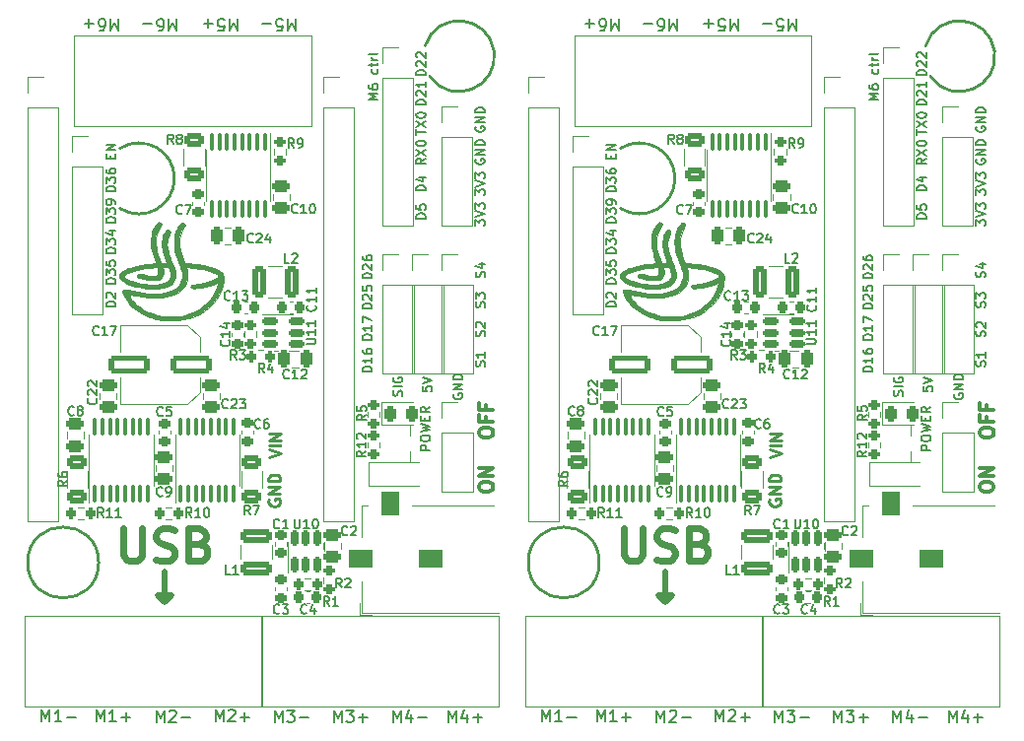
<source format=gbr>
%TF.GenerationSoftware,KiCad,Pcbnew,(6.0.5)*%
%TF.CreationDate,2022-06-07T03:25:40-04:00*%
%TF.ProjectId,NoU2-panelized,4e6f5532-2d70-4616-9e65-6c697a65642e,rev?*%
%TF.SameCoordinates,Original*%
%TF.FileFunction,Legend,Top*%
%TF.FilePolarity,Positive*%
%FSLAX46Y46*%
G04 Gerber Fmt 4.6, Leading zero omitted, Abs format (unit mm)*
G04 Created by KiCad (PCBNEW (6.0.5)) date 2022-06-07 03:25:40*
%MOMM*%
%LPD*%
G01*
G04 APERTURE LIST*
G04 Aperture macros list*
%AMRoundRect*
0 Rectangle with rounded corners*
0 $1 Rounding radius*
0 $2 $3 $4 $5 $6 $7 $8 $9 X,Y pos of 4 corners*
0 Add a 4 corners polygon primitive as box body*
4,1,4,$2,$3,$4,$5,$6,$7,$8,$9,$2,$3,0*
0 Add four circle primitives for the rounded corners*
1,1,$1+$1,$2,$3*
1,1,$1+$1,$4,$5*
1,1,$1+$1,$6,$7*
1,1,$1+$1,$8,$9*
0 Add four rect primitives between the rounded corners*
20,1,$1+$1,$2,$3,$4,$5,0*
20,1,$1+$1,$4,$5,$6,$7,0*
20,1,$1+$1,$6,$7,$8,$9,0*
20,1,$1+$1,$8,$9,$2,$3,0*%
G04 Aperture macros list end*
%ADD10C,0.254000*%
%ADD11C,0.200000*%
%ADD12C,0.203200*%
%ADD13C,0.300000*%
%ADD14C,0.609600*%
%ADD15C,0.508000*%
%ADD16C,0.120000*%
%ADD17C,0.010000*%
%ADD18RoundRect,0.225000X0.250000X-0.225000X0.250000X0.225000X-0.250000X0.225000X-0.250000X-0.225000X0*%
%ADD19C,2.500000*%
%ADD20C,1.700000*%
%ADD21O,1.700000X1.700000*%
%ADD22RoundRect,0.250000X-0.250000X-0.475000X0.250000X-0.475000X0.250000X0.475000X-0.250000X0.475000X0*%
%ADD23RoundRect,0.250000X0.475000X-0.250000X0.475000X0.250000X-0.475000X0.250000X-0.475000X-0.250000X0*%
%ADD24C,3.200000*%
%ADD25RoundRect,0.249997X-0.625003X0.312503X-0.625003X-0.312503X0.625003X-0.312503X0.625003X0.312503X0*%
%ADD26RoundRect,0.200000X0.200000X0.275000X-0.200000X0.275000X-0.200000X-0.275000X0.200000X-0.275000X0*%
%ADD27C,0.500000*%
%ADD28RoundRect,0.225000X-0.250000X0.225000X-0.250000X-0.225000X0.250000X-0.225000X0.250000X0.225000X0*%
%ADD29RoundRect,0.243750X-0.243750X-0.456250X0.243750X-0.456250X0.243750X0.456250X-0.243750X0.456250X0*%
%ADD30RoundRect,0.150000X-0.512500X-0.150000X0.512500X-0.150000X0.512500X0.150000X-0.512500X0.150000X0*%
%ADD31C,2.032000*%
%ADD32RoundRect,0.225000X0.225000X0.250000X-0.225000X0.250000X-0.225000X-0.250000X0.225000X-0.250000X0*%
%ADD33R,3.810000X2.794000*%
%ADD34RoundRect,0.100000X0.100000X-0.687500X0.100000X0.687500X-0.100000X0.687500X-0.100000X-0.687500X0*%
%ADD35RoundRect,0.250000X-1.075000X0.375000X-1.075000X-0.375000X1.075000X-0.375000X1.075000X0.375000X0*%
%ADD36RoundRect,0.249997X0.625003X-0.312503X0.625003X0.312503X-0.625003X0.312503X-0.625003X-0.312503X0*%
%ADD37RoundRect,0.250000X0.375000X1.075000X-0.375000X1.075000X-0.375000X-1.075000X0.375000X-1.075000X0*%
%ADD38RoundRect,0.200000X-0.275000X0.200000X-0.275000X-0.200000X0.275000X-0.200000X0.275000X0.200000X0*%
%ADD39RoundRect,0.200000X0.275000X-0.200000X0.275000X0.200000X-0.275000X0.200000X-0.275000X-0.200000X0*%
%ADD40RoundRect,0.200000X-0.200000X-0.275000X0.200000X-0.275000X0.200000X0.275000X-0.200000X0.275000X0*%
%ADD41RoundRect,0.225000X-0.225000X-0.250000X0.225000X-0.250000X0.225000X0.250000X-0.225000X0.250000X0*%
%ADD42RoundRect,0.250000X-0.475000X0.250000X-0.475000X-0.250000X0.475000X-0.250000X0.475000X0.250000X0*%
%ADD43RoundRect,0.100000X-0.100000X0.687500X-0.100000X-0.687500X0.100000X-0.687500X0.100000X0.687500X0*%
%ADD44R,0.900000X0.800000*%
%ADD45RoundRect,0.250000X1.500000X0.550000X-1.500000X0.550000X-1.500000X-0.550000X1.500000X-0.550000X0*%
%ADD46RoundRect,0.150000X0.150000X-0.512500X0.150000X0.512500X-0.150000X0.512500X-0.150000X-0.512500X0*%
%ADD47RoundRect,1.000000X0.000000X0.800000X0.000000X0.800000X0.000000X-0.800000X0.000000X-0.800000X0*%
%ADD48RoundRect,1.000000X0.800000X0.000000X-0.800000X0.000000X-0.800000X0.000000X0.800000X0.000000X0*%
%ADD49R,1.300000X1.700000*%
G04 APERTURE END LIST*
D10*
X43160619Y-52993561D02*
X44176619Y-52654895D01*
X43160619Y-52316228D01*
X44176619Y-51977561D02*
X43160619Y-51977561D01*
X44176619Y-51493752D02*
X43160619Y-51493752D01*
X44176619Y-50913180D01*
X43160619Y-50913180D01*
X86160619Y-52993561D02*
X87176619Y-52654895D01*
X86160619Y-52316228D01*
X87176619Y-51977561D02*
X86160619Y-51977561D01*
X87176619Y-51493752D02*
X86160619Y-51493752D01*
X87176619Y-50913180D01*
X86160619Y-50913180D01*
D11*
X56372604Y-46889680D02*
X56372604Y-47270633D01*
X56753557Y-47308728D01*
X56715461Y-47270633D01*
X56677366Y-47194442D01*
X56677366Y-47003966D01*
X56715461Y-46927776D01*
X56753557Y-46889680D01*
X56829747Y-46851585D01*
X57020223Y-46851585D01*
X57096414Y-46889680D01*
X57134509Y-46927776D01*
X57172604Y-47003966D01*
X57172604Y-47194442D01*
X57134509Y-47270633D01*
X57096414Y-47308728D01*
X56372604Y-46623014D02*
X57172604Y-46356347D01*
X56372604Y-46089680D01*
X99372604Y-46889680D02*
X99372604Y-47270633D01*
X99753557Y-47308728D01*
X99715461Y-47270633D01*
X99677366Y-47194442D01*
X99677366Y-47003966D01*
X99715461Y-46927776D01*
X99753557Y-46889680D01*
X99829747Y-46851585D01*
X100020223Y-46851585D01*
X100096414Y-46889680D01*
X100134509Y-46927776D01*
X100172604Y-47003966D01*
X100172604Y-47194442D01*
X100134509Y-47270633D01*
X100096414Y-47308728D01*
X99372604Y-46623014D02*
X100172604Y-46356347D01*
X99372604Y-46089680D01*
X29981904Y-40025276D02*
X29181904Y-40025276D01*
X29181904Y-39834800D01*
X29220000Y-39720514D01*
X29296190Y-39644323D01*
X29372380Y-39606228D01*
X29524761Y-39568133D01*
X29639047Y-39568133D01*
X29791428Y-39606228D01*
X29867619Y-39644323D01*
X29943809Y-39720514D01*
X29981904Y-39834800D01*
X29981904Y-40025276D01*
X29258095Y-39263371D02*
X29220000Y-39225276D01*
X29181904Y-39149085D01*
X29181904Y-38958609D01*
X29220000Y-38882419D01*
X29258095Y-38844323D01*
X29334285Y-38806228D01*
X29410476Y-38806228D01*
X29524761Y-38844323D01*
X29981904Y-39301466D01*
X29981904Y-38806228D01*
X72981904Y-40025276D02*
X72181904Y-40025276D01*
X72181904Y-39834800D01*
X72220000Y-39720514D01*
X72296190Y-39644323D01*
X72372380Y-39606228D01*
X72524761Y-39568133D01*
X72639047Y-39568133D01*
X72791428Y-39606228D01*
X72867619Y-39644323D01*
X72943809Y-39720514D01*
X72981904Y-39834800D01*
X72981904Y-40025276D01*
X72258095Y-39263371D02*
X72220000Y-39225276D01*
X72181904Y-39149085D01*
X72181904Y-38958609D01*
X72220000Y-38882419D01*
X72258095Y-38844323D01*
X72334285Y-38806228D01*
X72410476Y-38806228D01*
X72524761Y-38844323D01*
X72981904Y-39301466D01*
X72981904Y-38806228D01*
D12*
X35262428Y-15302380D02*
X35262428Y-16318380D01*
X34923761Y-15592666D01*
X34585095Y-16318380D01*
X34585095Y-15302380D01*
X33665857Y-16318380D02*
X33859380Y-16318380D01*
X33956142Y-16270000D01*
X34004523Y-16221619D01*
X34101285Y-16076476D01*
X34149666Y-15882952D01*
X34149666Y-15495904D01*
X34101285Y-15399142D01*
X34052904Y-15350761D01*
X33956142Y-15302380D01*
X33762619Y-15302380D01*
X33665857Y-15350761D01*
X33617476Y-15399142D01*
X33569095Y-15495904D01*
X33569095Y-15737809D01*
X33617476Y-15834571D01*
X33665857Y-15882952D01*
X33762619Y-15931333D01*
X33956142Y-15931333D01*
X34052904Y-15882952D01*
X34101285Y-15834571D01*
X34149666Y-15737809D01*
X33133666Y-15689428D02*
X32359571Y-15689428D01*
X78262428Y-15302380D02*
X78262428Y-16318380D01*
X77923761Y-15592666D01*
X77585095Y-16318380D01*
X77585095Y-15302380D01*
X76665857Y-16318380D02*
X76859380Y-16318380D01*
X76956142Y-16270000D01*
X77004523Y-16221619D01*
X77101285Y-16076476D01*
X77149666Y-15882952D01*
X77149666Y-15495904D01*
X77101285Y-15399142D01*
X77052904Y-15350761D01*
X76956142Y-15302380D01*
X76762619Y-15302380D01*
X76665857Y-15350761D01*
X76617476Y-15399142D01*
X76569095Y-15495904D01*
X76569095Y-15737809D01*
X76617476Y-15834571D01*
X76665857Y-15882952D01*
X76762619Y-15931333D01*
X76956142Y-15931333D01*
X77052904Y-15882952D01*
X77101285Y-15834571D01*
X77149666Y-15737809D01*
X76133666Y-15689428D02*
X75359571Y-15689428D01*
D11*
X29981904Y-35402428D02*
X29181904Y-35402428D01*
X29181904Y-35211952D01*
X29220000Y-35097666D01*
X29296190Y-35021476D01*
X29372380Y-34983380D01*
X29524761Y-34945285D01*
X29639047Y-34945285D01*
X29791428Y-34983380D01*
X29867619Y-35021476D01*
X29943809Y-35097666D01*
X29981904Y-35211952D01*
X29981904Y-35402428D01*
X29181904Y-34678619D02*
X29181904Y-34183380D01*
X29486666Y-34450047D01*
X29486666Y-34335761D01*
X29524761Y-34259571D01*
X29562857Y-34221476D01*
X29639047Y-34183380D01*
X29829523Y-34183380D01*
X29905714Y-34221476D01*
X29943809Y-34259571D01*
X29981904Y-34335761D01*
X29981904Y-34564333D01*
X29943809Y-34640523D01*
X29905714Y-34678619D01*
X29448571Y-33497666D02*
X29981904Y-33497666D01*
X29143809Y-33688142D02*
X29715238Y-33878619D01*
X29715238Y-33383380D01*
X72981904Y-35402428D02*
X72181904Y-35402428D01*
X72181904Y-35211952D01*
X72220000Y-35097666D01*
X72296190Y-35021476D01*
X72372380Y-34983380D01*
X72524761Y-34945285D01*
X72639047Y-34945285D01*
X72791428Y-34983380D01*
X72867619Y-35021476D01*
X72943809Y-35097666D01*
X72981904Y-35211952D01*
X72981904Y-35402428D01*
X72181904Y-34678619D02*
X72181904Y-34183380D01*
X72486666Y-34450047D01*
X72486666Y-34335761D01*
X72524761Y-34259571D01*
X72562857Y-34221476D01*
X72639047Y-34183380D01*
X72829523Y-34183380D01*
X72905714Y-34221476D01*
X72943809Y-34259571D01*
X72981904Y-34335761D01*
X72981904Y-34564333D01*
X72943809Y-34640523D01*
X72905714Y-34678619D01*
X72448571Y-33497666D02*
X72981904Y-33497666D01*
X72143809Y-33688142D02*
X72715238Y-33878619D01*
X72715238Y-33383380D01*
X59050000Y-47509523D02*
X59011904Y-47585714D01*
X59011904Y-47700000D01*
X59050000Y-47814285D01*
X59126190Y-47890476D01*
X59202380Y-47928571D01*
X59354761Y-47966666D01*
X59469047Y-47966666D01*
X59621428Y-47928571D01*
X59697619Y-47890476D01*
X59773809Y-47814285D01*
X59811904Y-47700000D01*
X59811904Y-47623809D01*
X59773809Y-47509523D01*
X59735714Y-47471428D01*
X59469047Y-47471428D01*
X59469047Y-47623809D01*
X59811904Y-47128571D02*
X59011904Y-47128571D01*
X59811904Y-46671428D01*
X59011904Y-46671428D01*
X59811904Y-46290476D02*
X59011904Y-46290476D01*
X59011904Y-46100000D01*
X59050000Y-45985714D01*
X59126190Y-45909523D01*
X59202380Y-45871428D01*
X59354761Y-45833333D01*
X59469047Y-45833333D01*
X59621428Y-45871428D01*
X59697619Y-45909523D01*
X59773809Y-45985714D01*
X59811904Y-46100000D01*
X59811904Y-46290476D01*
X102050000Y-47509523D02*
X102011904Y-47585714D01*
X102011904Y-47700000D01*
X102050000Y-47814285D01*
X102126190Y-47890476D01*
X102202380Y-47928571D01*
X102354761Y-47966666D01*
X102469047Y-47966666D01*
X102621428Y-47928571D01*
X102697619Y-47890476D01*
X102773809Y-47814285D01*
X102811904Y-47700000D01*
X102811904Y-47623809D01*
X102773809Y-47509523D01*
X102735714Y-47471428D01*
X102469047Y-47471428D01*
X102469047Y-47623809D01*
X102811904Y-47128571D02*
X102011904Y-47128571D01*
X102811904Y-46671428D01*
X102011904Y-46671428D01*
X102811904Y-46290476D02*
X102011904Y-46290476D01*
X102011904Y-46100000D01*
X102050000Y-45985714D01*
X102126190Y-45909523D01*
X102202380Y-45871428D01*
X102354761Y-45833333D01*
X102469047Y-45833333D01*
X102621428Y-45871428D01*
X102697619Y-45909523D01*
X102773809Y-45985714D01*
X102811904Y-46100000D01*
X102811904Y-46290476D01*
D12*
X48742571Y-75721119D02*
X48742571Y-74705119D01*
X49081238Y-75430833D01*
X49419904Y-74705119D01*
X49419904Y-75721119D01*
X49806952Y-74705119D02*
X50435904Y-74705119D01*
X50097238Y-75092166D01*
X50242380Y-75092166D01*
X50339142Y-75140547D01*
X50387523Y-75188928D01*
X50435904Y-75285690D01*
X50435904Y-75527595D01*
X50387523Y-75624357D01*
X50339142Y-75672738D01*
X50242380Y-75721119D01*
X49952095Y-75721119D01*
X49855333Y-75672738D01*
X49806952Y-75624357D01*
X50871333Y-75334071D02*
X51645428Y-75334071D01*
X51258380Y-75721119D02*
X51258380Y-74947023D01*
X91742571Y-75721119D02*
X91742571Y-74705119D01*
X92081238Y-75430833D01*
X92419904Y-74705119D01*
X92419904Y-75721119D01*
X92806952Y-74705119D02*
X93435904Y-74705119D01*
X93097238Y-75092166D01*
X93242380Y-75092166D01*
X93339142Y-75140547D01*
X93387523Y-75188928D01*
X93435904Y-75285690D01*
X93435904Y-75527595D01*
X93387523Y-75624357D01*
X93339142Y-75672738D01*
X93242380Y-75721119D01*
X92952095Y-75721119D01*
X92855333Y-75672738D01*
X92806952Y-75624357D01*
X93871333Y-75334071D02*
X94645428Y-75334071D01*
X94258380Y-75721119D02*
X94258380Y-74947023D01*
D11*
X56626504Y-27299885D02*
X56245552Y-27566552D01*
X56626504Y-27757028D02*
X55826504Y-27757028D01*
X55826504Y-27452266D01*
X55864600Y-27376076D01*
X55902695Y-27337980D01*
X55978885Y-27299885D01*
X56093171Y-27299885D01*
X56169361Y-27337980D01*
X56207457Y-27376076D01*
X56245552Y-27452266D01*
X56245552Y-27757028D01*
X55826504Y-27033219D02*
X56626504Y-26499885D01*
X55826504Y-26499885D02*
X56626504Y-27033219D01*
X55826504Y-26042742D02*
X55826504Y-25966552D01*
X55864600Y-25890361D01*
X55902695Y-25852266D01*
X55978885Y-25814171D01*
X56131266Y-25776076D01*
X56321742Y-25776076D01*
X56474123Y-25814171D01*
X56550314Y-25852266D01*
X56588409Y-25890361D01*
X56626504Y-25966552D01*
X56626504Y-26042742D01*
X56588409Y-26118933D01*
X56550314Y-26157028D01*
X56474123Y-26195123D01*
X56321742Y-26233219D01*
X56131266Y-26233219D01*
X55978885Y-26195123D01*
X55902695Y-26157028D01*
X55864600Y-26118933D01*
X55826504Y-26042742D01*
X99626504Y-27299885D02*
X99245552Y-27566552D01*
X99626504Y-27757028D02*
X98826504Y-27757028D01*
X98826504Y-27452266D01*
X98864600Y-27376076D01*
X98902695Y-27337980D01*
X98978885Y-27299885D01*
X99093171Y-27299885D01*
X99169361Y-27337980D01*
X99207457Y-27376076D01*
X99245552Y-27452266D01*
X99245552Y-27757028D01*
X98826504Y-27033219D02*
X99626504Y-26499885D01*
X98826504Y-26499885D02*
X99626504Y-27033219D01*
X98826504Y-26042742D02*
X98826504Y-25966552D01*
X98864600Y-25890361D01*
X98902695Y-25852266D01*
X98978885Y-25814171D01*
X99131266Y-25776076D01*
X99321742Y-25776076D01*
X99474123Y-25814171D01*
X99550314Y-25852266D01*
X99588409Y-25890361D01*
X99626504Y-25966552D01*
X99626504Y-26042742D01*
X99588409Y-26118933D01*
X99550314Y-26157028D01*
X99474123Y-26195123D01*
X99321742Y-26233219D01*
X99131266Y-26233219D01*
X98978885Y-26195123D01*
X98902695Y-26157028D01*
X98864600Y-26118933D01*
X98826504Y-26042742D01*
D12*
X40469428Y-15302380D02*
X40469428Y-16318380D01*
X40130761Y-15592666D01*
X39792095Y-16318380D01*
X39792095Y-15302380D01*
X38824476Y-16318380D02*
X39308285Y-16318380D01*
X39356666Y-15834571D01*
X39308285Y-15882952D01*
X39211523Y-15931333D01*
X38969619Y-15931333D01*
X38872857Y-15882952D01*
X38824476Y-15834571D01*
X38776095Y-15737809D01*
X38776095Y-15495904D01*
X38824476Y-15399142D01*
X38872857Y-15350761D01*
X38969619Y-15302380D01*
X39211523Y-15302380D01*
X39308285Y-15350761D01*
X39356666Y-15399142D01*
X38340666Y-15689428D02*
X37566571Y-15689428D01*
X37953619Y-15302380D02*
X37953619Y-16076476D01*
X83469428Y-15302380D02*
X83469428Y-16318380D01*
X83130761Y-15592666D01*
X82792095Y-16318380D01*
X82792095Y-15302380D01*
X81824476Y-16318380D02*
X82308285Y-16318380D01*
X82356666Y-15834571D01*
X82308285Y-15882952D01*
X82211523Y-15931333D01*
X81969619Y-15931333D01*
X81872857Y-15882952D01*
X81824476Y-15834571D01*
X81776095Y-15737809D01*
X81776095Y-15495904D01*
X81824476Y-15399142D01*
X81872857Y-15350761D01*
X81969619Y-15302380D01*
X82211523Y-15302380D01*
X82308285Y-15350761D01*
X82356666Y-15399142D01*
X81340666Y-15689428D02*
X80566571Y-15689428D01*
X80953619Y-15302380D02*
X80953619Y-16076476D01*
D11*
X52537104Y-22238752D02*
X51737104Y-22238752D01*
X52308533Y-21972085D01*
X51737104Y-21705419D01*
X52537104Y-21705419D01*
X51737104Y-20981609D02*
X51737104Y-21133990D01*
X51775200Y-21210180D01*
X51813295Y-21248276D01*
X51927580Y-21324466D01*
X52079961Y-21362561D01*
X52384723Y-21362561D01*
X52460914Y-21324466D01*
X52499009Y-21286371D01*
X52537104Y-21210180D01*
X52537104Y-21057800D01*
X52499009Y-20981609D01*
X52460914Y-20943514D01*
X52384723Y-20905419D01*
X52194247Y-20905419D01*
X52118057Y-20943514D01*
X52079961Y-20981609D01*
X52041866Y-21057800D01*
X52041866Y-21210180D01*
X52079961Y-21286371D01*
X52118057Y-21324466D01*
X52194247Y-21362561D01*
X52499009Y-19610180D02*
X52537104Y-19686371D01*
X52537104Y-19838752D01*
X52499009Y-19914942D01*
X52460914Y-19953038D01*
X52384723Y-19991133D01*
X52156152Y-19991133D01*
X52079961Y-19953038D01*
X52041866Y-19914942D01*
X52003771Y-19838752D01*
X52003771Y-19686371D01*
X52041866Y-19610180D01*
X52003771Y-19381609D02*
X52003771Y-19076847D01*
X51737104Y-19267323D02*
X52422819Y-19267323D01*
X52499009Y-19229228D01*
X52537104Y-19153038D01*
X52537104Y-19076847D01*
X52537104Y-18810180D02*
X52003771Y-18810180D01*
X52156152Y-18810180D02*
X52079961Y-18772085D01*
X52041866Y-18733990D01*
X52003771Y-18657800D01*
X52003771Y-18581609D01*
X52537104Y-18200657D02*
X52499009Y-18276847D01*
X52422819Y-18314942D01*
X51737104Y-18314942D01*
X95537104Y-22238752D02*
X94737104Y-22238752D01*
X95308533Y-21972085D01*
X94737104Y-21705419D01*
X95537104Y-21705419D01*
X94737104Y-20981609D02*
X94737104Y-21133990D01*
X94775200Y-21210180D01*
X94813295Y-21248276D01*
X94927580Y-21324466D01*
X95079961Y-21362561D01*
X95384723Y-21362561D01*
X95460914Y-21324466D01*
X95499009Y-21286371D01*
X95537104Y-21210180D01*
X95537104Y-21057800D01*
X95499009Y-20981609D01*
X95460914Y-20943514D01*
X95384723Y-20905419D01*
X95194247Y-20905419D01*
X95118057Y-20943514D01*
X95079961Y-20981609D01*
X95041866Y-21057800D01*
X95041866Y-21210180D01*
X95079961Y-21286371D01*
X95118057Y-21324466D01*
X95194247Y-21362561D01*
X95499009Y-19610180D02*
X95537104Y-19686371D01*
X95537104Y-19838752D01*
X95499009Y-19914942D01*
X95460914Y-19953038D01*
X95384723Y-19991133D01*
X95156152Y-19991133D01*
X95079961Y-19953038D01*
X95041866Y-19914942D01*
X95003771Y-19838752D01*
X95003771Y-19686371D01*
X95041866Y-19610180D01*
X95003771Y-19381609D02*
X95003771Y-19076847D01*
X94737104Y-19267323D02*
X95422819Y-19267323D01*
X95499009Y-19229228D01*
X95537104Y-19153038D01*
X95537104Y-19076847D01*
X95537104Y-18810180D02*
X95003771Y-18810180D01*
X95156152Y-18810180D02*
X95079961Y-18772085D01*
X95041866Y-18733990D01*
X95003771Y-18657800D01*
X95003771Y-18581609D01*
X95537104Y-18200657D02*
X95499009Y-18276847D01*
X95422819Y-18314942D01*
X94737104Y-18314942D01*
X52029104Y-42870028D02*
X51229104Y-42870028D01*
X51229104Y-42679552D01*
X51267200Y-42565266D01*
X51343390Y-42489076D01*
X51419580Y-42450980D01*
X51571961Y-42412885D01*
X51686247Y-42412885D01*
X51838628Y-42450980D01*
X51914819Y-42489076D01*
X51991009Y-42565266D01*
X52029104Y-42679552D01*
X52029104Y-42870028D01*
X52029104Y-41650980D02*
X52029104Y-42108123D01*
X52029104Y-41879552D02*
X51229104Y-41879552D01*
X51343390Y-41955742D01*
X51419580Y-42031933D01*
X51457676Y-42108123D01*
X51229104Y-41384314D02*
X51229104Y-40850980D01*
X52029104Y-41193838D01*
X95029104Y-42870028D02*
X94229104Y-42870028D01*
X94229104Y-42679552D01*
X94267200Y-42565266D01*
X94343390Y-42489076D01*
X94419580Y-42450980D01*
X94571961Y-42412885D01*
X94686247Y-42412885D01*
X94838628Y-42450980D01*
X94914819Y-42489076D01*
X94991009Y-42565266D01*
X95029104Y-42679552D01*
X95029104Y-42870028D01*
X95029104Y-41650980D02*
X95029104Y-42108123D01*
X95029104Y-41879552D02*
X94229104Y-41879552D01*
X94343390Y-41955742D01*
X94419580Y-42031933D01*
X94457676Y-42108123D01*
X94229104Y-41384314D02*
X94229104Y-40850980D01*
X95029104Y-41193838D01*
D12*
X43662571Y-75721119D02*
X43662571Y-74705119D01*
X44001238Y-75430833D01*
X44339904Y-74705119D01*
X44339904Y-75721119D01*
X44726952Y-74705119D02*
X45355904Y-74705119D01*
X45017238Y-75092166D01*
X45162380Y-75092166D01*
X45259142Y-75140547D01*
X45307523Y-75188928D01*
X45355904Y-75285690D01*
X45355904Y-75527595D01*
X45307523Y-75624357D01*
X45259142Y-75672738D01*
X45162380Y-75721119D01*
X44872095Y-75721119D01*
X44775333Y-75672738D01*
X44726952Y-75624357D01*
X45791333Y-75334071D02*
X46565428Y-75334071D01*
X86662571Y-75721119D02*
X86662571Y-74705119D01*
X87001238Y-75430833D01*
X87339904Y-74705119D01*
X87339904Y-75721119D01*
X87726952Y-74705119D02*
X88355904Y-74705119D01*
X88017238Y-75092166D01*
X88162380Y-75092166D01*
X88259142Y-75140547D01*
X88307523Y-75188928D01*
X88355904Y-75285690D01*
X88355904Y-75527595D01*
X88307523Y-75624357D01*
X88259142Y-75672738D01*
X88162380Y-75721119D01*
X87872095Y-75721119D01*
X87775333Y-75672738D01*
X87726952Y-75624357D01*
X88791333Y-75334071D02*
X89565428Y-75334071D01*
D11*
X61693809Y-40044323D02*
X61731904Y-39930038D01*
X61731904Y-39739561D01*
X61693809Y-39663371D01*
X61655714Y-39625276D01*
X61579523Y-39587180D01*
X61503333Y-39587180D01*
X61427142Y-39625276D01*
X61389047Y-39663371D01*
X61350952Y-39739561D01*
X61312857Y-39891942D01*
X61274761Y-39968133D01*
X61236666Y-40006228D01*
X61160476Y-40044323D01*
X61084285Y-40044323D01*
X61008095Y-40006228D01*
X60970000Y-39968133D01*
X60931904Y-39891942D01*
X60931904Y-39701466D01*
X60970000Y-39587180D01*
X60931904Y-39320514D02*
X60931904Y-38825276D01*
X61236666Y-39091942D01*
X61236666Y-38977657D01*
X61274761Y-38901466D01*
X61312857Y-38863371D01*
X61389047Y-38825276D01*
X61579523Y-38825276D01*
X61655714Y-38863371D01*
X61693809Y-38901466D01*
X61731904Y-38977657D01*
X61731904Y-39206228D01*
X61693809Y-39282419D01*
X61655714Y-39320514D01*
X104693809Y-40044323D02*
X104731904Y-39930038D01*
X104731904Y-39739561D01*
X104693809Y-39663371D01*
X104655714Y-39625276D01*
X104579523Y-39587180D01*
X104503333Y-39587180D01*
X104427142Y-39625276D01*
X104389047Y-39663371D01*
X104350952Y-39739561D01*
X104312857Y-39891942D01*
X104274761Y-39968133D01*
X104236666Y-40006228D01*
X104160476Y-40044323D01*
X104084285Y-40044323D01*
X104008095Y-40006228D01*
X103970000Y-39968133D01*
X103931904Y-39891942D01*
X103931904Y-39701466D01*
X103970000Y-39587180D01*
X103931904Y-39320514D02*
X103931904Y-38825276D01*
X104236666Y-39091942D01*
X104236666Y-38977657D01*
X104274761Y-38901466D01*
X104312857Y-38863371D01*
X104389047Y-38825276D01*
X104579523Y-38825276D01*
X104655714Y-38863371D01*
X104693809Y-38901466D01*
X104731904Y-38977657D01*
X104731904Y-39206228D01*
X104693809Y-39282419D01*
X104655714Y-39320514D01*
X61693809Y-37478923D02*
X61731904Y-37364638D01*
X61731904Y-37174161D01*
X61693809Y-37097971D01*
X61655714Y-37059876D01*
X61579523Y-37021780D01*
X61503333Y-37021780D01*
X61427142Y-37059876D01*
X61389047Y-37097971D01*
X61350952Y-37174161D01*
X61312857Y-37326542D01*
X61274761Y-37402733D01*
X61236666Y-37440828D01*
X61160476Y-37478923D01*
X61084285Y-37478923D01*
X61008095Y-37440828D01*
X60970000Y-37402733D01*
X60931904Y-37326542D01*
X60931904Y-37136066D01*
X60970000Y-37021780D01*
X61198571Y-36336066D02*
X61731904Y-36336066D01*
X60893809Y-36526542D02*
X61465238Y-36717019D01*
X61465238Y-36221780D01*
X104693809Y-37478923D02*
X104731904Y-37364638D01*
X104731904Y-37174161D01*
X104693809Y-37097971D01*
X104655714Y-37059876D01*
X104579523Y-37021780D01*
X104503333Y-37021780D01*
X104427142Y-37059876D01*
X104389047Y-37097971D01*
X104350952Y-37174161D01*
X104312857Y-37326542D01*
X104274761Y-37402733D01*
X104236666Y-37440828D01*
X104160476Y-37478923D01*
X104084285Y-37478923D01*
X104008095Y-37440828D01*
X103970000Y-37402733D01*
X103931904Y-37326542D01*
X103931904Y-37136066D01*
X103970000Y-37021780D01*
X104198571Y-36336066D02*
X104731904Y-36336066D01*
X103893809Y-36526542D02*
X104465238Y-36717019D01*
X104465238Y-36221780D01*
D12*
X28359071Y-75657619D02*
X28359071Y-74641619D01*
X28697738Y-75367333D01*
X29036404Y-74641619D01*
X29036404Y-75657619D01*
X30052404Y-75657619D02*
X29471833Y-75657619D01*
X29762119Y-75657619D02*
X29762119Y-74641619D01*
X29665357Y-74786761D01*
X29568595Y-74883523D01*
X29471833Y-74931904D01*
X30487833Y-75270571D02*
X31261928Y-75270571D01*
X30874880Y-75657619D02*
X30874880Y-74883523D01*
X71359071Y-75657619D02*
X71359071Y-74641619D01*
X71697738Y-75367333D01*
X72036404Y-74641619D01*
X72036404Y-75657619D01*
X73052404Y-75657619D02*
X72471833Y-75657619D01*
X72762119Y-75657619D02*
X72762119Y-74641619D01*
X72665357Y-74786761D01*
X72568595Y-74883523D01*
X72471833Y-74931904D01*
X73487833Y-75270571D02*
X74261928Y-75270571D01*
X73874880Y-75657619D02*
X73874880Y-74883523D01*
X58585071Y-75721119D02*
X58585071Y-74705119D01*
X58923738Y-75430833D01*
X59262404Y-74705119D01*
X59262404Y-75721119D01*
X60181642Y-75043785D02*
X60181642Y-75721119D01*
X59939738Y-74656738D02*
X59697833Y-75382452D01*
X60326785Y-75382452D01*
X60713833Y-75334071D02*
X61487928Y-75334071D01*
X61100880Y-75721119D02*
X61100880Y-74947023D01*
X101585071Y-75721119D02*
X101585071Y-74705119D01*
X101923738Y-75430833D01*
X102262404Y-74705119D01*
X102262404Y-75721119D01*
X103181642Y-75043785D02*
X103181642Y-75721119D01*
X102939738Y-74656738D02*
X102697833Y-75382452D01*
X103326785Y-75382452D01*
X103713833Y-75334071D02*
X104487928Y-75334071D01*
X104100880Y-75721119D02*
X104100880Y-74947023D01*
D11*
X60906504Y-33059276D02*
X60906504Y-32564038D01*
X61211266Y-32830704D01*
X61211266Y-32716419D01*
X61249361Y-32640228D01*
X61287457Y-32602133D01*
X61363647Y-32564038D01*
X61554123Y-32564038D01*
X61630314Y-32602133D01*
X61668409Y-32640228D01*
X61706504Y-32716419D01*
X61706504Y-32944990D01*
X61668409Y-33021180D01*
X61630314Y-33059276D01*
X60906504Y-32335466D02*
X61706504Y-32068800D01*
X60906504Y-31802133D01*
X60906504Y-31611657D02*
X60906504Y-31116419D01*
X61211266Y-31383085D01*
X61211266Y-31268800D01*
X61249361Y-31192609D01*
X61287457Y-31154514D01*
X61363647Y-31116419D01*
X61554123Y-31116419D01*
X61630314Y-31154514D01*
X61668409Y-31192609D01*
X61706504Y-31268800D01*
X61706504Y-31497371D01*
X61668409Y-31573561D01*
X61630314Y-31611657D01*
X103906504Y-33059276D02*
X103906504Y-32564038D01*
X104211266Y-32830704D01*
X104211266Y-32716419D01*
X104249361Y-32640228D01*
X104287457Y-32602133D01*
X104363647Y-32564038D01*
X104554123Y-32564038D01*
X104630314Y-32602133D01*
X104668409Y-32640228D01*
X104706504Y-32716419D01*
X104706504Y-32944990D01*
X104668409Y-33021180D01*
X104630314Y-33059276D01*
X103906504Y-32335466D02*
X104706504Y-32068800D01*
X103906504Y-31802133D01*
X103906504Y-31611657D02*
X103906504Y-31116419D01*
X104211266Y-31383085D01*
X104211266Y-31268800D01*
X104249361Y-31192609D01*
X104287457Y-31154514D01*
X104363647Y-31116419D01*
X104554123Y-31116419D01*
X104630314Y-31154514D01*
X104668409Y-31192609D01*
X104706504Y-31268800D01*
X104706504Y-31497371D01*
X104668409Y-31573561D01*
X104630314Y-31611657D01*
X60944600Y-24550323D02*
X60906504Y-24626514D01*
X60906504Y-24740800D01*
X60944600Y-24855085D01*
X61020790Y-24931276D01*
X61096980Y-24969371D01*
X61249361Y-25007466D01*
X61363647Y-25007466D01*
X61516028Y-24969371D01*
X61592219Y-24931276D01*
X61668409Y-24855085D01*
X61706504Y-24740800D01*
X61706504Y-24664609D01*
X61668409Y-24550323D01*
X61630314Y-24512228D01*
X61363647Y-24512228D01*
X61363647Y-24664609D01*
X61706504Y-24169371D02*
X60906504Y-24169371D01*
X61706504Y-23712228D01*
X60906504Y-23712228D01*
X61706504Y-23331276D02*
X60906504Y-23331276D01*
X60906504Y-23140800D01*
X60944600Y-23026514D01*
X61020790Y-22950323D01*
X61096980Y-22912228D01*
X61249361Y-22874133D01*
X61363647Y-22874133D01*
X61516028Y-22912228D01*
X61592219Y-22950323D01*
X61668409Y-23026514D01*
X61706504Y-23140800D01*
X61706504Y-23331276D01*
X103944600Y-24550323D02*
X103906504Y-24626514D01*
X103906504Y-24740800D01*
X103944600Y-24855085D01*
X104020790Y-24931276D01*
X104096980Y-24969371D01*
X104249361Y-25007466D01*
X104363647Y-25007466D01*
X104516028Y-24969371D01*
X104592219Y-24931276D01*
X104668409Y-24855085D01*
X104706504Y-24740800D01*
X104706504Y-24664609D01*
X104668409Y-24550323D01*
X104630314Y-24512228D01*
X104363647Y-24512228D01*
X104363647Y-24664609D01*
X104706504Y-24169371D02*
X103906504Y-24169371D01*
X104706504Y-23712228D01*
X103906504Y-23712228D01*
X104706504Y-23331276D02*
X103906504Y-23331276D01*
X103906504Y-23140800D01*
X103944600Y-23026514D01*
X104020790Y-22950323D01*
X104096980Y-22912228D01*
X104249361Y-22874133D01*
X104363647Y-22874133D01*
X104516028Y-22912228D01*
X104592219Y-22950323D01*
X104668409Y-23026514D01*
X104706504Y-23140800D01*
X104706504Y-23331276D01*
X54597049Y-47693507D02*
X54635144Y-47579221D01*
X54635144Y-47388745D01*
X54597049Y-47312555D01*
X54558954Y-47274460D01*
X54482763Y-47236364D01*
X54406573Y-47236364D01*
X54330382Y-47274460D01*
X54292287Y-47312555D01*
X54254192Y-47388745D01*
X54216097Y-47541126D01*
X54178001Y-47617317D01*
X54139906Y-47655412D01*
X54063716Y-47693507D01*
X53987525Y-47693507D01*
X53911335Y-47655412D01*
X53873240Y-47617317D01*
X53835144Y-47541126D01*
X53835144Y-47350650D01*
X53873240Y-47236364D01*
X54635144Y-46893507D02*
X53835144Y-46893507D01*
X53873240Y-46093507D02*
X53835144Y-46169698D01*
X53835144Y-46283983D01*
X53873240Y-46398269D01*
X53949430Y-46474460D01*
X54025620Y-46512555D01*
X54178001Y-46550650D01*
X54292287Y-46550650D01*
X54444668Y-46512555D01*
X54520859Y-46474460D01*
X54597049Y-46398269D01*
X54635144Y-46283983D01*
X54635144Y-46207793D01*
X54597049Y-46093507D01*
X54558954Y-46055412D01*
X54292287Y-46055412D01*
X54292287Y-46207793D01*
X97597049Y-47693507D02*
X97635144Y-47579221D01*
X97635144Y-47388745D01*
X97597049Y-47312555D01*
X97558954Y-47274460D01*
X97482763Y-47236364D01*
X97406573Y-47236364D01*
X97330382Y-47274460D01*
X97292287Y-47312555D01*
X97254192Y-47388745D01*
X97216097Y-47541126D01*
X97178001Y-47617317D01*
X97139906Y-47655412D01*
X97063716Y-47693507D01*
X96987525Y-47693507D01*
X96911335Y-47655412D01*
X96873240Y-47617317D01*
X96835144Y-47541126D01*
X96835144Y-47350650D01*
X96873240Y-47236364D01*
X97635144Y-46893507D02*
X96835144Y-46893507D01*
X96873240Y-46093507D02*
X96835144Y-46169698D01*
X96835144Y-46283983D01*
X96873240Y-46398269D01*
X96949430Y-46474460D01*
X97025620Y-46512555D01*
X97178001Y-46550650D01*
X97292287Y-46550650D01*
X97444668Y-46512555D01*
X97520859Y-46474460D01*
X97597049Y-46398269D01*
X97635144Y-46283983D01*
X97635144Y-46207793D01*
X97597049Y-46093507D01*
X97558954Y-46055412D01*
X97292287Y-46055412D01*
X97292287Y-46207793D01*
X61693809Y-45124323D02*
X61731904Y-45010038D01*
X61731904Y-44819561D01*
X61693809Y-44743371D01*
X61655714Y-44705276D01*
X61579523Y-44667180D01*
X61503333Y-44667180D01*
X61427142Y-44705276D01*
X61389047Y-44743371D01*
X61350952Y-44819561D01*
X61312857Y-44971942D01*
X61274761Y-45048133D01*
X61236666Y-45086228D01*
X61160476Y-45124323D01*
X61084285Y-45124323D01*
X61008095Y-45086228D01*
X60970000Y-45048133D01*
X60931904Y-44971942D01*
X60931904Y-44781466D01*
X60970000Y-44667180D01*
X61731904Y-43905276D02*
X61731904Y-44362419D01*
X61731904Y-44133847D02*
X60931904Y-44133847D01*
X61046190Y-44210038D01*
X61122380Y-44286228D01*
X61160476Y-44362419D01*
X104693809Y-45124323D02*
X104731904Y-45010038D01*
X104731904Y-44819561D01*
X104693809Y-44743371D01*
X104655714Y-44705276D01*
X104579523Y-44667180D01*
X104503333Y-44667180D01*
X104427142Y-44705276D01*
X104389047Y-44743371D01*
X104350952Y-44819561D01*
X104312857Y-44971942D01*
X104274761Y-45048133D01*
X104236666Y-45086228D01*
X104160476Y-45124323D01*
X104084285Y-45124323D01*
X104008095Y-45086228D01*
X103970000Y-45048133D01*
X103931904Y-44971942D01*
X103931904Y-44781466D01*
X103970000Y-44667180D01*
X104731904Y-43905276D02*
X104731904Y-44362419D01*
X104731904Y-44133847D02*
X103931904Y-44133847D01*
X104046190Y-44210038D01*
X104122380Y-44286228D01*
X104160476Y-44362419D01*
X61693809Y-42558923D02*
X61731904Y-42444638D01*
X61731904Y-42254161D01*
X61693809Y-42177971D01*
X61655714Y-42139876D01*
X61579523Y-42101780D01*
X61503333Y-42101780D01*
X61427142Y-42139876D01*
X61389047Y-42177971D01*
X61350952Y-42254161D01*
X61312857Y-42406542D01*
X61274761Y-42482733D01*
X61236666Y-42520828D01*
X61160476Y-42558923D01*
X61084285Y-42558923D01*
X61008095Y-42520828D01*
X60970000Y-42482733D01*
X60931904Y-42406542D01*
X60931904Y-42216066D01*
X60970000Y-42101780D01*
X61008095Y-41797019D02*
X60970000Y-41758923D01*
X60931904Y-41682733D01*
X60931904Y-41492257D01*
X60970000Y-41416066D01*
X61008095Y-41377971D01*
X61084285Y-41339876D01*
X61160476Y-41339876D01*
X61274761Y-41377971D01*
X61731904Y-41835114D01*
X61731904Y-41339876D01*
X104693809Y-42558923D02*
X104731904Y-42444638D01*
X104731904Y-42254161D01*
X104693809Y-42177971D01*
X104655714Y-42139876D01*
X104579523Y-42101780D01*
X104503333Y-42101780D01*
X104427142Y-42139876D01*
X104389047Y-42177971D01*
X104350952Y-42254161D01*
X104312857Y-42406542D01*
X104274761Y-42482733D01*
X104236666Y-42520828D01*
X104160476Y-42558923D01*
X104084285Y-42558923D01*
X104008095Y-42520828D01*
X103970000Y-42482733D01*
X103931904Y-42406542D01*
X103931904Y-42216066D01*
X103970000Y-42101780D01*
X104008095Y-41797019D02*
X103970000Y-41758923D01*
X103931904Y-41682733D01*
X103931904Y-41492257D01*
X103970000Y-41416066D01*
X104008095Y-41377971D01*
X104084285Y-41339876D01*
X104160476Y-41339876D01*
X104274761Y-41377971D01*
X104731904Y-41835114D01*
X104731904Y-41339876D01*
X56626504Y-32456076D02*
X55826504Y-32456076D01*
X55826504Y-32265600D01*
X55864600Y-32151314D01*
X55940790Y-32075123D01*
X56016980Y-32037028D01*
X56169361Y-31998933D01*
X56283647Y-31998933D01*
X56436028Y-32037028D01*
X56512219Y-32075123D01*
X56588409Y-32151314D01*
X56626504Y-32265600D01*
X56626504Y-32456076D01*
X55826504Y-31275123D02*
X55826504Y-31656076D01*
X56207457Y-31694171D01*
X56169361Y-31656076D01*
X56131266Y-31579885D01*
X56131266Y-31389409D01*
X56169361Y-31313219D01*
X56207457Y-31275123D01*
X56283647Y-31237028D01*
X56474123Y-31237028D01*
X56550314Y-31275123D01*
X56588409Y-31313219D01*
X56626504Y-31389409D01*
X56626504Y-31579885D01*
X56588409Y-31656076D01*
X56550314Y-31694171D01*
X99626504Y-32456076D02*
X98826504Y-32456076D01*
X98826504Y-32265600D01*
X98864600Y-32151314D01*
X98940790Y-32075123D01*
X99016980Y-32037028D01*
X99169361Y-31998933D01*
X99283647Y-31998933D01*
X99436028Y-32037028D01*
X99512219Y-32075123D01*
X99588409Y-32151314D01*
X99626504Y-32265600D01*
X99626504Y-32456076D01*
X98826504Y-31275123D02*
X98826504Y-31656076D01*
X99207457Y-31694171D01*
X99169361Y-31656076D01*
X99131266Y-31579885D01*
X99131266Y-31389409D01*
X99169361Y-31313219D01*
X99207457Y-31275123D01*
X99283647Y-31237028D01*
X99474123Y-31237028D01*
X99550314Y-31275123D01*
X99588409Y-31313219D01*
X99626504Y-31389409D01*
X99626504Y-31579885D01*
X99588409Y-31656076D01*
X99550314Y-31694171D01*
X56626504Y-30043076D02*
X55826504Y-30043076D01*
X55826504Y-29852600D01*
X55864600Y-29738314D01*
X55940790Y-29662123D01*
X56016980Y-29624028D01*
X56169361Y-29585933D01*
X56283647Y-29585933D01*
X56436028Y-29624028D01*
X56512219Y-29662123D01*
X56588409Y-29738314D01*
X56626504Y-29852600D01*
X56626504Y-30043076D01*
X56093171Y-28900219D02*
X56626504Y-28900219D01*
X55788409Y-29090695D02*
X56359838Y-29281171D01*
X56359838Y-28785933D01*
X99626504Y-30043076D02*
X98826504Y-30043076D01*
X98826504Y-29852600D01*
X98864600Y-29738314D01*
X98940790Y-29662123D01*
X99016980Y-29624028D01*
X99169361Y-29585933D01*
X99283647Y-29585933D01*
X99436028Y-29624028D01*
X99512219Y-29662123D01*
X99588409Y-29738314D01*
X99626504Y-29852600D01*
X99626504Y-30043076D01*
X99093171Y-28900219D02*
X99626504Y-28900219D01*
X98788409Y-29090695D02*
X99359838Y-29281171D01*
X99359838Y-28785933D01*
X55826504Y-25236076D02*
X55826504Y-24778933D01*
X56626504Y-25007504D02*
X55826504Y-25007504D01*
X55826504Y-24588457D02*
X56626504Y-24055123D01*
X55826504Y-24055123D02*
X56626504Y-24588457D01*
X55826504Y-23597980D02*
X55826504Y-23521790D01*
X55864600Y-23445600D01*
X55902695Y-23407504D01*
X55978885Y-23369409D01*
X56131266Y-23331314D01*
X56321742Y-23331314D01*
X56474123Y-23369409D01*
X56550314Y-23407504D01*
X56588409Y-23445600D01*
X56626504Y-23521790D01*
X56626504Y-23597980D01*
X56588409Y-23674171D01*
X56550314Y-23712266D01*
X56474123Y-23750361D01*
X56321742Y-23788457D01*
X56131266Y-23788457D01*
X55978885Y-23750361D01*
X55902695Y-23712266D01*
X55864600Y-23674171D01*
X55826504Y-23597980D01*
X98826504Y-25236076D02*
X98826504Y-24778933D01*
X99626504Y-25007504D02*
X98826504Y-25007504D01*
X98826504Y-24588457D02*
X99626504Y-24055123D01*
X98826504Y-24055123D02*
X99626504Y-24588457D01*
X98826504Y-23597980D02*
X98826504Y-23521790D01*
X98864600Y-23445600D01*
X98902695Y-23407504D01*
X98978885Y-23369409D01*
X99131266Y-23331314D01*
X99321742Y-23331314D01*
X99474123Y-23369409D01*
X99550314Y-23407504D01*
X99588409Y-23445600D01*
X99626504Y-23521790D01*
X99626504Y-23597980D01*
X99588409Y-23674171D01*
X99550314Y-23712266D01*
X99474123Y-23750361D01*
X99321742Y-23788457D01*
X99131266Y-23788457D01*
X98978885Y-23750361D01*
X98902695Y-23712266D01*
X98864600Y-23674171D01*
X98826504Y-23597980D01*
D12*
X53822571Y-75721119D02*
X53822571Y-74705119D01*
X54161238Y-75430833D01*
X54499904Y-74705119D01*
X54499904Y-75721119D01*
X55419142Y-75043785D02*
X55419142Y-75721119D01*
X55177238Y-74656738D02*
X54935333Y-75382452D01*
X55564285Y-75382452D01*
X55951333Y-75334071D02*
X56725428Y-75334071D01*
X96822571Y-75721119D02*
X96822571Y-74705119D01*
X97161238Y-75430833D01*
X97499904Y-74705119D01*
X97499904Y-75721119D01*
X98419142Y-75043785D02*
X98419142Y-75721119D01*
X98177238Y-74656738D02*
X97935333Y-75382452D01*
X98564285Y-75382452D01*
X98951333Y-75334071D02*
X99725428Y-75334071D01*
D11*
X56626504Y-20111628D02*
X55826504Y-20111628D01*
X55826504Y-19921152D01*
X55864600Y-19806866D01*
X55940790Y-19730676D01*
X56016980Y-19692580D01*
X56169361Y-19654485D01*
X56283647Y-19654485D01*
X56436028Y-19692580D01*
X56512219Y-19730676D01*
X56588409Y-19806866D01*
X56626504Y-19921152D01*
X56626504Y-20111628D01*
X55902695Y-19349723D02*
X55864600Y-19311628D01*
X55826504Y-19235438D01*
X55826504Y-19044961D01*
X55864600Y-18968771D01*
X55902695Y-18930676D01*
X55978885Y-18892580D01*
X56055076Y-18892580D01*
X56169361Y-18930676D01*
X56626504Y-19387819D01*
X56626504Y-18892580D01*
X55902695Y-18587819D02*
X55864600Y-18549723D01*
X55826504Y-18473533D01*
X55826504Y-18283057D01*
X55864600Y-18206866D01*
X55902695Y-18168771D01*
X55978885Y-18130676D01*
X56055076Y-18130676D01*
X56169361Y-18168771D01*
X56626504Y-18625914D01*
X56626504Y-18130676D01*
X99626504Y-20111628D02*
X98826504Y-20111628D01*
X98826504Y-19921152D01*
X98864600Y-19806866D01*
X98940790Y-19730676D01*
X99016980Y-19692580D01*
X99169361Y-19654485D01*
X99283647Y-19654485D01*
X99436028Y-19692580D01*
X99512219Y-19730676D01*
X99588409Y-19806866D01*
X99626504Y-19921152D01*
X99626504Y-20111628D01*
X98902695Y-19349723D02*
X98864600Y-19311628D01*
X98826504Y-19235438D01*
X98826504Y-19044961D01*
X98864600Y-18968771D01*
X98902695Y-18930676D01*
X98978885Y-18892580D01*
X99055076Y-18892580D01*
X99169361Y-18930676D01*
X99626504Y-19387819D01*
X99626504Y-18892580D01*
X98902695Y-18587819D02*
X98864600Y-18549723D01*
X98826504Y-18473533D01*
X98826504Y-18283057D01*
X98864600Y-18206866D01*
X98902695Y-18168771D01*
X98978885Y-18130676D01*
X99055076Y-18130676D01*
X99169361Y-18168771D01*
X99626504Y-18625914D01*
X99626504Y-18130676D01*
X29981904Y-38044028D02*
X29181904Y-38044028D01*
X29181904Y-37853552D01*
X29220000Y-37739266D01*
X29296190Y-37663076D01*
X29372380Y-37624980D01*
X29524761Y-37586885D01*
X29639047Y-37586885D01*
X29791428Y-37624980D01*
X29867619Y-37663076D01*
X29943809Y-37739266D01*
X29981904Y-37853552D01*
X29981904Y-38044028D01*
X29181904Y-37320219D02*
X29181904Y-36824980D01*
X29486666Y-37091647D01*
X29486666Y-36977361D01*
X29524761Y-36901171D01*
X29562857Y-36863076D01*
X29639047Y-36824980D01*
X29829523Y-36824980D01*
X29905714Y-36863076D01*
X29943809Y-36901171D01*
X29981904Y-36977361D01*
X29981904Y-37205933D01*
X29943809Y-37282123D01*
X29905714Y-37320219D01*
X29181904Y-36101171D02*
X29181904Y-36482123D01*
X29562857Y-36520219D01*
X29524761Y-36482123D01*
X29486666Y-36405933D01*
X29486666Y-36215457D01*
X29524761Y-36139266D01*
X29562857Y-36101171D01*
X29639047Y-36063076D01*
X29829523Y-36063076D01*
X29905714Y-36101171D01*
X29943809Y-36139266D01*
X29981904Y-36215457D01*
X29981904Y-36405933D01*
X29943809Y-36482123D01*
X29905714Y-36520219D01*
X72981904Y-38044028D02*
X72181904Y-38044028D01*
X72181904Y-37853552D01*
X72220000Y-37739266D01*
X72296190Y-37663076D01*
X72372380Y-37624980D01*
X72524761Y-37586885D01*
X72639047Y-37586885D01*
X72791428Y-37624980D01*
X72867619Y-37663076D01*
X72943809Y-37739266D01*
X72981904Y-37853552D01*
X72981904Y-38044028D01*
X72181904Y-37320219D02*
X72181904Y-36824980D01*
X72486666Y-37091647D01*
X72486666Y-36977361D01*
X72524761Y-36901171D01*
X72562857Y-36863076D01*
X72639047Y-36824980D01*
X72829523Y-36824980D01*
X72905714Y-36863076D01*
X72943809Y-36901171D01*
X72981904Y-36977361D01*
X72981904Y-37205933D01*
X72943809Y-37282123D01*
X72905714Y-37320219D01*
X72181904Y-36101171D02*
X72181904Y-36482123D01*
X72562857Y-36520219D01*
X72524761Y-36482123D01*
X72486666Y-36405933D01*
X72486666Y-36215457D01*
X72524761Y-36139266D01*
X72562857Y-36101171D01*
X72639047Y-36063076D01*
X72829523Y-36063076D01*
X72905714Y-36101171D01*
X72943809Y-36139266D01*
X72981904Y-36215457D01*
X72981904Y-36405933D01*
X72943809Y-36482123D01*
X72905714Y-36520219D01*
X57007504Y-52356819D02*
X56207504Y-52356819D01*
X56207504Y-52052057D01*
X56245600Y-51975866D01*
X56283695Y-51937771D01*
X56359885Y-51899676D01*
X56474171Y-51899676D01*
X56550361Y-51937771D01*
X56588457Y-51975866D01*
X56626552Y-52052057D01*
X56626552Y-52356819D01*
X56207504Y-51404438D02*
X56207504Y-51252057D01*
X56245600Y-51175866D01*
X56321790Y-51099676D01*
X56474171Y-51061580D01*
X56740838Y-51061580D01*
X56893219Y-51099676D01*
X56969409Y-51175866D01*
X57007504Y-51252057D01*
X57007504Y-51404438D01*
X56969409Y-51480628D01*
X56893219Y-51556819D01*
X56740838Y-51594914D01*
X56474171Y-51594914D01*
X56321790Y-51556819D01*
X56245600Y-51480628D01*
X56207504Y-51404438D01*
X56207504Y-50794914D02*
X57007504Y-50604438D01*
X56436076Y-50452057D01*
X57007504Y-50299676D01*
X56207504Y-50109200D01*
X56588457Y-49804438D02*
X56588457Y-49537771D01*
X57007504Y-49423485D02*
X57007504Y-49804438D01*
X56207504Y-49804438D01*
X56207504Y-49423485D01*
X57007504Y-48623485D02*
X56626552Y-48890152D01*
X57007504Y-49080628D02*
X56207504Y-49080628D01*
X56207504Y-48775866D01*
X56245600Y-48699676D01*
X56283695Y-48661580D01*
X56359885Y-48623485D01*
X56474171Y-48623485D01*
X56550361Y-48661580D01*
X56588457Y-48699676D01*
X56626552Y-48775866D01*
X56626552Y-49080628D01*
X100007504Y-52356819D02*
X99207504Y-52356819D01*
X99207504Y-52052057D01*
X99245600Y-51975866D01*
X99283695Y-51937771D01*
X99359885Y-51899676D01*
X99474171Y-51899676D01*
X99550361Y-51937771D01*
X99588457Y-51975866D01*
X99626552Y-52052057D01*
X99626552Y-52356819D01*
X99207504Y-51404438D02*
X99207504Y-51252057D01*
X99245600Y-51175866D01*
X99321790Y-51099676D01*
X99474171Y-51061580D01*
X99740838Y-51061580D01*
X99893219Y-51099676D01*
X99969409Y-51175866D01*
X100007504Y-51252057D01*
X100007504Y-51404438D01*
X99969409Y-51480628D01*
X99893219Y-51556819D01*
X99740838Y-51594914D01*
X99474171Y-51594914D01*
X99321790Y-51556819D01*
X99245600Y-51480628D01*
X99207504Y-51404438D01*
X99207504Y-50794914D02*
X100007504Y-50604438D01*
X99436076Y-50452057D01*
X100007504Y-50299676D01*
X99207504Y-50109200D01*
X99588457Y-49804438D02*
X99588457Y-49537771D01*
X100007504Y-49423485D02*
X100007504Y-49804438D01*
X99207504Y-49804438D01*
X99207504Y-49423485D01*
X100007504Y-48623485D02*
X99626552Y-48890152D01*
X100007504Y-49080628D02*
X99207504Y-49080628D01*
X99207504Y-48775866D01*
X99245600Y-48699676D01*
X99283695Y-48661580D01*
X99359885Y-48623485D01*
X99474171Y-48623485D01*
X99550361Y-48661580D01*
X99588457Y-48699676D01*
X99626552Y-48775866D01*
X99626552Y-49080628D01*
D12*
X45485928Y-15302380D02*
X45485928Y-16318380D01*
X45147261Y-15592666D01*
X44808595Y-16318380D01*
X44808595Y-15302380D01*
X43840976Y-16318380D02*
X44324785Y-16318380D01*
X44373166Y-15834571D01*
X44324785Y-15882952D01*
X44228023Y-15931333D01*
X43986119Y-15931333D01*
X43889357Y-15882952D01*
X43840976Y-15834571D01*
X43792595Y-15737809D01*
X43792595Y-15495904D01*
X43840976Y-15399142D01*
X43889357Y-15350761D01*
X43986119Y-15302380D01*
X44228023Y-15302380D01*
X44324785Y-15350761D01*
X44373166Y-15399142D01*
X43357166Y-15689428D02*
X42583071Y-15689428D01*
X88485928Y-15302380D02*
X88485928Y-16318380D01*
X88147261Y-15592666D01*
X87808595Y-16318380D01*
X87808595Y-15302380D01*
X86840976Y-16318380D02*
X87324785Y-16318380D01*
X87373166Y-15834571D01*
X87324785Y-15882952D01*
X87228023Y-15931333D01*
X86986119Y-15931333D01*
X86889357Y-15882952D01*
X86840976Y-15834571D01*
X86792595Y-15737809D01*
X86792595Y-15495904D01*
X86840976Y-15399142D01*
X86889357Y-15350761D01*
X86986119Y-15302380D01*
X87228023Y-15302380D01*
X87324785Y-15350761D01*
X87373166Y-15399142D01*
X86357166Y-15689428D02*
X85583071Y-15689428D01*
D11*
X29981904Y-30119228D02*
X29181904Y-30119228D01*
X29181904Y-29928752D01*
X29220000Y-29814466D01*
X29296190Y-29738276D01*
X29372380Y-29700180D01*
X29524761Y-29662085D01*
X29639047Y-29662085D01*
X29791428Y-29700180D01*
X29867619Y-29738276D01*
X29943809Y-29814466D01*
X29981904Y-29928752D01*
X29981904Y-30119228D01*
X29181904Y-29395419D02*
X29181904Y-28900180D01*
X29486666Y-29166847D01*
X29486666Y-29052561D01*
X29524761Y-28976371D01*
X29562857Y-28938276D01*
X29639047Y-28900180D01*
X29829523Y-28900180D01*
X29905714Y-28938276D01*
X29943809Y-28976371D01*
X29981904Y-29052561D01*
X29981904Y-29281133D01*
X29943809Y-29357323D01*
X29905714Y-29395419D01*
X29181904Y-28214466D02*
X29181904Y-28366847D01*
X29220000Y-28443038D01*
X29258095Y-28481133D01*
X29372380Y-28557323D01*
X29524761Y-28595419D01*
X29829523Y-28595419D01*
X29905714Y-28557323D01*
X29943809Y-28519228D01*
X29981904Y-28443038D01*
X29981904Y-28290657D01*
X29943809Y-28214466D01*
X29905714Y-28176371D01*
X29829523Y-28138276D01*
X29639047Y-28138276D01*
X29562857Y-28176371D01*
X29524761Y-28214466D01*
X29486666Y-28290657D01*
X29486666Y-28443038D01*
X29524761Y-28519228D01*
X29562857Y-28557323D01*
X29639047Y-28595419D01*
X72981904Y-30119228D02*
X72181904Y-30119228D01*
X72181904Y-29928752D01*
X72220000Y-29814466D01*
X72296190Y-29738276D01*
X72372380Y-29700180D01*
X72524761Y-29662085D01*
X72639047Y-29662085D01*
X72791428Y-29700180D01*
X72867619Y-29738276D01*
X72943809Y-29814466D01*
X72981904Y-29928752D01*
X72981904Y-30119228D01*
X72181904Y-29395419D02*
X72181904Y-28900180D01*
X72486666Y-29166847D01*
X72486666Y-29052561D01*
X72524761Y-28976371D01*
X72562857Y-28938276D01*
X72639047Y-28900180D01*
X72829523Y-28900180D01*
X72905714Y-28938276D01*
X72943809Y-28976371D01*
X72981904Y-29052561D01*
X72981904Y-29281133D01*
X72943809Y-29357323D01*
X72905714Y-29395419D01*
X72181904Y-28214466D02*
X72181904Y-28366847D01*
X72220000Y-28443038D01*
X72258095Y-28481133D01*
X72372380Y-28557323D01*
X72524761Y-28595419D01*
X72829523Y-28595419D01*
X72905714Y-28557323D01*
X72943809Y-28519228D01*
X72981904Y-28443038D01*
X72981904Y-28290657D01*
X72943809Y-28214466D01*
X72905714Y-28176371D01*
X72829523Y-28138276D01*
X72639047Y-28138276D01*
X72562857Y-28176371D01*
X72524761Y-28214466D01*
X72486666Y-28290657D01*
X72486666Y-28443038D01*
X72524761Y-28519228D01*
X72562857Y-28557323D01*
X72639047Y-28595419D01*
D12*
X23660071Y-75657619D02*
X23660071Y-74641619D01*
X23998738Y-75367333D01*
X24337404Y-74641619D01*
X24337404Y-75657619D01*
X25353404Y-75657619D02*
X24772833Y-75657619D01*
X25063119Y-75657619D02*
X25063119Y-74641619D01*
X24966357Y-74786761D01*
X24869595Y-74883523D01*
X24772833Y-74931904D01*
X25788833Y-75270571D02*
X26562928Y-75270571D01*
X66660071Y-75657619D02*
X66660071Y-74641619D01*
X66998738Y-75367333D01*
X67337404Y-74641619D01*
X67337404Y-75657619D01*
X68353404Y-75657619D02*
X67772833Y-75657619D01*
X68063119Y-75657619D02*
X68063119Y-74641619D01*
X67966357Y-74786761D01*
X67869595Y-74883523D01*
X67772833Y-74931904D01*
X68788833Y-75270571D02*
X69562928Y-75270571D01*
D11*
X29981904Y-32786228D02*
X29181904Y-32786228D01*
X29181904Y-32595752D01*
X29220000Y-32481466D01*
X29296190Y-32405276D01*
X29372380Y-32367180D01*
X29524761Y-32329085D01*
X29639047Y-32329085D01*
X29791428Y-32367180D01*
X29867619Y-32405276D01*
X29943809Y-32481466D01*
X29981904Y-32595752D01*
X29981904Y-32786228D01*
X29181904Y-32062419D02*
X29181904Y-31567180D01*
X29486666Y-31833847D01*
X29486666Y-31719561D01*
X29524761Y-31643371D01*
X29562857Y-31605276D01*
X29639047Y-31567180D01*
X29829523Y-31567180D01*
X29905714Y-31605276D01*
X29943809Y-31643371D01*
X29981904Y-31719561D01*
X29981904Y-31948133D01*
X29943809Y-32024323D01*
X29905714Y-32062419D01*
X29981904Y-31186228D02*
X29981904Y-31033847D01*
X29943809Y-30957657D01*
X29905714Y-30919561D01*
X29791428Y-30843371D01*
X29639047Y-30805276D01*
X29334285Y-30805276D01*
X29258095Y-30843371D01*
X29220000Y-30881466D01*
X29181904Y-30957657D01*
X29181904Y-31110038D01*
X29220000Y-31186228D01*
X29258095Y-31224323D01*
X29334285Y-31262419D01*
X29524761Y-31262419D01*
X29600952Y-31224323D01*
X29639047Y-31186228D01*
X29677142Y-31110038D01*
X29677142Y-30957657D01*
X29639047Y-30881466D01*
X29600952Y-30843371D01*
X29524761Y-30805276D01*
X72981904Y-32786228D02*
X72181904Y-32786228D01*
X72181904Y-32595752D01*
X72220000Y-32481466D01*
X72296190Y-32405276D01*
X72372380Y-32367180D01*
X72524761Y-32329085D01*
X72639047Y-32329085D01*
X72791428Y-32367180D01*
X72867619Y-32405276D01*
X72943809Y-32481466D01*
X72981904Y-32595752D01*
X72981904Y-32786228D01*
X72181904Y-32062419D02*
X72181904Y-31567180D01*
X72486666Y-31833847D01*
X72486666Y-31719561D01*
X72524761Y-31643371D01*
X72562857Y-31605276D01*
X72639047Y-31567180D01*
X72829523Y-31567180D01*
X72905714Y-31605276D01*
X72943809Y-31643371D01*
X72981904Y-31719561D01*
X72981904Y-31948133D01*
X72943809Y-32024323D01*
X72905714Y-32062419D01*
X72981904Y-31186228D02*
X72981904Y-31033847D01*
X72943809Y-30957657D01*
X72905714Y-30919561D01*
X72791428Y-30843371D01*
X72639047Y-30805276D01*
X72334285Y-30805276D01*
X72258095Y-30843371D01*
X72220000Y-30881466D01*
X72181904Y-30957657D01*
X72181904Y-31110038D01*
X72220000Y-31186228D01*
X72258095Y-31224323D01*
X72334285Y-31262419D01*
X72524761Y-31262419D01*
X72600952Y-31224323D01*
X72639047Y-31186228D01*
X72677142Y-31110038D01*
X72677142Y-30957657D01*
X72639047Y-30881466D01*
X72600952Y-30843371D01*
X72524761Y-30805276D01*
X60944600Y-27344323D02*
X60906504Y-27420514D01*
X60906504Y-27534800D01*
X60944600Y-27649085D01*
X61020790Y-27725276D01*
X61096980Y-27763371D01*
X61249361Y-27801466D01*
X61363647Y-27801466D01*
X61516028Y-27763371D01*
X61592219Y-27725276D01*
X61668409Y-27649085D01*
X61706504Y-27534800D01*
X61706504Y-27458609D01*
X61668409Y-27344323D01*
X61630314Y-27306228D01*
X61363647Y-27306228D01*
X61363647Y-27458609D01*
X61706504Y-26963371D02*
X60906504Y-26963371D01*
X61706504Y-26506228D01*
X60906504Y-26506228D01*
X61706504Y-26125276D02*
X60906504Y-26125276D01*
X60906504Y-25934800D01*
X60944600Y-25820514D01*
X61020790Y-25744323D01*
X61096980Y-25706228D01*
X61249361Y-25668133D01*
X61363647Y-25668133D01*
X61516028Y-25706228D01*
X61592219Y-25744323D01*
X61668409Y-25820514D01*
X61706504Y-25934800D01*
X61706504Y-26125276D01*
X103944600Y-27344323D02*
X103906504Y-27420514D01*
X103906504Y-27534800D01*
X103944600Y-27649085D01*
X104020790Y-27725276D01*
X104096980Y-27763371D01*
X104249361Y-27801466D01*
X104363647Y-27801466D01*
X104516028Y-27763371D01*
X104592219Y-27725276D01*
X104668409Y-27649085D01*
X104706504Y-27534800D01*
X104706504Y-27458609D01*
X104668409Y-27344323D01*
X104630314Y-27306228D01*
X104363647Y-27306228D01*
X104363647Y-27458609D01*
X104706504Y-26963371D02*
X103906504Y-26963371D01*
X104706504Y-26506228D01*
X103906504Y-26506228D01*
X104706504Y-26125276D02*
X103906504Y-26125276D01*
X103906504Y-25934800D01*
X103944600Y-25820514D01*
X104020790Y-25744323D01*
X104096980Y-25706228D01*
X104249361Y-25668133D01*
X104363647Y-25668133D01*
X104516028Y-25706228D01*
X104592219Y-25744323D01*
X104668409Y-25820514D01*
X104706504Y-25934800D01*
X104706504Y-26125276D01*
D13*
X61246257Y-50940857D02*
X61246257Y-50712285D01*
X61303400Y-50598000D01*
X61417685Y-50483714D01*
X61646257Y-50426571D01*
X62046257Y-50426571D01*
X62274828Y-50483714D01*
X62389114Y-50598000D01*
X62446257Y-50712285D01*
X62446257Y-50940857D01*
X62389114Y-51055142D01*
X62274828Y-51169428D01*
X62046257Y-51226571D01*
X61646257Y-51226571D01*
X61417685Y-51169428D01*
X61303400Y-51055142D01*
X61246257Y-50940857D01*
X61817685Y-49512285D02*
X61817685Y-49912285D01*
X62446257Y-49912285D02*
X61246257Y-49912285D01*
X61246257Y-49340857D01*
X61817685Y-48483714D02*
X61817685Y-48883714D01*
X62446257Y-48883714D02*
X61246257Y-48883714D01*
X61246257Y-48312285D01*
X104246257Y-50940857D02*
X104246257Y-50712285D01*
X104303400Y-50598000D01*
X104417685Y-50483714D01*
X104646257Y-50426571D01*
X105046257Y-50426571D01*
X105274828Y-50483714D01*
X105389114Y-50598000D01*
X105446257Y-50712285D01*
X105446257Y-50940857D01*
X105389114Y-51055142D01*
X105274828Y-51169428D01*
X105046257Y-51226571D01*
X104646257Y-51226571D01*
X104417685Y-51169428D01*
X104303400Y-51055142D01*
X104246257Y-50940857D01*
X104817685Y-49512285D02*
X104817685Y-49912285D01*
X105446257Y-49912285D02*
X104246257Y-49912285D01*
X104246257Y-49340857D01*
X104817685Y-48483714D02*
X104817685Y-48883714D01*
X105446257Y-48883714D02*
X104246257Y-48883714D01*
X104246257Y-48312285D01*
D11*
X60906504Y-30443076D02*
X60906504Y-29947838D01*
X61211266Y-30214504D01*
X61211266Y-30100219D01*
X61249361Y-30024028D01*
X61287457Y-29985933D01*
X61363647Y-29947838D01*
X61554123Y-29947838D01*
X61630314Y-29985933D01*
X61668409Y-30024028D01*
X61706504Y-30100219D01*
X61706504Y-30328790D01*
X61668409Y-30404980D01*
X61630314Y-30443076D01*
X60906504Y-29719266D02*
X61706504Y-29452600D01*
X60906504Y-29185933D01*
X60906504Y-28995457D02*
X60906504Y-28500219D01*
X61211266Y-28766885D01*
X61211266Y-28652600D01*
X61249361Y-28576409D01*
X61287457Y-28538314D01*
X61363647Y-28500219D01*
X61554123Y-28500219D01*
X61630314Y-28538314D01*
X61668409Y-28576409D01*
X61706504Y-28652600D01*
X61706504Y-28881171D01*
X61668409Y-28957361D01*
X61630314Y-28995457D01*
X103906504Y-30443076D02*
X103906504Y-29947838D01*
X104211266Y-30214504D01*
X104211266Y-30100219D01*
X104249361Y-30024028D01*
X104287457Y-29985933D01*
X104363647Y-29947838D01*
X104554123Y-29947838D01*
X104630314Y-29985933D01*
X104668409Y-30024028D01*
X104706504Y-30100219D01*
X104706504Y-30328790D01*
X104668409Y-30404980D01*
X104630314Y-30443076D01*
X103906504Y-29719266D02*
X104706504Y-29452600D01*
X103906504Y-29185933D01*
X103906504Y-28995457D02*
X103906504Y-28500219D01*
X104211266Y-28766885D01*
X104211266Y-28652600D01*
X104249361Y-28576409D01*
X104287457Y-28538314D01*
X104363647Y-28500219D01*
X104554123Y-28500219D01*
X104630314Y-28538314D01*
X104668409Y-28576409D01*
X104706504Y-28652600D01*
X104706504Y-28881171D01*
X104668409Y-28957361D01*
X104630314Y-28995457D01*
D12*
X38582571Y-75657619D02*
X38582571Y-74641619D01*
X38921238Y-75367333D01*
X39259904Y-74641619D01*
X39259904Y-75657619D01*
X39695333Y-74738380D02*
X39743714Y-74690000D01*
X39840476Y-74641619D01*
X40082380Y-74641619D01*
X40179142Y-74690000D01*
X40227523Y-74738380D01*
X40275904Y-74835142D01*
X40275904Y-74931904D01*
X40227523Y-75077047D01*
X39646952Y-75657619D01*
X40275904Y-75657619D01*
X40711333Y-75270571D02*
X41485428Y-75270571D01*
X41098380Y-75657619D02*
X41098380Y-74883523D01*
X81582571Y-75657619D02*
X81582571Y-74641619D01*
X81921238Y-75367333D01*
X82259904Y-74641619D01*
X82259904Y-75657619D01*
X82695333Y-74738380D02*
X82743714Y-74690000D01*
X82840476Y-74641619D01*
X83082380Y-74641619D01*
X83179142Y-74690000D01*
X83227523Y-74738380D01*
X83275904Y-74835142D01*
X83275904Y-74931904D01*
X83227523Y-75077047D01*
X82646952Y-75657619D01*
X83275904Y-75657619D01*
X83711333Y-75270571D02*
X84485428Y-75270571D01*
X84098380Y-75657619D02*
X84098380Y-74883523D01*
D11*
X56626504Y-22677028D02*
X55826504Y-22677028D01*
X55826504Y-22486552D01*
X55864600Y-22372266D01*
X55940790Y-22296076D01*
X56016980Y-22257980D01*
X56169361Y-22219885D01*
X56283647Y-22219885D01*
X56436028Y-22257980D01*
X56512219Y-22296076D01*
X56588409Y-22372266D01*
X56626504Y-22486552D01*
X56626504Y-22677028D01*
X55902695Y-21915123D02*
X55864600Y-21877028D01*
X55826504Y-21800838D01*
X55826504Y-21610361D01*
X55864600Y-21534171D01*
X55902695Y-21496076D01*
X55978885Y-21457980D01*
X56055076Y-21457980D01*
X56169361Y-21496076D01*
X56626504Y-21953219D01*
X56626504Y-21457980D01*
X56626504Y-20696076D02*
X56626504Y-21153219D01*
X56626504Y-20924647D02*
X55826504Y-20924647D01*
X55940790Y-21000838D01*
X56016980Y-21077028D01*
X56055076Y-21153219D01*
X99626504Y-22677028D02*
X98826504Y-22677028D01*
X98826504Y-22486552D01*
X98864600Y-22372266D01*
X98940790Y-22296076D01*
X99016980Y-22257980D01*
X99169361Y-22219885D01*
X99283647Y-22219885D01*
X99436028Y-22257980D01*
X99512219Y-22296076D01*
X99588409Y-22372266D01*
X99626504Y-22486552D01*
X99626504Y-22677028D01*
X98902695Y-21915123D02*
X98864600Y-21877028D01*
X98826504Y-21800838D01*
X98826504Y-21610361D01*
X98864600Y-21534171D01*
X98902695Y-21496076D01*
X98978885Y-21457980D01*
X99055076Y-21457980D01*
X99169361Y-21496076D01*
X99626504Y-21953219D01*
X99626504Y-21457980D01*
X99626504Y-20696076D02*
X99626504Y-21153219D01*
X99626504Y-20924647D02*
X98826504Y-20924647D01*
X98940790Y-21000838D01*
X99016980Y-21077028D01*
X99055076Y-21153219D01*
D12*
X33502571Y-75721119D02*
X33502571Y-74705119D01*
X33841238Y-75430833D01*
X34179904Y-74705119D01*
X34179904Y-75721119D01*
X34615333Y-74801880D02*
X34663714Y-74753500D01*
X34760476Y-74705119D01*
X35002380Y-74705119D01*
X35099142Y-74753500D01*
X35147523Y-74801880D01*
X35195904Y-74898642D01*
X35195904Y-74995404D01*
X35147523Y-75140547D01*
X34566952Y-75721119D01*
X35195904Y-75721119D01*
X35631333Y-75334071D02*
X36405428Y-75334071D01*
X76502571Y-75721119D02*
X76502571Y-74705119D01*
X76841238Y-75430833D01*
X77179904Y-74705119D01*
X77179904Y-75721119D01*
X77615333Y-74801880D02*
X77663714Y-74753500D01*
X77760476Y-74705119D01*
X78002380Y-74705119D01*
X78099142Y-74753500D01*
X78147523Y-74801880D01*
X78195904Y-74898642D01*
X78195904Y-74995404D01*
X78147523Y-75140547D01*
X77566952Y-75721119D01*
X78195904Y-75721119D01*
X78631333Y-75334071D02*
X79405428Y-75334071D01*
D11*
X52029104Y-40177628D02*
X51229104Y-40177628D01*
X51229104Y-39987152D01*
X51267200Y-39872866D01*
X51343390Y-39796676D01*
X51419580Y-39758580D01*
X51571961Y-39720485D01*
X51686247Y-39720485D01*
X51838628Y-39758580D01*
X51914819Y-39796676D01*
X51991009Y-39872866D01*
X52029104Y-39987152D01*
X52029104Y-40177628D01*
X51305295Y-39415723D02*
X51267200Y-39377628D01*
X51229104Y-39301438D01*
X51229104Y-39110961D01*
X51267200Y-39034771D01*
X51305295Y-38996676D01*
X51381485Y-38958580D01*
X51457676Y-38958580D01*
X51571961Y-38996676D01*
X52029104Y-39453819D01*
X52029104Y-38958580D01*
X51229104Y-38234771D02*
X51229104Y-38615723D01*
X51610057Y-38653819D01*
X51571961Y-38615723D01*
X51533866Y-38539533D01*
X51533866Y-38349057D01*
X51571961Y-38272866D01*
X51610057Y-38234771D01*
X51686247Y-38196676D01*
X51876723Y-38196676D01*
X51952914Y-38234771D01*
X51991009Y-38272866D01*
X52029104Y-38349057D01*
X52029104Y-38539533D01*
X51991009Y-38615723D01*
X51952914Y-38653819D01*
X95029104Y-40177628D02*
X94229104Y-40177628D01*
X94229104Y-39987152D01*
X94267200Y-39872866D01*
X94343390Y-39796676D01*
X94419580Y-39758580D01*
X94571961Y-39720485D01*
X94686247Y-39720485D01*
X94838628Y-39758580D01*
X94914819Y-39796676D01*
X94991009Y-39872866D01*
X95029104Y-39987152D01*
X95029104Y-40177628D01*
X94305295Y-39415723D02*
X94267200Y-39377628D01*
X94229104Y-39301438D01*
X94229104Y-39110961D01*
X94267200Y-39034771D01*
X94305295Y-38996676D01*
X94381485Y-38958580D01*
X94457676Y-38958580D01*
X94571961Y-38996676D01*
X95029104Y-39453819D01*
X95029104Y-38958580D01*
X94229104Y-38234771D02*
X94229104Y-38615723D01*
X94610057Y-38653819D01*
X94571961Y-38615723D01*
X94533866Y-38539533D01*
X94533866Y-38349057D01*
X94571961Y-38272866D01*
X94610057Y-38234771D01*
X94686247Y-38196676D01*
X94876723Y-38196676D01*
X94952914Y-38234771D01*
X94991009Y-38272866D01*
X95029104Y-38349057D01*
X95029104Y-38539533D01*
X94991009Y-38615723D01*
X94952914Y-38653819D01*
X52029104Y-45613228D02*
X51229104Y-45613228D01*
X51229104Y-45422752D01*
X51267200Y-45308466D01*
X51343390Y-45232276D01*
X51419580Y-45194180D01*
X51571961Y-45156085D01*
X51686247Y-45156085D01*
X51838628Y-45194180D01*
X51914819Y-45232276D01*
X51991009Y-45308466D01*
X52029104Y-45422752D01*
X52029104Y-45613228D01*
X52029104Y-44394180D02*
X52029104Y-44851323D01*
X52029104Y-44622752D02*
X51229104Y-44622752D01*
X51343390Y-44698942D01*
X51419580Y-44775133D01*
X51457676Y-44851323D01*
X51229104Y-43708466D02*
X51229104Y-43860847D01*
X51267200Y-43937038D01*
X51305295Y-43975133D01*
X51419580Y-44051323D01*
X51571961Y-44089419D01*
X51876723Y-44089419D01*
X51952914Y-44051323D01*
X51991009Y-44013228D01*
X52029104Y-43937038D01*
X52029104Y-43784657D01*
X51991009Y-43708466D01*
X51952914Y-43670371D01*
X51876723Y-43632276D01*
X51686247Y-43632276D01*
X51610057Y-43670371D01*
X51571961Y-43708466D01*
X51533866Y-43784657D01*
X51533866Y-43937038D01*
X51571961Y-44013228D01*
X51610057Y-44051323D01*
X51686247Y-44089419D01*
X95029104Y-45613228D02*
X94229104Y-45613228D01*
X94229104Y-45422752D01*
X94267200Y-45308466D01*
X94343390Y-45232276D01*
X94419580Y-45194180D01*
X94571961Y-45156085D01*
X94686247Y-45156085D01*
X94838628Y-45194180D01*
X94914819Y-45232276D01*
X94991009Y-45308466D01*
X95029104Y-45422752D01*
X95029104Y-45613228D01*
X95029104Y-44394180D02*
X95029104Y-44851323D01*
X95029104Y-44622752D02*
X94229104Y-44622752D01*
X94343390Y-44698942D01*
X94419580Y-44775133D01*
X94457676Y-44851323D01*
X94229104Y-43708466D02*
X94229104Y-43860847D01*
X94267200Y-43937038D01*
X94305295Y-43975133D01*
X94419580Y-44051323D01*
X94571961Y-44089419D01*
X94876723Y-44089419D01*
X94952914Y-44051323D01*
X94991009Y-44013228D01*
X95029104Y-43937038D01*
X95029104Y-43784657D01*
X94991009Y-43708466D01*
X94952914Y-43670371D01*
X94876723Y-43632276D01*
X94686247Y-43632276D01*
X94610057Y-43670371D01*
X94571961Y-43708466D01*
X94533866Y-43784657D01*
X94533866Y-43937038D01*
X94571961Y-44013228D01*
X94610057Y-44051323D01*
X94686247Y-44089419D01*
D14*
X30674238Y-59069952D02*
X30674238Y-61331761D01*
X30807285Y-61597857D01*
X30940333Y-61730904D01*
X31206428Y-61863952D01*
X31738619Y-61863952D01*
X32004714Y-61730904D01*
X32137761Y-61597857D01*
X32270809Y-61331761D01*
X32270809Y-59069952D01*
X33468238Y-61730904D02*
X33867380Y-61863952D01*
X34532619Y-61863952D01*
X34798714Y-61730904D01*
X34931761Y-61597857D01*
X35064809Y-61331761D01*
X35064809Y-61065666D01*
X34931761Y-60799571D01*
X34798714Y-60666523D01*
X34532619Y-60533476D01*
X34000428Y-60400428D01*
X33734333Y-60267380D01*
X33601285Y-60134333D01*
X33468238Y-59868238D01*
X33468238Y-59602142D01*
X33601285Y-59336047D01*
X33734333Y-59203000D01*
X34000428Y-59069952D01*
X34665666Y-59069952D01*
X35064809Y-59203000D01*
X37193571Y-60400428D02*
X37592714Y-60533476D01*
X37725761Y-60666523D01*
X37858809Y-60932619D01*
X37858809Y-61331761D01*
X37725761Y-61597857D01*
X37592714Y-61730904D01*
X37326619Y-61863952D01*
X36262238Y-61863952D01*
X36262238Y-59069952D01*
X37193571Y-59069952D01*
X37459666Y-59203000D01*
X37592714Y-59336047D01*
X37725761Y-59602142D01*
X37725761Y-59868238D01*
X37592714Y-60134333D01*
X37459666Y-60267380D01*
X37193571Y-60400428D01*
X36262238Y-60400428D01*
X73674238Y-59069952D02*
X73674238Y-61331761D01*
X73807285Y-61597857D01*
X73940333Y-61730904D01*
X74206428Y-61863952D01*
X74738619Y-61863952D01*
X75004714Y-61730904D01*
X75137761Y-61597857D01*
X75270809Y-61331761D01*
X75270809Y-59069952D01*
X76468238Y-61730904D02*
X76867380Y-61863952D01*
X77532619Y-61863952D01*
X77798714Y-61730904D01*
X77931761Y-61597857D01*
X78064809Y-61331761D01*
X78064809Y-61065666D01*
X77931761Y-60799571D01*
X77798714Y-60666523D01*
X77532619Y-60533476D01*
X77000428Y-60400428D01*
X76734333Y-60267380D01*
X76601285Y-60134333D01*
X76468238Y-59868238D01*
X76468238Y-59602142D01*
X76601285Y-59336047D01*
X76734333Y-59203000D01*
X77000428Y-59069952D01*
X77665666Y-59069952D01*
X78064809Y-59203000D01*
X80193571Y-60400428D02*
X80592714Y-60533476D01*
X80725761Y-60666523D01*
X80858809Y-60932619D01*
X80858809Y-61331761D01*
X80725761Y-61597857D01*
X80592714Y-61730904D01*
X80326619Y-61863952D01*
X79262238Y-61863952D01*
X79262238Y-59069952D01*
X80193571Y-59069952D01*
X80459666Y-59203000D01*
X80592714Y-59336047D01*
X80725761Y-59602142D01*
X80725761Y-59868238D01*
X80592714Y-60134333D01*
X80459666Y-60267380D01*
X80193571Y-60400428D01*
X79262238Y-60400428D01*
D10*
X43183600Y-56566495D02*
X43135219Y-56663257D01*
X43135219Y-56808400D01*
X43183600Y-56953542D01*
X43280361Y-57050304D01*
X43377123Y-57098685D01*
X43570647Y-57147066D01*
X43715790Y-57147066D01*
X43909314Y-57098685D01*
X44006076Y-57050304D01*
X44102838Y-56953542D01*
X44151219Y-56808400D01*
X44151219Y-56711638D01*
X44102838Y-56566495D01*
X44054457Y-56518114D01*
X43715790Y-56518114D01*
X43715790Y-56711638D01*
X44151219Y-56082685D02*
X43135219Y-56082685D01*
X44151219Y-55502114D01*
X43135219Y-55502114D01*
X44151219Y-55018304D02*
X43135219Y-55018304D01*
X43135219Y-54776400D01*
X43183600Y-54631257D01*
X43280361Y-54534495D01*
X43377123Y-54486114D01*
X43570647Y-54437733D01*
X43715790Y-54437733D01*
X43909314Y-54486114D01*
X44006076Y-54534495D01*
X44102838Y-54631257D01*
X44151219Y-54776400D01*
X44151219Y-55018304D01*
X86183600Y-56566495D02*
X86135219Y-56663257D01*
X86135219Y-56808400D01*
X86183600Y-56953542D01*
X86280361Y-57050304D01*
X86377123Y-57098685D01*
X86570647Y-57147066D01*
X86715790Y-57147066D01*
X86909314Y-57098685D01*
X87006076Y-57050304D01*
X87102838Y-56953542D01*
X87151219Y-56808400D01*
X87151219Y-56711638D01*
X87102838Y-56566495D01*
X87054457Y-56518114D01*
X86715790Y-56518114D01*
X86715790Y-56711638D01*
X87151219Y-56082685D02*
X86135219Y-56082685D01*
X87151219Y-55502114D01*
X86135219Y-55502114D01*
X87151219Y-55018304D02*
X86135219Y-55018304D01*
X86135219Y-54776400D01*
X86183600Y-54631257D01*
X86280361Y-54534495D01*
X86377123Y-54486114D01*
X86570647Y-54437733D01*
X86715790Y-54437733D01*
X86909314Y-54486114D01*
X87006076Y-54534495D01*
X87102838Y-54631257D01*
X87151219Y-54776400D01*
X87151219Y-55018304D01*
D12*
X30245928Y-15302380D02*
X30245928Y-16318380D01*
X29907261Y-15592666D01*
X29568595Y-16318380D01*
X29568595Y-15302380D01*
X28649357Y-16318380D02*
X28842880Y-16318380D01*
X28939642Y-16270000D01*
X28988023Y-16221619D01*
X29084785Y-16076476D01*
X29133166Y-15882952D01*
X29133166Y-15495904D01*
X29084785Y-15399142D01*
X29036404Y-15350761D01*
X28939642Y-15302380D01*
X28746119Y-15302380D01*
X28649357Y-15350761D01*
X28600976Y-15399142D01*
X28552595Y-15495904D01*
X28552595Y-15737809D01*
X28600976Y-15834571D01*
X28649357Y-15882952D01*
X28746119Y-15931333D01*
X28939642Y-15931333D01*
X29036404Y-15882952D01*
X29084785Y-15834571D01*
X29133166Y-15737809D01*
X28117166Y-15689428D02*
X27343071Y-15689428D01*
X27730119Y-15302380D02*
X27730119Y-16076476D01*
X73245928Y-15302380D02*
X73245928Y-16318380D01*
X72907261Y-15592666D01*
X72568595Y-16318380D01*
X72568595Y-15302380D01*
X71649357Y-16318380D02*
X71842880Y-16318380D01*
X71939642Y-16270000D01*
X71988023Y-16221619D01*
X72084785Y-16076476D01*
X72133166Y-15882952D01*
X72133166Y-15495904D01*
X72084785Y-15399142D01*
X72036404Y-15350761D01*
X71939642Y-15302380D01*
X71746119Y-15302380D01*
X71649357Y-15350761D01*
X71600976Y-15399142D01*
X71552595Y-15495904D01*
X71552595Y-15737809D01*
X71600976Y-15834571D01*
X71649357Y-15882952D01*
X71746119Y-15931333D01*
X71939642Y-15931333D01*
X72036404Y-15882952D01*
X72084785Y-15834571D01*
X72133166Y-15737809D01*
X71117166Y-15689428D02*
X70343071Y-15689428D01*
X70730119Y-15302380D02*
X70730119Y-16076476D01*
D11*
X29562857Y-27299876D02*
X29562857Y-27033209D01*
X29981904Y-26918923D02*
X29981904Y-27299876D01*
X29181904Y-27299876D01*
X29181904Y-26918923D01*
X29981904Y-26576066D02*
X29181904Y-26576066D01*
X29981904Y-26118923D01*
X29181904Y-26118923D01*
X72562857Y-27299876D02*
X72562857Y-27033209D01*
X72981904Y-26918923D02*
X72981904Y-27299876D01*
X72181904Y-27299876D01*
X72181904Y-26918923D01*
X72981904Y-26576066D02*
X72181904Y-26576066D01*
X72981904Y-26118923D01*
X72181904Y-26118923D01*
X52029104Y-37586828D02*
X51229104Y-37586828D01*
X51229104Y-37396352D01*
X51267200Y-37282066D01*
X51343390Y-37205876D01*
X51419580Y-37167780D01*
X51571961Y-37129685D01*
X51686247Y-37129685D01*
X51838628Y-37167780D01*
X51914819Y-37205876D01*
X51991009Y-37282066D01*
X52029104Y-37396352D01*
X52029104Y-37586828D01*
X51305295Y-36824923D02*
X51267200Y-36786828D01*
X51229104Y-36710638D01*
X51229104Y-36520161D01*
X51267200Y-36443971D01*
X51305295Y-36405876D01*
X51381485Y-36367780D01*
X51457676Y-36367780D01*
X51571961Y-36405876D01*
X52029104Y-36863019D01*
X52029104Y-36367780D01*
X51229104Y-35682066D02*
X51229104Y-35834447D01*
X51267200Y-35910638D01*
X51305295Y-35948733D01*
X51419580Y-36024923D01*
X51571961Y-36063019D01*
X51876723Y-36063019D01*
X51952914Y-36024923D01*
X51991009Y-35986828D01*
X52029104Y-35910638D01*
X52029104Y-35758257D01*
X51991009Y-35682066D01*
X51952914Y-35643971D01*
X51876723Y-35605876D01*
X51686247Y-35605876D01*
X51610057Y-35643971D01*
X51571961Y-35682066D01*
X51533866Y-35758257D01*
X51533866Y-35910638D01*
X51571961Y-35986828D01*
X51610057Y-36024923D01*
X51686247Y-36063019D01*
X95029104Y-37586828D02*
X94229104Y-37586828D01*
X94229104Y-37396352D01*
X94267200Y-37282066D01*
X94343390Y-37205876D01*
X94419580Y-37167780D01*
X94571961Y-37129685D01*
X94686247Y-37129685D01*
X94838628Y-37167780D01*
X94914819Y-37205876D01*
X94991009Y-37282066D01*
X95029104Y-37396352D01*
X95029104Y-37586828D01*
X94305295Y-36824923D02*
X94267200Y-36786828D01*
X94229104Y-36710638D01*
X94229104Y-36520161D01*
X94267200Y-36443971D01*
X94305295Y-36405876D01*
X94381485Y-36367780D01*
X94457676Y-36367780D01*
X94571961Y-36405876D01*
X95029104Y-36863019D01*
X95029104Y-36367780D01*
X94229104Y-35682066D02*
X94229104Y-35834447D01*
X94267200Y-35910638D01*
X94305295Y-35948733D01*
X94419580Y-36024923D01*
X94571961Y-36063019D01*
X94876723Y-36063019D01*
X94952914Y-36024923D01*
X94991009Y-35986828D01*
X95029104Y-35910638D01*
X95029104Y-35758257D01*
X94991009Y-35682066D01*
X94952914Y-35643971D01*
X94876723Y-35605876D01*
X94686247Y-35605876D01*
X94610057Y-35643971D01*
X94571961Y-35682066D01*
X94533866Y-35758257D01*
X94533866Y-35910638D01*
X94571961Y-35986828D01*
X94610057Y-36024923D01*
X94686247Y-36063019D01*
D13*
X61220857Y-55620857D02*
X61220857Y-55392285D01*
X61278000Y-55278000D01*
X61392285Y-55163714D01*
X61620857Y-55106571D01*
X62020857Y-55106571D01*
X62249428Y-55163714D01*
X62363714Y-55278000D01*
X62420857Y-55392285D01*
X62420857Y-55620857D01*
X62363714Y-55735142D01*
X62249428Y-55849428D01*
X62020857Y-55906571D01*
X61620857Y-55906571D01*
X61392285Y-55849428D01*
X61278000Y-55735142D01*
X61220857Y-55620857D01*
X62420857Y-54592285D02*
X61220857Y-54592285D01*
X62420857Y-53906571D01*
X61220857Y-53906571D01*
X104220857Y-55620857D02*
X104220857Y-55392285D01*
X104278000Y-55278000D01*
X104392285Y-55163714D01*
X104620857Y-55106571D01*
X105020857Y-55106571D01*
X105249428Y-55163714D01*
X105363714Y-55278000D01*
X105420857Y-55392285D01*
X105420857Y-55620857D01*
X105363714Y-55735142D01*
X105249428Y-55849428D01*
X105020857Y-55906571D01*
X104620857Y-55906571D01*
X104392285Y-55849428D01*
X104278000Y-55735142D01*
X104220857Y-55620857D01*
X105420857Y-54592285D02*
X104220857Y-54592285D01*
X105420857Y-53906571D01*
X104220857Y-53906571D01*
D15*
X77200000Y-62800000D02*
X77200000Y-65400000D01*
X34200000Y-62800000D02*
X34200000Y-65400000D01*
D10*
X73394701Y-31586199D02*
G75*
G03*
X73386054Y-26410004I1612899J2590799D01*
G01*
X30394701Y-31586199D02*
G75*
G03*
X30386054Y-26410004I1612899J2590799D01*
G01*
X100001200Y-20232400D02*
G75*
G03*
X99598191Y-17591862I2498800J1732400D01*
G01*
X57001200Y-20232400D02*
G75*
G03*
X56598191Y-17591862I2498800J1732400D01*
G01*
D15*
X77800000Y-64800000D02*
X76600000Y-64800000D01*
X34800000Y-64800000D02*
X33600000Y-64800000D01*
X77200000Y-65400000D02*
X77800000Y-64800000D01*
X34200000Y-65400000D02*
X34800000Y-64800000D01*
X76600000Y-64800000D02*
X77200000Y-65400000D01*
X33600000Y-64800000D02*
X34200000Y-65400000D01*
D10*
X71548000Y-62000000D02*
G75*
G03*
X71548000Y-62000000I-3048000J0D01*
G01*
X28548000Y-62000000D02*
G75*
G03*
X28548000Y-62000000I-3048000J0D01*
G01*
D11*
%TO.C,C14*%
X39735714Y-42920885D02*
X39773809Y-42958980D01*
X39811904Y-43073266D01*
X39811904Y-43149457D01*
X39773809Y-43263742D01*
X39697619Y-43339933D01*
X39621428Y-43378028D01*
X39469047Y-43416123D01*
X39354761Y-43416123D01*
X39202380Y-43378028D01*
X39126190Y-43339933D01*
X39050000Y-43263742D01*
X39011904Y-43149457D01*
X39011904Y-43073266D01*
X39050000Y-42958980D01*
X39088095Y-42920885D01*
X39811904Y-42158980D02*
X39811904Y-42616123D01*
X39811904Y-42387552D02*
X39011904Y-42387552D01*
X39126190Y-42463742D01*
X39202380Y-42539933D01*
X39240476Y-42616123D01*
X39278571Y-41473266D02*
X39811904Y-41473266D01*
X38973809Y-41663742D02*
X39545238Y-41854219D01*
X39545238Y-41358980D01*
%TO.C,C24*%
X84805714Y-34462714D02*
X84767619Y-34500809D01*
X84653333Y-34538904D01*
X84577142Y-34538904D01*
X84462857Y-34500809D01*
X84386666Y-34424619D01*
X84348571Y-34348428D01*
X84310476Y-34196047D01*
X84310476Y-34081761D01*
X84348571Y-33929380D01*
X84386666Y-33853190D01*
X84462857Y-33777000D01*
X84577142Y-33738904D01*
X84653333Y-33738904D01*
X84767619Y-33777000D01*
X84805714Y-33815095D01*
X85110476Y-33815095D02*
X85148571Y-33777000D01*
X85224761Y-33738904D01*
X85415238Y-33738904D01*
X85491428Y-33777000D01*
X85529523Y-33815095D01*
X85567619Y-33891285D01*
X85567619Y-33967476D01*
X85529523Y-34081761D01*
X85072380Y-34538904D01*
X85567619Y-34538904D01*
X86253333Y-34005571D02*
X86253333Y-34538904D01*
X86062857Y-33700809D02*
X85872380Y-34272238D01*
X86367619Y-34272238D01*
%TO.C,C2*%
X92916666Y-59585714D02*
X92878571Y-59623809D01*
X92764285Y-59661904D01*
X92688095Y-59661904D01*
X92573809Y-59623809D01*
X92497619Y-59547619D01*
X92459523Y-59471428D01*
X92421428Y-59319047D01*
X92421428Y-59204761D01*
X92459523Y-59052380D01*
X92497619Y-58976190D01*
X92573809Y-58900000D01*
X92688095Y-58861904D01*
X92764285Y-58861904D01*
X92878571Y-58900000D01*
X92916666Y-58938095D01*
X93221428Y-58938095D02*
X93259523Y-58900000D01*
X93335714Y-58861904D01*
X93526190Y-58861904D01*
X93602380Y-58900000D01*
X93640476Y-58938095D01*
X93678571Y-59014285D01*
X93678571Y-59090476D01*
X93640476Y-59204761D01*
X93183333Y-59661904D01*
X93678571Y-59661904D01*
%TO.C,R7*%
X84566666Y-57894204D02*
X84300000Y-57513252D01*
X84109523Y-57894204D02*
X84109523Y-57094204D01*
X84414285Y-57094204D01*
X84490476Y-57132300D01*
X84528571Y-57170395D01*
X84566666Y-57246585D01*
X84566666Y-57360871D01*
X84528571Y-57437061D01*
X84490476Y-57475157D01*
X84414285Y-57513252D01*
X84109523Y-57513252D01*
X84833333Y-57094204D02*
X85366666Y-57094204D01*
X85023809Y-57894204D01*
X41566666Y-57894204D02*
X41300000Y-57513252D01*
X41109523Y-57894204D02*
X41109523Y-57094204D01*
X41414285Y-57094204D01*
X41490476Y-57132300D01*
X41528571Y-57170395D01*
X41566666Y-57246585D01*
X41566666Y-57360871D01*
X41528571Y-57437061D01*
X41490476Y-57475157D01*
X41414285Y-57513252D01*
X41109523Y-57513252D01*
X41833333Y-57094204D02*
X42366666Y-57094204D01*
X42023809Y-57894204D01*
%TO.C,R10*%
X36535714Y-58111904D02*
X36269047Y-57730952D01*
X36078571Y-58111904D02*
X36078571Y-57311904D01*
X36383333Y-57311904D01*
X36459523Y-57350000D01*
X36497619Y-57388095D01*
X36535714Y-57464285D01*
X36535714Y-57578571D01*
X36497619Y-57654761D01*
X36459523Y-57692857D01*
X36383333Y-57730952D01*
X36078571Y-57730952D01*
X37297619Y-58111904D02*
X36840476Y-58111904D01*
X37069047Y-58111904D02*
X37069047Y-57311904D01*
X36992857Y-57426190D01*
X36916666Y-57502380D01*
X36840476Y-57540476D01*
X37792857Y-57311904D02*
X37869047Y-57311904D01*
X37945238Y-57350000D01*
X37983333Y-57388095D01*
X38021428Y-57464285D01*
X38059523Y-57616666D01*
X38059523Y-57807142D01*
X38021428Y-57959523D01*
X37983333Y-58035714D01*
X37945238Y-58073809D01*
X37869047Y-58111904D01*
X37792857Y-58111904D01*
X37716666Y-58073809D01*
X37678571Y-58035714D01*
X37640476Y-57959523D01*
X37602380Y-57807142D01*
X37602380Y-57616666D01*
X37640476Y-57464285D01*
X37678571Y-57388095D01*
X37716666Y-57350000D01*
X37792857Y-57311904D01*
%TO.C,C5*%
X77066666Y-49335714D02*
X77028571Y-49373809D01*
X76914285Y-49411904D01*
X76838095Y-49411904D01*
X76723809Y-49373809D01*
X76647619Y-49297619D01*
X76609523Y-49221428D01*
X76571428Y-49069047D01*
X76571428Y-48954761D01*
X76609523Y-48802380D01*
X76647619Y-48726190D01*
X76723809Y-48650000D01*
X76838095Y-48611904D01*
X76914285Y-48611904D01*
X77028571Y-48650000D01*
X77066666Y-48688095D01*
X77790476Y-48611904D02*
X77409523Y-48611904D01*
X77371428Y-48992857D01*
X77409523Y-48954761D01*
X77485714Y-48916666D01*
X77676190Y-48916666D01*
X77752380Y-48954761D01*
X77790476Y-48992857D01*
X77828571Y-49069047D01*
X77828571Y-49259523D01*
X77790476Y-49335714D01*
X77752380Y-49373809D01*
X77676190Y-49411904D01*
X77485714Y-49411904D01*
X77409523Y-49373809D01*
X77371428Y-49335714D01*
%TO.C,R11*%
X28935714Y-58111904D02*
X28669047Y-57730952D01*
X28478571Y-58111904D02*
X28478571Y-57311904D01*
X28783333Y-57311904D01*
X28859523Y-57350000D01*
X28897619Y-57388095D01*
X28935714Y-57464285D01*
X28935714Y-57578571D01*
X28897619Y-57654761D01*
X28859523Y-57692857D01*
X28783333Y-57730952D01*
X28478571Y-57730952D01*
X29697619Y-58111904D02*
X29240476Y-58111904D01*
X29469047Y-58111904D02*
X29469047Y-57311904D01*
X29392857Y-57426190D01*
X29316666Y-57502380D01*
X29240476Y-57540476D01*
X30459523Y-58111904D02*
X30002380Y-58111904D01*
X30230952Y-58111904D02*
X30230952Y-57311904D01*
X30154761Y-57426190D01*
X30078571Y-57502380D01*
X30002380Y-57540476D01*
%TO.C,U11*%
X89361904Y-43240476D02*
X90009523Y-43240476D01*
X90085714Y-43202380D01*
X90123809Y-43164285D01*
X90161904Y-43088095D01*
X90161904Y-42935714D01*
X90123809Y-42859523D01*
X90085714Y-42821428D01*
X90009523Y-42783333D01*
X89361904Y-42783333D01*
X90161904Y-41983333D02*
X90161904Y-42440476D01*
X90161904Y-42211904D02*
X89361904Y-42211904D01*
X89476190Y-42288095D01*
X89552380Y-42364285D01*
X89590476Y-42440476D01*
X90161904Y-41221428D02*
X90161904Y-41678571D01*
X90161904Y-41450000D02*
X89361904Y-41450000D01*
X89476190Y-41526190D01*
X89552380Y-41602380D01*
X89590476Y-41678571D01*
%TO.C,C1*%
X44066666Y-58985714D02*
X44028571Y-59023809D01*
X43914285Y-59061904D01*
X43838095Y-59061904D01*
X43723809Y-59023809D01*
X43647619Y-58947619D01*
X43609523Y-58871428D01*
X43571428Y-58719047D01*
X43571428Y-58604761D01*
X43609523Y-58452380D01*
X43647619Y-58376190D01*
X43723809Y-58300000D01*
X43838095Y-58261904D01*
X43914285Y-58261904D01*
X44028571Y-58300000D01*
X44066666Y-58338095D01*
X44828571Y-59061904D02*
X44371428Y-59061904D01*
X44600000Y-59061904D02*
X44600000Y-58261904D01*
X44523809Y-58376190D01*
X44447619Y-58452380D01*
X44371428Y-58490476D01*
%TO.C,R11*%
X71935714Y-58111904D02*
X71669047Y-57730952D01*
X71478571Y-58111904D02*
X71478571Y-57311904D01*
X71783333Y-57311904D01*
X71859523Y-57350000D01*
X71897619Y-57388095D01*
X71935714Y-57464285D01*
X71935714Y-57578571D01*
X71897619Y-57654761D01*
X71859523Y-57692857D01*
X71783333Y-57730952D01*
X71478571Y-57730952D01*
X72697619Y-58111904D02*
X72240476Y-58111904D01*
X72469047Y-58111904D02*
X72469047Y-57311904D01*
X72392857Y-57426190D01*
X72316666Y-57502380D01*
X72240476Y-57540476D01*
X73459523Y-58111904D02*
X73002380Y-58111904D01*
X73230952Y-58111904D02*
X73230952Y-57311904D01*
X73154761Y-57426190D01*
X73078571Y-57502380D01*
X73002380Y-57540476D01*
%TO.C,C4*%
X89416666Y-66335714D02*
X89378571Y-66373809D01*
X89264285Y-66411904D01*
X89188095Y-66411904D01*
X89073809Y-66373809D01*
X88997619Y-66297619D01*
X88959523Y-66221428D01*
X88921428Y-66069047D01*
X88921428Y-65954761D01*
X88959523Y-65802380D01*
X88997619Y-65726190D01*
X89073809Y-65650000D01*
X89188095Y-65611904D01*
X89264285Y-65611904D01*
X89378571Y-65650000D01*
X89416666Y-65688095D01*
X90102380Y-65878571D02*
X90102380Y-66411904D01*
X89911904Y-65573809D02*
X89721428Y-66145238D01*
X90216666Y-66145238D01*
%TO.C,R6*%
X68861904Y-54983333D02*
X68480952Y-55250000D01*
X68861904Y-55440476D02*
X68061904Y-55440476D01*
X68061904Y-55135714D01*
X68100000Y-55059523D01*
X68138095Y-55021428D01*
X68214285Y-54983333D01*
X68328571Y-54983333D01*
X68404761Y-55021428D01*
X68442857Y-55059523D01*
X68480952Y-55135714D01*
X68480952Y-55440476D01*
X68061904Y-54297619D02*
X68061904Y-54450000D01*
X68100000Y-54526190D01*
X68138095Y-54564285D01*
X68252380Y-54640476D01*
X68404761Y-54678571D01*
X68709523Y-54678571D01*
X68785714Y-54640476D01*
X68823809Y-54602380D01*
X68861904Y-54526190D01*
X68861904Y-54373809D01*
X68823809Y-54297619D01*
X68785714Y-54259523D01*
X68709523Y-54221428D01*
X68519047Y-54221428D01*
X68442857Y-54259523D01*
X68404761Y-54297619D01*
X68366666Y-54373809D01*
X68366666Y-54526190D01*
X68404761Y-54602380D01*
X68442857Y-54640476D01*
X68519047Y-54678571D01*
%TO.C,C7*%
X35716666Y-31985714D02*
X35678571Y-32023809D01*
X35564285Y-32061904D01*
X35488095Y-32061904D01*
X35373809Y-32023809D01*
X35297619Y-31947619D01*
X35259523Y-31871428D01*
X35221428Y-31719047D01*
X35221428Y-31604761D01*
X35259523Y-31452380D01*
X35297619Y-31376190D01*
X35373809Y-31300000D01*
X35488095Y-31261904D01*
X35564285Y-31261904D01*
X35678571Y-31300000D01*
X35716666Y-31338095D01*
X35983333Y-31261904D02*
X36516666Y-31261904D01*
X36173809Y-32061904D01*
%TO.C,L1*%
X82866666Y-63011904D02*
X82485714Y-63011904D01*
X82485714Y-62211904D01*
X83552380Y-63011904D02*
X83095238Y-63011904D01*
X83323809Y-63011904D02*
X83323809Y-62211904D01*
X83247619Y-62326190D01*
X83171428Y-62402380D01*
X83095238Y-62440476D01*
%TO.C,R8*%
X34947666Y-26029904D02*
X34681000Y-25648952D01*
X34490523Y-26029904D02*
X34490523Y-25229904D01*
X34795285Y-25229904D01*
X34871476Y-25268000D01*
X34909571Y-25306095D01*
X34947666Y-25382285D01*
X34947666Y-25496571D01*
X34909571Y-25572761D01*
X34871476Y-25610857D01*
X34795285Y-25648952D01*
X34490523Y-25648952D01*
X35404809Y-25572761D02*
X35328619Y-25534666D01*
X35290523Y-25496571D01*
X35252428Y-25420380D01*
X35252428Y-25382285D01*
X35290523Y-25306095D01*
X35328619Y-25268000D01*
X35404809Y-25229904D01*
X35557190Y-25229904D01*
X35633380Y-25268000D01*
X35671476Y-25306095D01*
X35709571Y-25382285D01*
X35709571Y-25420380D01*
X35671476Y-25496571D01*
X35633380Y-25534666D01*
X35557190Y-25572761D01*
X35404809Y-25572761D01*
X35328619Y-25610857D01*
X35290523Y-25648952D01*
X35252428Y-25725142D01*
X35252428Y-25877523D01*
X35290523Y-25953714D01*
X35328619Y-25991809D01*
X35404809Y-26029904D01*
X35557190Y-26029904D01*
X35633380Y-25991809D01*
X35671476Y-25953714D01*
X35709571Y-25877523D01*
X35709571Y-25725142D01*
X35671476Y-25648952D01*
X35633380Y-25610857D01*
X35557190Y-25572761D01*
%TO.C,L2*%
X44916666Y-36261904D02*
X44535714Y-36261904D01*
X44535714Y-35461904D01*
X45145238Y-35538095D02*
X45183333Y-35500000D01*
X45259523Y-35461904D01*
X45450000Y-35461904D01*
X45526190Y-35500000D01*
X45564285Y-35538095D01*
X45602380Y-35614285D01*
X45602380Y-35690476D01*
X45564285Y-35804761D01*
X45107142Y-36261904D01*
X45602380Y-36261904D01*
%TO.C,R9*%
X45316666Y-26361904D02*
X45050000Y-25980952D01*
X44859523Y-26361904D02*
X44859523Y-25561904D01*
X45164285Y-25561904D01*
X45240476Y-25600000D01*
X45278571Y-25638095D01*
X45316666Y-25714285D01*
X45316666Y-25828571D01*
X45278571Y-25904761D01*
X45240476Y-25942857D01*
X45164285Y-25980952D01*
X44859523Y-25980952D01*
X45697619Y-26361904D02*
X45850000Y-26361904D01*
X45926190Y-26323809D01*
X45964285Y-26285714D01*
X46040476Y-26171428D01*
X46078571Y-26019047D01*
X46078571Y-25714285D01*
X46040476Y-25638095D01*
X46002380Y-25600000D01*
X45926190Y-25561904D01*
X45773809Y-25561904D01*
X45697619Y-25600000D01*
X45659523Y-25638095D01*
X45621428Y-25714285D01*
X45621428Y-25904761D01*
X45659523Y-25980952D01*
X45697619Y-26019047D01*
X45773809Y-26057142D01*
X45926190Y-26057142D01*
X46002380Y-26019047D01*
X46040476Y-25980952D01*
X46078571Y-25904761D01*
%TO.C,C5*%
X34066666Y-49335714D02*
X34028571Y-49373809D01*
X33914285Y-49411904D01*
X33838095Y-49411904D01*
X33723809Y-49373809D01*
X33647619Y-49297619D01*
X33609523Y-49221428D01*
X33571428Y-49069047D01*
X33571428Y-48954761D01*
X33609523Y-48802380D01*
X33647619Y-48726190D01*
X33723809Y-48650000D01*
X33838095Y-48611904D01*
X33914285Y-48611904D01*
X34028571Y-48650000D01*
X34066666Y-48688095D01*
X34790476Y-48611904D02*
X34409523Y-48611904D01*
X34371428Y-48992857D01*
X34409523Y-48954761D01*
X34485714Y-48916666D01*
X34676190Y-48916666D01*
X34752380Y-48954761D01*
X34790476Y-48992857D01*
X34828571Y-49069047D01*
X34828571Y-49259523D01*
X34790476Y-49335714D01*
X34752380Y-49373809D01*
X34676190Y-49411904D01*
X34485714Y-49411904D01*
X34409523Y-49373809D01*
X34371428Y-49335714D01*
%TO.C,R2*%
X49416666Y-64161904D02*
X49150000Y-63780952D01*
X48959523Y-64161904D02*
X48959523Y-63361904D01*
X49264285Y-63361904D01*
X49340476Y-63400000D01*
X49378571Y-63438095D01*
X49416666Y-63514285D01*
X49416666Y-63628571D01*
X49378571Y-63704761D01*
X49340476Y-63742857D01*
X49264285Y-63780952D01*
X48959523Y-63780952D01*
X49721428Y-63438095D02*
X49759523Y-63400000D01*
X49835714Y-63361904D01*
X50026190Y-63361904D01*
X50102380Y-63400000D01*
X50140476Y-63438095D01*
X50178571Y-63514285D01*
X50178571Y-63590476D01*
X50140476Y-63704761D01*
X49683333Y-64161904D01*
X50178571Y-64161904D01*
%TO.C,R5*%
X94561904Y-49283333D02*
X94180952Y-49550000D01*
X94561904Y-49740476D02*
X93761904Y-49740476D01*
X93761904Y-49435714D01*
X93800000Y-49359523D01*
X93838095Y-49321428D01*
X93914285Y-49283333D01*
X94028571Y-49283333D01*
X94104761Y-49321428D01*
X94142857Y-49359523D01*
X94180952Y-49435714D01*
X94180952Y-49740476D01*
X93761904Y-48559523D02*
X93761904Y-48940476D01*
X94142857Y-48978571D01*
X94104761Y-48940476D01*
X94066666Y-48864285D01*
X94066666Y-48673809D01*
X94104761Y-48597619D01*
X94142857Y-48559523D01*
X94219047Y-48521428D01*
X94409523Y-48521428D01*
X94485714Y-48559523D01*
X94523809Y-48597619D01*
X94561904Y-48673809D01*
X94561904Y-48864285D01*
X94523809Y-48940476D01*
X94485714Y-48978571D01*
%TO.C,R4*%
X42766666Y-45711904D02*
X42500000Y-45330952D01*
X42309523Y-45711904D02*
X42309523Y-44911904D01*
X42614285Y-44911904D01*
X42690476Y-44950000D01*
X42728571Y-44988095D01*
X42766666Y-45064285D01*
X42766666Y-45178571D01*
X42728571Y-45254761D01*
X42690476Y-45292857D01*
X42614285Y-45330952D01*
X42309523Y-45330952D01*
X43452380Y-45178571D02*
X43452380Y-45711904D01*
X43261904Y-44873809D02*
X43071428Y-45445238D01*
X43566666Y-45445238D01*
%TO.C,C13*%
X39835714Y-39385714D02*
X39797619Y-39423809D01*
X39683333Y-39461904D01*
X39607142Y-39461904D01*
X39492857Y-39423809D01*
X39416666Y-39347619D01*
X39378571Y-39271428D01*
X39340476Y-39119047D01*
X39340476Y-39004761D01*
X39378571Y-38852380D01*
X39416666Y-38776190D01*
X39492857Y-38700000D01*
X39607142Y-38661904D01*
X39683333Y-38661904D01*
X39797619Y-38700000D01*
X39835714Y-38738095D01*
X40597619Y-39461904D02*
X40140476Y-39461904D01*
X40369047Y-39461904D02*
X40369047Y-38661904D01*
X40292857Y-38776190D01*
X40216666Y-38852380D01*
X40140476Y-38890476D01*
X40864285Y-38661904D02*
X41359523Y-38661904D01*
X41092857Y-38966666D01*
X41207142Y-38966666D01*
X41283333Y-39004761D01*
X41321428Y-39042857D01*
X41359523Y-39119047D01*
X41359523Y-39309523D01*
X41321428Y-39385714D01*
X41283333Y-39423809D01*
X41207142Y-39461904D01*
X40978571Y-39461904D01*
X40902380Y-39423809D01*
X40864285Y-39385714D01*
X82835714Y-39385714D02*
X82797619Y-39423809D01*
X82683333Y-39461904D01*
X82607142Y-39461904D01*
X82492857Y-39423809D01*
X82416666Y-39347619D01*
X82378571Y-39271428D01*
X82340476Y-39119047D01*
X82340476Y-39004761D01*
X82378571Y-38852380D01*
X82416666Y-38776190D01*
X82492857Y-38700000D01*
X82607142Y-38661904D01*
X82683333Y-38661904D01*
X82797619Y-38700000D01*
X82835714Y-38738095D01*
X83597619Y-39461904D02*
X83140476Y-39461904D01*
X83369047Y-39461904D02*
X83369047Y-38661904D01*
X83292857Y-38776190D01*
X83216666Y-38852380D01*
X83140476Y-38890476D01*
X83864285Y-38661904D02*
X84359523Y-38661904D01*
X84092857Y-38966666D01*
X84207142Y-38966666D01*
X84283333Y-39004761D01*
X84321428Y-39042857D01*
X84359523Y-39119047D01*
X84359523Y-39309523D01*
X84321428Y-39385714D01*
X84283333Y-39423809D01*
X84207142Y-39461904D01*
X83978571Y-39461904D01*
X83902380Y-39423809D01*
X83864285Y-39385714D01*
%TO.C,R12*%
X51511904Y-52414285D02*
X51130952Y-52680952D01*
X51511904Y-52871428D02*
X50711904Y-52871428D01*
X50711904Y-52566666D01*
X50750000Y-52490476D01*
X50788095Y-52452380D01*
X50864285Y-52414285D01*
X50978571Y-52414285D01*
X51054761Y-52452380D01*
X51092857Y-52490476D01*
X51130952Y-52566666D01*
X51130952Y-52871428D01*
X51511904Y-51652380D02*
X51511904Y-52109523D01*
X51511904Y-51880952D02*
X50711904Y-51880952D01*
X50826190Y-51957142D01*
X50902380Y-52033333D01*
X50940476Y-52109523D01*
X50788095Y-51347619D02*
X50750000Y-51309523D01*
X50711904Y-51233333D01*
X50711904Y-51042857D01*
X50750000Y-50966666D01*
X50788095Y-50928571D01*
X50864285Y-50890476D01*
X50940476Y-50890476D01*
X51054761Y-50928571D01*
X51511904Y-51385714D01*
X51511904Y-50890476D01*
%TO.C,C9*%
X34010406Y-56230514D02*
X33972311Y-56268609D01*
X33858025Y-56306704D01*
X33781835Y-56306704D01*
X33667549Y-56268609D01*
X33591359Y-56192419D01*
X33553263Y-56116228D01*
X33515168Y-55963847D01*
X33515168Y-55849561D01*
X33553263Y-55697180D01*
X33591359Y-55620990D01*
X33667549Y-55544800D01*
X33781835Y-55506704D01*
X33858025Y-55506704D01*
X33972311Y-55544800D01*
X34010406Y-55582895D01*
X34391359Y-56306704D02*
X34543740Y-56306704D01*
X34619930Y-56268609D01*
X34658025Y-56230514D01*
X34734216Y-56116228D01*
X34772311Y-55963847D01*
X34772311Y-55659085D01*
X34734216Y-55582895D01*
X34696120Y-55544800D01*
X34619930Y-55506704D01*
X34467549Y-55506704D01*
X34391359Y-55544800D01*
X34353263Y-55582895D01*
X34315168Y-55659085D01*
X34315168Y-55849561D01*
X34353263Y-55925752D01*
X34391359Y-55963847D01*
X34467549Y-56001942D01*
X34619930Y-56001942D01*
X34696120Y-55963847D01*
X34734216Y-55925752D01*
X34772311Y-55849561D01*
%TO.C,R8*%
X77947666Y-26029904D02*
X77681000Y-25648952D01*
X77490523Y-26029904D02*
X77490523Y-25229904D01*
X77795285Y-25229904D01*
X77871476Y-25268000D01*
X77909571Y-25306095D01*
X77947666Y-25382285D01*
X77947666Y-25496571D01*
X77909571Y-25572761D01*
X77871476Y-25610857D01*
X77795285Y-25648952D01*
X77490523Y-25648952D01*
X78404809Y-25572761D02*
X78328619Y-25534666D01*
X78290523Y-25496571D01*
X78252428Y-25420380D01*
X78252428Y-25382285D01*
X78290523Y-25306095D01*
X78328619Y-25268000D01*
X78404809Y-25229904D01*
X78557190Y-25229904D01*
X78633380Y-25268000D01*
X78671476Y-25306095D01*
X78709571Y-25382285D01*
X78709571Y-25420380D01*
X78671476Y-25496571D01*
X78633380Y-25534666D01*
X78557190Y-25572761D01*
X78404809Y-25572761D01*
X78328619Y-25610857D01*
X78290523Y-25648952D01*
X78252428Y-25725142D01*
X78252428Y-25877523D01*
X78290523Y-25953714D01*
X78328619Y-25991809D01*
X78404809Y-26029904D01*
X78557190Y-26029904D01*
X78633380Y-25991809D01*
X78671476Y-25953714D01*
X78709571Y-25877523D01*
X78709571Y-25725142D01*
X78671476Y-25648952D01*
X78633380Y-25610857D01*
X78557190Y-25572761D01*
%TO.C,C6*%
X42416666Y-50385714D02*
X42378571Y-50423809D01*
X42264285Y-50461904D01*
X42188095Y-50461904D01*
X42073809Y-50423809D01*
X41997619Y-50347619D01*
X41959523Y-50271428D01*
X41921428Y-50119047D01*
X41921428Y-50004761D01*
X41959523Y-49852380D01*
X41997619Y-49776190D01*
X42073809Y-49700000D01*
X42188095Y-49661904D01*
X42264285Y-49661904D01*
X42378571Y-49700000D01*
X42416666Y-49738095D01*
X43102380Y-49661904D02*
X42950000Y-49661904D01*
X42873809Y-49700000D01*
X42835714Y-49738095D01*
X42759523Y-49852380D01*
X42721428Y-50004761D01*
X42721428Y-50309523D01*
X42759523Y-50385714D01*
X42797619Y-50423809D01*
X42873809Y-50461904D01*
X43026190Y-50461904D01*
X43102380Y-50423809D01*
X43140476Y-50385714D01*
X43178571Y-50309523D01*
X43178571Y-50119047D01*
X43140476Y-50042857D01*
X43102380Y-50004761D01*
X43026190Y-49966666D01*
X42873809Y-49966666D01*
X42797619Y-50004761D01*
X42759523Y-50042857D01*
X42721428Y-50119047D01*
%TO.C,C23*%
X39635714Y-48685714D02*
X39597619Y-48723809D01*
X39483333Y-48761904D01*
X39407142Y-48761904D01*
X39292857Y-48723809D01*
X39216666Y-48647619D01*
X39178571Y-48571428D01*
X39140476Y-48419047D01*
X39140476Y-48304761D01*
X39178571Y-48152380D01*
X39216666Y-48076190D01*
X39292857Y-48000000D01*
X39407142Y-47961904D01*
X39483333Y-47961904D01*
X39597619Y-48000000D01*
X39635714Y-48038095D01*
X39940476Y-48038095D02*
X39978571Y-48000000D01*
X40054761Y-47961904D01*
X40245238Y-47961904D01*
X40321428Y-48000000D01*
X40359523Y-48038095D01*
X40397619Y-48114285D01*
X40397619Y-48190476D01*
X40359523Y-48304761D01*
X39902380Y-48761904D01*
X40397619Y-48761904D01*
X40664285Y-47961904D02*
X41159523Y-47961904D01*
X40892857Y-48266666D01*
X41007142Y-48266666D01*
X41083333Y-48304761D01*
X41121428Y-48342857D01*
X41159523Y-48419047D01*
X41159523Y-48609523D01*
X41121428Y-48685714D01*
X41083333Y-48723809D01*
X41007142Y-48761904D01*
X40778571Y-48761904D01*
X40702380Y-48723809D01*
X40664285Y-48685714D01*
%TO.C,R3*%
X83366666Y-44561904D02*
X83100000Y-44180952D01*
X82909523Y-44561904D02*
X82909523Y-43761904D01*
X83214285Y-43761904D01*
X83290476Y-43800000D01*
X83328571Y-43838095D01*
X83366666Y-43914285D01*
X83366666Y-44028571D01*
X83328571Y-44104761D01*
X83290476Y-44142857D01*
X83214285Y-44180952D01*
X82909523Y-44180952D01*
X83633333Y-43761904D02*
X84128571Y-43761904D01*
X83861904Y-44066666D01*
X83976190Y-44066666D01*
X84052380Y-44104761D01*
X84090476Y-44142857D01*
X84128571Y-44219047D01*
X84128571Y-44409523D01*
X84090476Y-44485714D01*
X84052380Y-44523809D01*
X83976190Y-44561904D01*
X83747619Y-44561904D01*
X83671428Y-44523809D01*
X83633333Y-44485714D01*
%TO.C,C9*%
X77010406Y-56230514D02*
X76972311Y-56268609D01*
X76858025Y-56306704D01*
X76781835Y-56306704D01*
X76667549Y-56268609D01*
X76591359Y-56192419D01*
X76553263Y-56116228D01*
X76515168Y-55963847D01*
X76515168Y-55849561D01*
X76553263Y-55697180D01*
X76591359Y-55620990D01*
X76667549Y-55544800D01*
X76781835Y-55506704D01*
X76858025Y-55506704D01*
X76972311Y-55544800D01*
X77010406Y-55582895D01*
X77391359Y-56306704D02*
X77543740Y-56306704D01*
X77619930Y-56268609D01*
X77658025Y-56230514D01*
X77734216Y-56116228D01*
X77772311Y-55963847D01*
X77772311Y-55659085D01*
X77734216Y-55582895D01*
X77696120Y-55544800D01*
X77619930Y-55506704D01*
X77467549Y-55506704D01*
X77391359Y-55544800D01*
X77353263Y-55582895D01*
X77315168Y-55659085D01*
X77315168Y-55849561D01*
X77353263Y-55925752D01*
X77391359Y-55963847D01*
X77467549Y-56001942D01*
X77619930Y-56001942D01*
X77696120Y-55963847D01*
X77734216Y-55925752D01*
X77772311Y-55849561D01*
%TO.C,C8*%
X26415806Y-49306474D02*
X26377711Y-49344569D01*
X26263425Y-49382664D01*
X26187235Y-49382664D01*
X26072949Y-49344569D01*
X25996759Y-49268379D01*
X25958663Y-49192188D01*
X25920568Y-49039807D01*
X25920568Y-48925521D01*
X25958663Y-48773140D01*
X25996759Y-48696950D01*
X26072949Y-48620760D01*
X26187235Y-48582664D01*
X26263425Y-48582664D01*
X26377711Y-48620760D01*
X26415806Y-48658855D01*
X26872949Y-48925521D02*
X26796759Y-48887426D01*
X26758663Y-48849331D01*
X26720568Y-48773140D01*
X26720568Y-48735045D01*
X26758663Y-48658855D01*
X26796759Y-48620760D01*
X26872949Y-48582664D01*
X27025330Y-48582664D01*
X27101520Y-48620760D01*
X27139616Y-48658855D01*
X27177711Y-48735045D01*
X27177711Y-48773140D01*
X27139616Y-48849331D01*
X27101520Y-48887426D01*
X27025330Y-48925521D01*
X26872949Y-48925521D01*
X26796759Y-48963617D01*
X26758663Y-49001712D01*
X26720568Y-49077902D01*
X26720568Y-49230283D01*
X26758663Y-49306474D01*
X26796759Y-49344569D01*
X26872949Y-49382664D01*
X27025330Y-49382664D01*
X27101520Y-49344569D01*
X27139616Y-49306474D01*
X27177711Y-49230283D01*
X27177711Y-49077902D01*
X27139616Y-49001712D01*
X27101520Y-48963617D01*
X27025330Y-48925521D01*
%TO.C,C12*%
X87885714Y-46135714D02*
X87847619Y-46173809D01*
X87733333Y-46211904D01*
X87657142Y-46211904D01*
X87542857Y-46173809D01*
X87466666Y-46097619D01*
X87428571Y-46021428D01*
X87390476Y-45869047D01*
X87390476Y-45754761D01*
X87428571Y-45602380D01*
X87466666Y-45526190D01*
X87542857Y-45450000D01*
X87657142Y-45411904D01*
X87733333Y-45411904D01*
X87847619Y-45450000D01*
X87885714Y-45488095D01*
X88647619Y-46211904D02*
X88190476Y-46211904D01*
X88419047Y-46211904D02*
X88419047Y-45411904D01*
X88342857Y-45526190D01*
X88266666Y-45602380D01*
X88190476Y-45640476D01*
X88952380Y-45488095D02*
X88990476Y-45450000D01*
X89066666Y-45411904D01*
X89257142Y-45411904D01*
X89333333Y-45450000D01*
X89371428Y-45488095D01*
X89409523Y-45564285D01*
X89409523Y-45640476D01*
X89371428Y-45754761D01*
X88914285Y-46211904D01*
X89409523Y-46211904D01*
%TO.C,C3*%
X44066666Y-66335714D02*
X44028571Y-66373809D01*
X43914285Y-66411904D01*
X43838095Y-66411904D01*
X43723809Y-66373809D01*
X43647619Y-66297619D01*
X43609523Y-66221428D01*
X43571428Y-66069047D01*
X43571428Y-65954761D01*
X43609523Y-65802380D01*
X43647619Y-65726190D01*
X43723809Y-65650000D01*
X43838095Y-65611904D01*
X43914285Y-65611904D01*
X44028571Y-65650000D01*
X44066666Y-65688095D01*
X44333333Y-65611904D02*
X44828571Y-65611904D01*
X44561904Y-65916666D01*
X44676190Y-65916666D01*
X44752380Y-65954761D01*
X44790476Y-65992857D01*
X44828571Y-66069047D01*
X44828571Y-66259523D01*
X44790476Y-66335714D01*
X44752380Y-66373809D01*
X44676190Y-66411904D01*
X44447619Y-66411904D01*
X44371428Y-66373809D01*
X44333333Y-66335714D01*
%TO.C,C17*%
X28535714Y-42385714D02*
X28497619Y-42423809D01*
X28383333Y-42461904D01*
X28307142Y-42461904D01*
X28192857Y-42423809D01*
X28116666Y-42347619D01*
X28078571Y-42271428D01*
X28040476Y-42119047D01*
X28040476Y-42004761D01*
X28078571Y-41852380D01*
X28116666Y-41776190D01*
X28192857Y-41700000D01*
X28307142Y-41661904D01*
X28383333Y-41661904D01*
X28497619Y-41700000D01*
X28535714Y-41738095D01*
X29297619Y-42461904D02*
X28840476Y-42461904D01*
X29069047Y-42461904D02*
X29069047Y-41661904D01*
X28992857Y-41776190D01*
X28916666Y-41852380D01*
X28840476Y-41890476D01*
X29564285Y-41661904D02*
X30097619Y-41661904D01*
X29754761Y-42461904D01*
%TO.C,U10*%
X45359523Y-58261904D02*
X45359523Y-58909523D01*
X45397619Y-58985714D01*
X45435714Y-59023809D01*
X45511904Y-59061904D01*
X45664285Y-59061904D01*
X45740476Y-59023809D01*
X45778571Y-58985714D01*
X45816666Y-58909523D01*
X45816666Y-58261904D01*
X46616666Y-59061904D02*
X46159523Y-59061904D01*
X46388095Y-59061904D02*
X46388095Y-58261904D01*
X46311904Y-58376190D01*
X46235714Y-58452380D01*
X46159523Y-58490476D01*
X47111904Y-58261904D02*
X47188095Y-58261904D01*
X47264285Y-58300000D01*
X47302380Y-58338095D01*
X47340476Y-58414285D01*
X47378571Y-58566666D01*
X47378571Y-58757142D01*
X47340476Y-58909523D01*
X47302380Y-58985714D01*
X47264285Y-59023809D01*
X47188095Y-59061904D01*
X47111904Y-59061904D01*
X47035714Y-59023809D01*
X46997619Y-58985714D01*
X46959523Y-58909523D01*
X46921428Y-58757142D01*
X46921428Y-58566666D01*
X46959523Y-58414285D01*
X46997619Y-58338095D01*
X47035714Y-58300000D01*
X47111904Y-58261904D01*
%TO.C,C12*%
X44885714Y-46135714D02*
X44847619Y-46173809D01*
X44733333Y-46211904D01*
X44657142Y-46211904D01*
X44542857Y-46173809D01*
X44466666Y-46097619D01*
X44428571Y-46021428D01*
X44390476Y-45869047D01*
X44390476Y-45754761D01*
X44428571Y-45602380D01*
X44466666Y-45526190D01*
X44542857Y-45450000D01*
X44657142Y-45411904D01*
X44733333Y-45411904D01*
X44847619Y-45450000D01*
X44885714Y-45488095D01*
X45647619Y-46211904D02*
X45190476Y-46211904D01*
X45419047Y-46211904D02*
X45419047Y-45411904D01*
X45342857Y-45526190D01*
X45266666Y-45602380D01*
X45190476Y-45640476D01*
X45952380Y-45488095D02*
X45990476Y-45450000D01*
X46066666Y-45411904D01*
X46257142Y-45411904D01*
X46333333Y-45450000D01*
X46371428Y-45488095D01*
X46409523Y-45564285D01*
X46409523Y-45640476D01*
X46371428Y-45754761D01*
X45914285Y-46211904D01*
X46409523Y-46211904D01*
%TO.C,R1*%
X48366666Y-65711904D02*
X48100000Y-65330952D01*
X47909523Y-65711904D02*
X47909523Y-64911904D01*
X48214285Y-64911904D01*
X48290476Y-64950000D01*
X48328571Y-64988095D01*
X48366666Y-65064285D01*
X48366666Y-65178571D01*
X48328571Y-65254761D01*
X48290476Y-65292857D01*
X48214285Y-65330952D01*
X47909523Y-65330952D01*
X49128571Y-65711904D02*
X48671428Y-65711904D01*
X48900000Y-65711904D02*
X48900000Y-64911904D01*
X48823809Y-65026190D01*
X48747619Y-65102380D01*
X48671428Y-65140476D01*
%TO.C,C1*%
X87066666Y-58985714D02*
X87028571Y-59023809D01*
X86914285Y-59061904D01*
X86838095Y-59061904D01*
X86723809Y-59023809D01*
X86647619Y-58947619D01*
X86609523Y-58871428D01*
X86571428Y-58719047D01*
X86571428Y-58604761D01*
X86609523Y-58452380D01*
X86647619Y-58376190D01*
X86723809Y-58300000D01*
X86838095Y-58261904D01*
X86914285Y-58261904D01*
X87028571Y-58300000D01*
X87066666Y-58338095D01*
X87828571Y-59061904D02*
X87371428Y-59061904D01*
X87600000Y-59061904D02*
X87600000Y-58261904D01*
X87523809Y-58376190D01*
X87447619Y-58452380D01*
X87371428Y-58490476D01*
%TO.C,C24*%
X41805714Y-34462714D02*
X41767619Y-34500809D01*
X41653333Y-34538904D01*
X41577142Y-34538904D01*
X41462857Y-34500809D01*
X41386666Y-34424619D01*
X41348571Y-34348428D01*
X41310476Y-34196047D01*
X41310476Y-34081761D01*
X41348571Y-33929380D01*
X41386666Y-33853190D01*
X41462857Y-33777000D01*
X41577142Y-33738904D01*
X41653333Y-33738904D01*
X41767619Y-33777000D01*
X41805714Y-33815095D01*
X42110476Y-33815095D02*
X42148571Y-33777000D01*
X42224761Y-33738904D01*
X42415238Y-33738904D01*
X42491428Y-33777000D01*
X42529523Y-33815095D01*
X42567619Y-33891285D01*
X42567619Y-33967476D01*
X42529523Y-34081761D01*
X42072380Y-34538904D01*
X42567619Y-34538904D01*
X43253333Y-34005571D02*
X43253333Y-34538904D01*
X43062857Y-33700809D02*
X42872380Y-34272238D01*
X43367619Y-34272238D01*
%TO.C,C10*%
X88615714Y-31922714D02*
X88577619Y-31960809D01*
X88463333Y-31998904D01*
X88387142Y-31998904D01*
X88272857Y-31960809D01*
X88196666Y-31884619D01*
X88158571Y-31808428D01*
X88120476Y-31656047D01*
X88120476Y-31541761D01*
X88158571Y-31389380D01*
X88196666Y-31313190D01*
X88272857Y-31237000D01*
X88387142Y-31198904D01*
X88463333Y-31198904D01*
X88577619Y-31237000D01*
X88615714Y-31275095D01*
X89377619Y-31998904D02*
X88920476Y-31998904D01*
X89149047Y-31998904D02*
X89149047Y-31198904D01*
X89072857Y-31313190D01*
X88996666Y-31389380D01*
X88920476Y-31427476D01*
X89872857Y-31198904D02*
X89949047Y-31198904D01*
X90025238Y-31237000D01*
X90063333Y-31275095D01*
X90101428Y-31351285D01*
X90139523Y-31503666D01*
X90139523Y-31694142D01*
X90101428Y-31846523D01*
X90063333Y-31922714D01*
X90025238Y-31960809D01*
X89949047Y-31998904D01*
X89872857Y-31998904D01*
X89796666Y-31960809D01*
X89758571Y-31922714D01*
X89720476Y-31846523D01*
X89682380Y-31694142D01*
X89682380Y-31503666D01*
X89720476Y-31351285D01*
X89758571Y-31275095D01*
X89796666Y-31237000D01*
X89872857Y-31198904D01*
%TO.C,R2*%
X92416666Y-64161904D02*
X92150000Y-63780952D01*
X91959523Y-64161904D02*
X91959523Y-63361904D01*
X92264285Y-63361904D01*
X92340476Y-63400000D01*
X92378571Y-63438095D01*
X92416666Y-63514285D01*
X92416666Y-63628571D01*
X92378571Y-63704761D01*
X92340476Y-63742857D01*
X92264285Y-63780952D01*
X91959523Y-63780952D01*
X92721428Y-63438095D02*
X92759523Y-63400000D01*
X92835714Y-63361904D01*
X93026190Y-63361904D01*
X93102380Y-63400000D01*
X93140476Y-63438095D01*
X93178571Y-63514285D01*
X93178571Y-63590476D01*
X93140476Y-63704761D01*
X92683333Y-64161904D01*
X93178571Y-64161904D01*
%TO.C,C22*%
X28335714Y-47914285D02*
X28373809Y-47952380D01*
X28411904Y-48066666D01*
X28411904Y-48142857D01*
X28373809Y-48257142D01*
X28297619Y-48333333D01*
X28221428Y-48371428D01*
X28069047Y-48409523D01*
X27954761Y-48409523D01*
X27802380Y-48371428D01*
X27726190Y-48333333D01*
X27650000Y-48257142D01*
X27611904Y-48142857D01*
X27611904Y-48066666D01*
X27650000Y-47952380D01*
X27688095Y-47914285D01*
X27688095Y-47609523D02*
X27650000Y-47571428D01*
X27611904Y-47495238D01*
X27611904Y-47304761D01*
X27650000Y-47228571D01*
X27688095Y-47190476D01*
X27764285Y-47152380D01*
X27840476Y-47152380D01*
X27954761Y-47190476D01*
X28411904Y-47647619D01*
X28411904Y-47152380D01*
X27688095Y-46847619D02*
X27650000Y-46809523D01*
X27611904Y-46733333D01*
X27611904Y-46542857D01*
X27650000Y-46466666D01*
X27688095Y-46428571D01*
X27764285Y-46390476D01*
X27840476Y-46390476D01*
X27954761Y-46428571D01*
X28411904Y-46885714D01*
X28411904Y-46390476D01*
%TO.C,C11*%
X90135714Y-39914285D02*
X90173809Y-39952380D01*
X90211904Y-40066666D01*
X90211904Y-40142857D01*
X90173809Y-40257142D01*
X90097619Y-40333333D01*
X90021428Y-40371428D01*
X89869047Y-40409523D01*
X89754761Y-40409523D01*
X89602380Y-40371428D01*
X89526190Y-40333333D01*
X89450000Y-40257142D01*
X89411904Y-40142857D01*
X89411904Y-40066666D01*
X89450000Y-39952380D01*
X89488095Y-39914285D01*
X90211904Y-39152380D02*
X90211904Y-39609523D01*
X90211904Y-39380952D02*
X89411904Y-39380952D01*
X89526190Y-39457142D01*
X89602380Y-39533333D01*
X89640476Y-39609523D01*
X90211904Y-38390476D02*
X90211904Y-38847619D01*
X90211904Y-38619047D02*
X89411904Y-38619047D01*
X89526190Y-38695238D01*
X89602380Y-38771428D01*
X89640476Y-38847619D01*
%TO.C,C8*%
X69415806Y-49306474D02*
X69377711Y-49344569D01*
X69263425Y-49382664D01*
X69187235Y-49382664D01*
X69072949Y-49344569D01*
X68996759Y-49268379D01*
X68958663Y-49192188D01*
X68920568Y-49039807D01*
X68920568Y-48925521D01*
X68958663Y-48773140D01*
X68996759Y-48696950D01*
X69072949Y-48620760D01*
X69187235Y-48582664D01*
X69263425Y-48582664D01*
X69377711Y-48620760D01*
X69415806Y-48658855D01*
X69872949Y-48925521D02*
X69796759Y-48887426D01*
X69758663Y-48849331D01*
X69720568Y-48773140D01*
X69720568Y-48735045D01*
X69758663Y-48658855D01*
X69796759Y-48620760D01*
X69872949Y-48582664D01*
X70025330Y-48582664D01*
X70101520Y-48620760D01*
X70139616Y-48658855D01*
X70177711Y-48735045D01*
X70177711Y-48773140D01*
X70139616Y-48849331D01*
X70101520Y-48887426D01*
X70025330Y-48925521D01*
X69872949Y-48925521D01*
X69796759Y-48963617D01*
X69758663Y-49001712D01*
X69720568Y-49077902D01*
X69720568Y-49230283D01*
X69758663Y-49306474D01*
X69796759Y-49344569D01*
X69872949Y-49382664D01*
X70025330Y-49382664D01*
X70101520Y-49344569D01*
X70139616Y-49306474D01*
X70177711Y-49230283D01*
X70177711Y-49077902D01*
X70139616Y-49001712D01*
X70101520Y-48963617D01*
X70025330Y-48925521D01*
%TO.C,R6*%
X25861904Y-54983333D02*
X25480952Y-55250000D01*
X25861904Y-55440476D02*
X25061904Y-55440476D01*
X25061904Y-55135714D01*
X25100000Y-55059523D01*
X25138095Y-55021428D01*
X25214285Y-54983333D01*
X25328571Y-54983333D01*
X25404761Y-55021428D01*
X25442857Y-55059523D01*
X25480952Y-55135714D01*
X25480952Y-55440476D01*
X25061904Y-54297619D02*
X25061904Y-54450000D01*
X25100000Y-54526190D01*
X25138095Y-54564285D01*
X25252380Y-54640476D01*
X25404761Y-54678571D01*
X25709523Y-54678571D01*
X25785714Y-54640476D01*
X25823809Y-54602380D01*
X25861904Y-54526190D01*
X25861904Y-54373809D01*
X25823809Y-54297619D01*
X25785714Y-54259523D01*
X25709523Y-54221428D01*
X25519047Y-54221428D01*
X25442857Y-54259523D01*
X25404761Y-54297619D01*
X25366666Y-54373809D01*
X25366666Y-54526190D01*
X25404761Y-54602380D01*
X25442857Y-54640476D01*
X25519047Y-54678571D01*
%TO.C,U11*%
X46361904Y-43240476D02*
X47009523Y-43240476D01*
X47085714Y-43202380D01*
X47123809Y-43164285D01*
X47161904Y-43088095D01*
X47161904Y-42935714D01*
X47123809Y-42859523D01*
X47085714Y-42821428D01*
X47009523Y-42783333D01*
X46361904Y-42783333D01*
X47161904Y-41983333D02*
X47161904Y-42440476D01*
X47161904Y-42211904D02*
X46361904Y-42211904D01*
X46476190Y-42288095D01*
X46552380Y-42364285D01*
X46590476Y-42440476D01*
X47161904Y-41221428D02*
X47161904Y-41678571D01*
X47161904Y-41450000D02*
X46361904Y-41450000D01*
X46476190Y-41526190D01*
X46552380Y-41602380D01*
X46590476Y-41678571D01*
%TO.C,C2*%
X49916666Y-59585714D02*
X49878571Y-59623809D01*
X49764285Y-59661904D01*
X49688095Y-59661904D01*
X49573809Y-59623809D01*
X49497619Y-59547619D01*
X49459523Y-59471428D01*
X49421428Y-59319047D01*
X49421428Y-59204761D01*
X49459523Y-59052380D01*
X49497619Y-58976190D01*
X49573809Y-58900000D01*
X49688095Y-58861904D01*
X49764285Y-58861904D01*
X49878571Y-58900000D01*
X49916666Y-58938095D01*
X50221428Y-58938095D02*
X50259523Y-58900000D01*
X50335714Y-58861904D01*
X50526190Y-58861904D01*
X50602380Y-58900000D01*
X50640476Y-58938095D01*
X50678571Y-59014285D01*
X50678571Y-59090476D01*
X50640476Y-59204761D01*
X50183333Y-59661904D01*
X50678571Y-59661904D01*
%TO.C,L1*%
X39866666Y-63011904D02*
X39485714Y-63011904D01*
X39485714Y-62211904D01*
X40552380Y-63011904D02*
X40095238Y-63011904D01*
X40323809Y-63011904D02*
X40323809Y-62211904D01*
X40247619Y-62326190D01*
X40171428Y-62402380D01*
X40095238Y-62440476D01*
%TO.C,C23*%
X82635714Y-48685714D02*
X82597619Y-48723809D01*
X82483333Y-48761904D01*
X82407142Y-48761904D01*
X82292857Y-48723809D01*
X82216666Y-48647619D01*
X82178571Y-48571428D01*
X82140476Y-48419047D01*
X82140476Y-48304761D01*
X82178571Y-48152380D01*
X82216666Y-48076190D01*
X82292857Y-48000000D01*
X82407142Y-47961904D01*
X82483333Y-47961904D01*
X82597619Y-48000000D01*
X82635714Y-48038095D01*
X82940476Y-48038095D02*
X82978571Y-48000000D01*
X83054761Y-47961904D01*
X83245238Y-47961904D01*
X83321428Y-48000000D01*
X83359523Y-48038095D01*
X83397619Y-48114285D01*
X83397619Y-48190476D01*
X83359523Y-48304761D01*
X82902380Y-48761904D01*
X83397619Y-48761904D01*
X83664285Y-47961904D02*
X84159523Y-47961904D01*
X83892857Y-48266666D01*
X84007142Y-48266666D01*
X84083333Y-48304761D01*
X84121428Y-48342857D01*
X84159523Y-48419047D01*
X84159523Y-48609523D01*
X84121428Y-48685714D01*
X84083333Y-48723809D01*
X84007142Y-48761904D01*
X83778571Y-48761904D01*
X83702380Y-48723809D01*
X83664285Y-48685714D01*
%TO.C,C22*%
X71335714Y-47914285D02*
X71373809Y-47952380D01*
X71411904Y-48066666D01*
X71411904Y-48142857D01*
X71373809Y-48257142D01*
X71297619Y-48333333D01*
X71221428Y-48371428D01*
X71069047Y-48409523D01*
X70954761Y-48409523D01*
X70802380Y-48371428D01*
X70726190Y-48333333D01*
X70650000Y-48257142D01*
X70611904Y-48142857D01*
X70611904Y-48066666D01*
X70650000Y-47952380D01*
X70688095Y-47914285D01*
X70688095Y-47609523D02*
X70650000Y-47571428D01*
X70611904Y-47495238D01*
X70611904Y-47304761D01*
X70650000Y-47228571D01*
X70688095Y-47190476D01*
X70764285Y-47152380D01*
X70840476Y-47152380D01*
X70954761Y-47190476D01*
X71411904Y-47647619D01*
X71411904Y-47152380D01*
X70688095Y-46847619D02*
X70650000Y-46809523D01*
X70611904Y-46733333D01*
X70611904Y-46542857D01*
X70650000Y-46466666D01*
X70688095Y-46428571D01*
X70764285Y-46390476D01*
X70840476Y-46390476D01*
X70954761Y-46428571D01*
X71411904Y-46885714D01*
X71411904Y-46390476D01*
%TO.C,C6*%
X85416666Y-50385714D02*
X85378571Y-50423809D01*
X85264285Y-50461904D01*
X85188095Y-50461904D01*
X85073809Y-50423809D01*
X84997619Y-50347619D01*
X84959523Y-50271428D01*
X84921428Y-50119047D01*
X84921428Y-50004761D01*
X84959523Y-49852380D01*
X84997619Y-49776190D01*
X85073809Y-49700000D01*
X85188095Y-49661904D01*
X85264285Y-49661904D01*
X85378571Y-49700000D01*
X85416666Y-49738095D01*
X86102380Y-49661904D02*
X85950000Y-49661904D01*
X85873809Y-49700000D01*
X85835714Y-49738095D01*
X85759523Y-49852380D01*
X85721428Y-50004761D01*
X85721428Y-50309523D01*
X85759523Y-50385714D01*
X85797619Y-50423809D01*
X85873809Y-50461904D01*
X86026190Y-50461904D01*
X86102380Y-50423809D01*
X86140476Y-50385714D01*
X86178571Y-50309523D01*
X86178571Y-50119047D01*
X86140476Y-50042857D01*
X86102380Y-50004761D01*
X86026190Y-49966666D01*
X85873809Y-49966666D01*
X85797619Y-50004761D01*
X85759523Y-50042857D01*
X85721428Y-50119047D01*
%TO.C,R12*%
X94511904Y-52414285D02*
X94130952Y-52680952D01*
X94511904Y-52871428D02*
X93711904Y-52871428D01*
X93711904Y-52566666D01*
X93750000Y-52490476D01*
X93788095Y-52452380D01*
X93864285Y-52414285D01*
X93978571Y-52414285D01*
X94054761Y-52452380D01*
X94092857Y-52490476D01*
X94130952Y-52566666D01*
X94130952Y-52871428D01*
X94511904Y-51652380D02*
X94511904Y-52109523D01*
X94511904Y-51880952D02*
X93711904Y-51880952D01*
X93826190Y-51957142D01*
X93902380Y-52033333D01*
X93940476Y-52109523D01*
X93788095Y-51347619D02*
X93750000Y-51309523D01*
X93711904Y-51233333D01*
X93711904Y-51042857D01*
X93750000Y-50966666D01*
X93788095Y-50928571D01*
X93864285Y-50890476D01*
X93940476Y-50890476D01*
X94054761Y-50928571D01*
X94511904Y-51385714D01*
X94511904Y-50890476D01*
%TO.C,R10*%
X79535714Y-58111904D02*
X79269047Y-57730952D01*
X79078571Y-58111904D02*
X79078571Y-57311904D01*
X79383333Y-57311904D01*
X79459523Y-57350000D01*
X79497619Y-57388095D01*
X79535714Y-57464285D01*
X79535714Y-57578571D01*
X79497619Y-57654761D01*
X79459523Y-57692857D01*
X79383333Y-57730952D01*
X79078571Y-57730952D01*
X80297619Y-58111904D02*
X79840476Y-58111904D01*
X80069047Y-58111904D02*
X80069047Y-57311904D01*
X79992857Y-57426190D01*
X79916666Y-57502380D01*
X79840476Y-57540476D01*
X80792857Y-57311904D02*
X80869047Y-57311904D01*
X80945238Y-57350000D01*
X80983333Y-57388095D01*
X81021428Y-57464285D01*
X81059523Y-57616666D01*
X81059523Y-57807142D01*
X81021428Y-57959523D01*
X80983333Y-58035714D01*
X80945238Y-58073809D01*
X80869047Y-58111904D01*
X80792857Y-58111904D01*
X80716666Y-58073809D01*
X80678571Y-58035714D01*
X80640476Y-57959523D01*
X80602380Y-57807142D01*
X80602380Y-57616666D01*
X80640476Y-57464285D01*
X80678571Y-57388095D01*
X80716666Y-57350000D01*
X80792857Y-57311904D01*
%TO.C,R1*%
X91366666Y-65711904D02*
X91100000Y-65330952D01*
X90909523Y-65711904D02*
X90909523Y-64911904D01*
X91214285Y-64911904D01*
X91290476Y-64950000D01*
X91328571Y-64988095D01*
X91366666Y-65064285D01*
X91366666Y-65178571D01*
X91328571Y-65254761D01*
X91290476Y-65292857D01*
X91214285Y-65330952D01*
X90909523Y-65330952D01*
X92128571Y-65711904D02*
X91671428Y-65711904D01*
X91900000Y-65711904D02*
X91900000Y-64911904D01*
X91823809Y-65026190D01*
X91747619Y-65102380D01*
X91671428Y-65140476D01*
%TO.C,R3*%
X40366666Y-44561904D02*
X40100000Y-44180952D01*
X39909523Y-44561904D02*
X39909523Y-43761904D01*
X40214285Y-43761904D01*
X40290476Y-43800000D01*
X40328571Y-43838095D01*
X40366666Y-43914285D01*
X40366666Y-44028571D01*
X40328571Y-44104761D01*
X40290476Y-44142857D01*
X40214285Y-44180952D01*
X39909523Y-44180952D01*
X40633333Y-43761904D02*
X41128571Y-43761904D01*
X40861904Y-44066666D01*
X40976190Y-44066666D01*
X41052380Y-44104761D01*
X41090476Y-44142857D01*
X41128571Y-44219047D01*
X41128571Y-44409523D01*
X41090476Y-44485714D01*
X41052380Y-44523809D01*
X40976190Y-44561904D01*
X40747619Y-44561904D01*
X40671428Y-44523809D01*
X40633333Y-44485714D01*
%TO.C,C11*%
X47135714Y-39914285D02*
X47173809Y-39952380D01*
X47211904Y-40066666D01*
X47211904Y-40142857D01*
X47173809Y-40257142D01*
X47097619Y-40333333D01*
X47021428Y-40371428D01*
X46869047Y-40409523D01*
X46754761Y-40409523D01*
X46602380Y-40371428D01*
X46526190Y-40333333D01*
X46450000Y-40257142D01*
X46411904Y-40142857D01*
X46411904Y-40066666D01*
X46450000Y-39952380D01*
X46488095Y-39914285D01*
X47211904Y-39152380D02*
X47211904Y-39609523D01*
X47211904Y-39380952D02*
X46411904Y-39380952D01*
X46526190Y-39457142D01*
X46602380Y-39533333D01*
X46640476Y-39609523D01*
X47211904Y-38390476D02*
X47211904Y-38847619D01*
X47211904Y-38619047D02*
X46411904Y-38619047D01*
X46526190Y-38695238D01*
X46602380Y-38771428D01*
X46640476Y-38847619D01*
%TO.C,R9*%
X88316666Y-26361904D02*
X88050000Y-25980952D01*
X87859523Y-26361904D02*
X87859523Y-25561904D01*
X88164285Y-25561904D01*
X88240476Y-25600000D01*
X88278571Y-25638095D01*
X88316666Y-25714285D01*
X88316666Y-25828571D01*
X88278571Y-25904761D01*
X88240476Y-25942857D01*
X88164285Y-25980952D01*
X87859523Y-25980952D01*
X88697619Y-26361904D02*
X88850000Y-26361904D01*
X88926190Y-26323809D01*
X88964285Y-26285714D01*
X89040476Y-26171428D01*
X89078571Y-26019047D01*
X89078571Y-25714285D01*
X89040476Y-25638095D01*
X89002380Y-25600000D01*
X88926190Y-25561904D01*
X88773809Y-25561904D01*
X88697619Y-25600000D01*
X88659523Y-25638095D01*
X88621428Y-25714285D01*
X88621428Y-25904761D01*
X88659523Y-25980952D01*
X88697619Y-26019047D01*
X88773809Y-26057142D01*
X88926190Y-26057142D01*
X89002380Y-26019047D01*
X89040476Y-25980952D01*
X89078571Y-25904761D01*
%TO.C,C7*%
X78716666Y-31985714D02*
X78678571Y-32023809D01*
X78564285Y-32061904D01*
X78488095Y-32061904D01*
X78373809Y-32023809D01*
X78297619Y-31947619D01*
X78259523Y-31871428D01*
X78221428Y-31719047D01*
X78221428Y-31604761D01*
X78259523Y-31452380D01*
X78297619Y-31376190D01*
X78373809Y-31300000D01*
X78488095Y-31261904D01*
X78564285Y-31261904D01*
X78678571Y-31300000D01*
X78716666Y-31338095D01*
X78983333Y-31261904D02*
X79516666Y-31261904D01*
X79173809Y-32061904D01*
%TO.C,C3*%
X87066666Y-66335714D02*
X87028571Y-66373809D01*
X86914285Y-66411904D01*
X86838095Y-66411904D01*
X86723809Y-66373809D01*
X86647619Y-66297619D01*
X86609523Y-66221428D01*
X86571428Y-66069047D01*
X86571428Y-65954761D01*
X86609523Y-65802380D01*
X86647619Y-65726190D01*
X86723809Y-65650000D01*
X86838095Y-65611904D01*
X86914285Y-65611904D01*
X87028571Y-65650000D01*
X87066666Y-65688095D01*
X87333333Y-65611904D02*
X87828571Y-65611904D01*
X87561904Y-65916666D01*
X87676190Y-65916666D01*
X87752380Y-65954761D01*
X87790476Y-65992857D01*
X87828571Y-66069047D01*
X87828571Y-66259523D01*
X87790476Y-66335714D01*
X87752380Y-66373809D01*
X87676190Y-66411904D01*
X87447619Y-66411904D01*
X87371428Y-66373809D01*
X87333333Y-66335714D01*
%TO.C,C4*%
X46416666Y-66335714D02*
X46378571Y-66373809D01*
X46264285Y-66411904D01*
X46188095Y-66411904D01*
X46073809Y-66373809D01*
X45997619Y-66297619D01*
X45959523Y-66221428D01*
X45921428Y-66069047D01*
X45921428Y-65954761D01*
X45959523Y-65802380D01*
X45997619Y-65726190D01*
X46073809Y-65650000D01*
X46188095Y-65611904D01*
X46264285Y-65611904D01*
X46378571Y-65650000D01*
X46416666Y-65688095D01*
X47102380Y-65878571D02*
X47102380Y-66411904D01*
X46911904Y-65573809D02*
X46721428Y-66145238D01*
X47216666Y-66145238D01*
%TO.C,C10*%
X45615714Y-31922714D02*
X45577619Y-31960809D01*
X45463333Y-31998904D01*
X45387142Y-31998904D01*
X45272857Y-31960809D01*
X45196666Y-31884619D01*
X45158571Y-31808428D01*
X45120476Y-31656047D01*
X45120476Y-31541761D01*
X45158571Y-31389380D01*
X45196666Y-31313190D01*
X45272857Y-31237000D01*
X45387142Y-31198904D01*
X45463333Y-31198904D01*
X45577619Y-31237000D01*
X45615714Y-31275095D01*
X46377619Y-31998904D02*
X45920476Y-31998904D01*
X46149047Y-31998904D02*
X46149047Y-31198904D01*
X46072857Y-31313190D01*
X45996666Y-31389380D01*
X45920476Y-31427476D01*
X46872857Y-31198904D02*
X46949047Y-31198904D01*
X47025238Y-31237000D01*
X47063333Y-31275095D01*
X47101428Y-31351285D01*
X47139523Y-31503666D01*
X47139523Y-31694142D01*
X47101428Y-31846523D01*
X47063333Y-31922714D01*
X47025238Y-31960809D01*
X46949047Y-31998904D01*
X46872857Y-31998904D01*
X46796666Y-31960809D01*
X46758571Y-31922714D01*
X46720476Y-31846523D01*
X46682380Y-31694142D01*
X46682380Y-31503666D01*
X46720476Y-31351285D01*
X46758571Y-31275095D01*
X46796666Y-31237000D01*
X46872857Y-31198904D01*
%TO.C,C17*%
X71535714Y-42385714D02*
X71497619Y-42423809D01*
X71383333Y-42461904D01*
X71307142Y-42461904D01*
X71192857Y-42423809D01*
X71116666Y-42347619D01*
X71078571Y-42271428D01*
X71040476Y-42119047D01*
X71040476Y-42004761D01*
X71078571Y-41852380D01*
X71116666Y-41776190D01*
X71192857Y-41700000D01*
X71307142Y-41661904D01*
X71383333Y-41661904D01*
X71497619Y-41700000D01*
X71535714Y-41738095D01*
X72297619Y-42461904D02*
X71840476Y-42461904D01*
X72069047Y-42461904D02*
X72069047Y-41661904D01*
X71992857Y-41776190D01*
X71916666Y-41852380D01*
X71840476Y-41890476D01*
X72564285Y-41661904D02*
X73097619Y-41661904D01*
X72754761Y-42461904D01*
%TO.C,L2*%
X87916666Y-36261904D02*
X87535714Y-36261904D01*
X87535714Y-35461904D01*
X88145238Y-35538095D02*
X88183333Y-35500000D01*
X88259523Y-35461904D01*
X88450000Y-35461904D01*
X88526190Y-35500000D01*
X88564285Y-35538095D01*
X88602380Y-35614285D01*
X88602380Y-35690476D01*
X88564285Y-35804761D01*
X88107142Y-36261904D01*
X88602380Y-36261904D01*
%TO.C,R5*%
X51561904Y-49283333D02*
X51180952Y-49550000D01*
X51561904Y-49740476D02*
X50761904Y-49740476D01*
X50761904Y-49435714D01*
X50800000Y-49359523D01*
X50838095Y-49321428D01*
X50914285Y-49283333D01*
X51028571Y-49283333D01*
X51104761Y-49321428D01*
X51142857Y-49359523D01*
X51180952Y-49435714D01*
X51180952Y-49740476D01*
X50761904Y-48559523D02*
X50761904Y-48940476D01*
X51142857Y-48978571D01*
X51104761Y-48940476D01*
X51066666Y-48864285D01*
X51066666Y-48673809D01*
X51104761Y-48597619D01*
X51142857Y-48559523D01*
X51219047Y-48521428D01*
X51409523Y-48521428D01*
X51485714Y-48559523D01*
X51523809Y-48597619D01*
X51561904Y-48673809D01*
X51561904Y-48864285D01*
X51523809Y-48940476D01*
X51485714Y-48978571D01*
%TO.C,R4*%
X85766666Y-45711904D02*
X85500000Y-45330952D01*
X85309523Y-45711904D02*
X85309523Y-44911904D01*
X85614285Y-44911904D01*
X85690476Y-44950000D01*
X85728571Y-44988095D01*
X85766666Y-45064285D01*
X85766666Y-45178571D01*
X85728571Y-45254761D01*
X85690476Y-45292857D01*
X85614285Y-45330952D01*
X85309523Y-45330952D01*
X86452380Y-45178571D02*
X86452380Y-45711904D01*
X86261904Y-44873809D02*
X86071428Y-45445238D01*
X86566666Y-45445238D01*
%TO.C,U10*%
X88359523Y-58261904D02*
X88359523Y-58909523D01*
X88397619Y-58985714D01*
X88435714Y-59023809D01*
X88511904Y-59061904D01*
X88664285Y-59061904D01*
X88740476Y-59023809D01*
X88778571Y-58985714D01*
X88816666Y-58909523D01*
X88816666Y-58261904D01*
X89616666Y-59061904D02*
X89159523Y-59061904D01*
X89388095Y-59061904D02*
X89388095Y-58261904D01*
X89311904Y-58376190D01*
X89235714Y-58452380D01*
X89159523Y-58490476D01*
X90111904Y-58261904D02*
X90188095Y-58261904D01*
X90264285Y-58300000D01*
X90302380Y-58338095D01*
X90340476Y-58414285D01*
X90378571Y-58566666D01*
X90378571Y-58757142D01*
X90340476Y-58909523D01*
X90302380Y-58985714D01*
X90264285Y-59023809D01*
X90188095Y-59061904D01*
X90111904Y-59061904D01*
X90035714Y-59023809D01*
X89997619Y-58985714D01*
X89959523Y-58909523D01*
X89921428Y-58757142D01*
X89921428Y-58566666D01*
X89959523Y-58414285D01*
X89997619Y-58338095D01*
X90035714Y-58300000D01*
X90111904Y-58261904D01*
%TO.C,C14*%
X82735714Y-42920885D02*
X82773809Y-42958980D01*
X82811904Y-43073266D01*
X82811904Y-43149457D01*
X82773809Y-43263742D01*
X82697619Y-43339933D01*
X82621428Y-43378028D01*
X82469047Y-43416123D01*
X82354761Y-43416123D01*
X82202380Y-43378028D01*
X82126190Y-43339933D01*
X82050000Y-43263742D01*
X82011904Y-43149457D01*
X82011904Y-43073266D01*
X82050000Y-42958980D01*
X82088095Y-42920885D01*
X82811904Y-42158980D02*
X82811904Y-42616123D01*
X82811904Y-42387552D02*
X82011904Y-42387552D01*
X82126190Y-42463742D01*
X82202380Y-42539933D01*
X82240476Y-42616123D01*
X82278571Y-41473266D02*
X82811904Y-41473266D01*
X81973809Y-41663742D02*
X82545238Y-41854219D01*
X82545238Y-41358980D01*
D16*
X40950400Y-42547180D02*
X40950400Y-42266020D01*
X39930400Y-42547180D02*
X39930400Y-42266020D01*
%TO.C,J8*%
X46790400Y-16701800D02*
X26419600Y-16701800D01*
X26419600Y-24474200D02*
X26419600Y-16701800D01*
X46790400Y-16701800D02*
X46790400Y-24474200D01*
X46790400Y-24474200D02*
X26419600Y-24474200D01*
%TO.C,J5*%
X101033400Y-38114000D02*
X103693400Y-38114000D01*
X101033400Y-38114000D02*
X101033400Y-45794000D01*
X101033400Y-45794000D02*
X103693400Y-45794000D01*
X103693400Y-38114000D02*
X103693400Y-45794000D01*
X101033400Y-35514000D02*
X102363400Y-35514000D01*
X101033400Y-36844000D02*
X101033400Y-35514000D01*
%TO.C,C24*%
X82391748Y-33188000D02*
X82914252Y-33188000D01*
X82391748Y-34658000D02*
X82914252Y-34658000D01*
%TO.C,C2*%
X90871500Y-60854252D02*
X90871500Y-60331748D01*
X92341500Y-60854252D02*
X92341500Y-60331748D01*
%TO.C,R7*%
X83775000Y-54150936D02*
X83775000Y-55605064D01*
X85595000Y-54150936D02*
X85595000Y-55605064D01*
X42595000Y-54150936D02*
X42595000Y-55605064D01*
X40775000Y-54150936D02*
X40775000Y-55605064D01*
%TO.C,R10*%
X34810258Y-57251100D02*
X34335742Y-57251100D01*
X34810258Y-58296100D02*
X34335742Y-58296100D01*
%TO.C,C5*%
X77702000Y-50673420D02*
X77702000Y-50954580D01*
X76682000Y-50673420D02*
X76682000Y-50954580D01*
%TO.C,J12*%
X55493400Y-45794000D02*
X58153400Y-45794000D01*
X55493400Y-36844000D02*
X55493400Y-35514000D01*
X55493400Y-38114000D02*
X58153400Y-38114000D01*
X55493400Y-38114000D02*
X55493400Y-45794000D01*
X58153400Y-38114000D02*
X58153400Y-45794000D01*
X55493400Y-35514000D02*
X56823400Y-35514000D01*
%TO.C,R11*%
X27266458Y-57251100D02*
X26791942Y-57251100D01*
X27266458Y-58296100D02*
X26791942Y-58296100D01*
%TO.C,D1*%
X95852400Y-50148400D02*
X98537400Y-50148400D01*
X95852400Y-48228400D02*
X95852400Y-50148400D01*
X98537400Y-48228400D02*
X95852400Y-48228400D01*
%TO.C,U11*%
X87400000Y-43810000D02*
X86600000Y-43810000D01*
X87400000Y-40690000D02*
X88200000Y-40690000D01*
X87400000Y-40690000D02*
X85600000Y-40690000D01*
X87400000Y-43810000D02*
X88200000Y-43810000D01*
%TO.C,J11*%
X47848000Y-21600000D02*
X47848000Y-20270000D01*
X47848000Y-22870000D02*
X50508000Y-22870000D01*
X47848000Y-22870000D02*
X47848000Y-58490000D01*
X47848000Y-58490000D02*
X50508000Y-58490000D01*
X47848000Y-20270000D02*
X49178000Y-20270000D01*
X50508000Y-22870000D02*
X50508000Y-58490000D01*
%TO.C,C1*%
X44735000Y-60274620D02*
X44735000Y-60555780D01*
X43715000Y-60274620D02*
X43715000Y-60555780D01*
%TO.C,R11*%
X70266458Y-57251100D02*
X69791942Y-57251100D01*
X70266458Y-58296100D02*
X69791942Y-58296100D01*
%TO.C,J5*%
X58033400Y-38114000D02*
X58033400Y-45794000D01*
X58033400Y-38114000D02*
X60693400Y-38114000D01*
X60693400Y-38114000D02*
X60693400Y-45794000D01*
X58033400Y-36844000D02*
X58033400Y-35514000D01*
X58033400Y-35514000D02*
X59363400Y-35514000D01*
X58033400Y-45794000D02*
X60693400Y-45794000D01*
%TO.C,C4*%
X89651580Y-65522600D02*
X89370420Y-65522600D01*
X89651580Y-64502600D02*
X89370420Y-64502600D01*
%TO.C,R6*%
X70609000Y-54150936D02*
X70609000Y-55605064D01*
X68789000Y-54150936D02*
X68789000Y-55605064D01*
%TO.C,C7*%
X37623000Y-31269580D02*
X37623000Y-30988420D01*
X36603000Y-31269580D02*
X36603000Y-30988420D01*
%TO.C,U3*%
X78115000Y-53227000D02*
X78115000Y-51027000D01*
X83635000Y-53227000D02*
X83635000Y-55427000D01*
X78115000Y-53227000D02*
X78115000Y-56877000D01*
X83635000Y-53227000D02*
X83635000Y-51027000D01*
%TO.C,L1*%
X86426000Y-60498936D02*
X86426000Y-61703064D01*
X83706000Y-60498936D02*
X83706000Y-61703064D01*
%TO.C,R8*%
X37642000Y-27919064D02*
X37642000Y-26464936D01*
X35822000Y-27919064D02*
X35822000Y-26464936D01*
%TO.C,L2*%
X44319064Y-36500000D02*
X43114936Y-36500000D01*
X44319064Y-39220000D02*
X43114936Y-39220000D01*
%TO.C,J12*%
X98493400Y-38114000D02*
X101153400Y-38114000D01*
X98493400Y-36844000D02*
X98493400Y-35514000D01*
X98493400Y-45794000D02*
X101153400Y-45794000D01*
X98493400Y-38114000D02*
X98493400Y-45794000D01*
X98493400Y-35514000D02*
X99823400Y-35514000D01*
X101153400Y-38114000D02*
X101153400Y-45794000D01*
%TO.C,R9*%
X44620500Y-26446742D02*
X44620500Y-26921258D01*
X43575500Y-26446742D02*
X43575500Y-26921258D01*
%TO.C,C5*%
X34702000Y-50673420D02*
X34702000Y-50954580D01*
X33682000Y-50673420D02*
X33682000Y-50954580D01*
%TO.C,J10*%
X65448000Y-22874000D02*
X65448000Y-58494000D01*
X65448000Y-21604000D02*
X65448000Y-20274000D01*
X65448000Y-20274000D02*
X66778000Y-20274000D01*
X65448000Y-58494000D02*
X68108000Y-58494000D01*
X68108000Y-22874000D02*
X68108000Y-58494000D01*
X65448000Y-22874000D02*
X68108000Y-22874000D01*
%TO.C,R2*%
X48913100Y-63751258D02*
X48913100Y-63276742D01*
X47868100Y-63751258D02*
X47868100Y-63276742D01*
%TO.C,G\u002A\u002A\u002A*%
G36*
X30334561Y-37244846D02*
G01*
X30396734Y-37133472D01*
X30496081Y-37027192D01*
X30632049Y-36926239D01*
X30804086Y-36830841D01*
X31011642Y-36741232D01*
X31254164Y-36657641D01*
X31531101Y-36580299D01*
X31841901Y-36509438D01*
X32186013Y-36445289D01*
X32562884Y-36388081D01*
X32971963Y-36338047D01*
X33084944Y-36326097D01*
X33189706Y-36315624D01*
X33282994Y-36306789D01*
X33356758Y-36300319D01*
X33402948Y-36296939D01*
X33411928Y-36296615D01*
X33433545Y-36295064D01*
X33441016Y-36284558D01*
X33434153Y-36256322D01*
X33412766Y-36201578D01*
X33409712Y-36194038D01*
X33323266Y-35962799D01*
X33242497Y-35712381D01*
X33170342Y-35453928D01*
X33109739Y-35198584D01*
X33063625Y-34957492D01*
X33040248Y-34792154D01*
X33023292Y-34508963D01*
X33035568Y-34220956D01*
X33075571Y-33934619D01*
X33141795Y-33656437D01*
X33232733Y-33392895D01*
X33346880Y-33150479D01*
X33465986Y-32958855D01*
X33552783Y-32853549D01*
X33636215Y-32787116D01*
X33716424Y-32759510D01*
X33793552Y-32770686D01*
X33867740Y-32820596D01*
X33873877Y-32826585D01*
X33926638Y-32900104D01*
X33940495Y-32976659D01*
X33915492Y-33056926D01*
X33891674Y-33094303D01*
X33774395Y-33263946D01*
X33682710Y-33420003D01*
X33611430Y-33572958D01*
X33555362Y-33733292D01*
X33530154Y-33824396D01*
X33476598Y-34095423D01*
X33452830Y-34375548D01*
X33459124Y-34667168D01*
X33495759Y-34972683D01*
X33563009Y-35294488D01*
X33661150Y-35634984D01*
X33775789Y-35958533D01*
X33886453Y-36247769D01*
X34123419Y-36241177D01*
X34214895Y-36238346D01*
X34290627Y-36235460D01*
X34342942Y-36232851D01*
X34364169Y-36230848D01*
X34364262Y-36230786D01*
X34359488Y-36212124D01*
X34343583Y-36164374D01*
X34319127Y-36095039D01*
X34292618Y-36022234D01*
X34211656Y-35786301D01*
X34135637Y-35533626D01*
X34069712Y-35282264D01*
X34027413Y-35092831D01*
X33984623Y-34792652D01*
X33979801Y-34501138D01*
X34013075Y-34217198D01*
X34084574Y-33939737D01*
X34194426Y-33667665D01*
X34195249Y-33665945D01*
X34256176Y-33552774D01*
X34315255Y-33474367D01*
X34376567Y-33426865D01*
X34444194Y-33406410D01*
X34471299Y-33404923D01*
X34530054Y-33411574D01*
X34578320Y-33437087D01*
X34616338Y-33471354D01*
X34657592Y-33520962D01*
X34678500Y-33571938D01*
X34678664Y-33631383D01*
X34657682Y-33706400D01*
X34615155Y-33804091D01*
X34595314Y-33844538D01*
X34526178Y-33994665D01*
X34477084Y-34132875D01*
X34445208Y-34271571D01*
X34427725Y-34423155D01*
X34421811Y-34600030D01*
X34421780Y-34606538D01*
X34422555Y-34731313D01*
X34426995Y-34831047D01*
X34436562Y-34919716D01*
X34452721Y-35011293D01*
X34474453Y-35109205D01*
X34508684Y-35248344D01*
X34545671Y-35383997D01*
X34587452Y-35522192D01*
X34636062Y-35668957D01*
X34693538Y-35830319D01*
X34761917Y-36012308D01*
X34843234Y-36220951D01*
X34888800Y-36335692D01*
X34963100Y-36523091D01*
X35023601Y-36679095D01*
X35071670Y-36808318D01*
X35108679Y-36915377D01*
X35135996Y-37004889D01*
X35154992Y-37081469D01*
X35167037Y-37149733D01*
X35173500Y-37214297D01*
X35175751Y-37279778D01*
X35175801Y-37302846D01*
X35156573Y-37493095D01*
X35100524Y-37670325D01*
X35007745Y-37834335D01*
X34878329Y-37984922D01*
X34849581Y-38012022D01*
X34720339Y-38110459D01*
X34558752Y-38201558D01*
X34371245Y-38282873D01*
X34164242Y-38351956D01*
X33944168Y-38406362D01*
X33717447Y-38443643D01*
X33715615Y-38443866D01*
X33598023Y-38454009D01*
X33451502Y-38460190D01*
X33285989Y-38462491D01*
X33111424Y-38460997D01*
X32937743Y-38455789D01*
X32774886Y-38446952D01*
X32635158Y-38434828D01*
X32309351Y-38392661D01*
X32000387Y-38339504D01*
X31710425Y-38276245D01*
X31441624Y-38203776D01*
X31196143Y-38122987D01*
X30976142Y-38034767D01*
X30783780Y-37940007D01*
X30621216Y-37839598D01*
X30490610Y-37734429D01*
X30394121Y-37625392D01*
X30333909Y-37513375D01*
X30323940Y-37481955D01*
X30312234Y-37379628D01*
X30758579Y-37379628D01*
X30778463Y-37442682D01*
X30832118Y-37509612D01*
X30838927Y-37516234D01*
X30945304Y-37599395D01*
X31086720Y-37680769D01*
X31259143Y-37759079D01*
X31458538Y-37833046D01*
X31680872Y-37901394D01*
X31922111Y-37962846D01*
X32178221Y-38016125D01*
X32445169Y-38059953D01*
X32631392Y-38083771D01*
X32788940Y-38096804D01*
X32981448Y-38104429D01*
X33205157Y-38106529D01*
X33315077Y-38105637D01*
X33461907Y-38103390D01*
X33576878Y-38100524D01*
X33667206Y-38096391D01*
X33740108Y-38090345D01*
X33802802Y-38081738D01*
X33862505Y-38069923D01*
X33926434Y-38054254D01*
X33946239Y-38049044D01*
X34161925Y-37979832D01*
X34341854Y-37896058D01*
X34486705Y-37797273D01*
X34597160Y-37683027D01*
X34663084Y-37576385D01*
X34686672Y-37521411D01*
X34701047Y-37467093D01*
X34708320Y-37400865D01*
X34710599Y-37310162D01*
X34710641Y-37293077D01*
X34708092Y-37193741D01*
X34698819Y-37103909D01*
X34680568Y-37013514D01*
X34651084Y-36912490D01*
X34608113Y-36790769D01*
X34583737Y-36726462D01*
X34527399Y-36579923D01*
X34277815Y-36586779D01*
X34183775Y-36589622D01*
X34105295Y-36592486D01*
X34049847Y-36595063D01*
X34024901Y-36597044D01*
X34024258Y-36597265D01*
X34028516Y-36615911D01*
X34043412Y-36661851D01*
X34065898Y-36725776D01*
X34069959Y-36736947D01*
X34092998Y-36804906D01*
X34106989Y-36863529D01*
X34113538Y-36925834D01*
X34114254Y-37004840D01*
X34112106Y-37078154D01*
X34101691Y-37217064D01*
X34079864Y-37326691D01*
X34043526Y-37415935D01*
X33989577Y-37493695D01*
X33954020Y-37532062D01*
X33848118Y-37615587D01*
X33717279Y-37678079D01*
X33558941Y-37720277D01*
X33370542Y-37742922D01*
X33207615Y-37747517D01*
X33105915Y-37745646D01*
X33014325Y-37739863D01*
X32921668Y-37728738D01*
X32816765Y-37710840D01*
X32688438Y-37684738D01*
X32646331Y-37675665D01*
X32446786Y-37631695D01*
X32282319Y-37593861D01*
X32149613Y-37561048D01*
X32045347Y-37532137D01*
X31966204Y-37506009D01*
X31908864Y-37481548D01*
X31870009Y-37457634D01*
X31846319Y-37433151D01*
X31834477Y-37406980D01*
X31833308Y-37401807D01*
X31837156Y-37330464D01*
X31873338Y-37268480D01*
X31935231Y-37222131D01*
X32016212Y-37197694D01*
X32051020Y-37195458D01*
X32103384Y-37200770D01*
X32179777Y-37215025D01*
X32266906Y-37235589D01*
X32303028Y-37245342D01*
X32591038Y-37318424D01*
X32856834Y-37369729D01*
X33096521Y-37398545D01*
X33168538Y-37402968D01*
X33269757Y-37406969D01*
X33341229Y-37407543D01*
X33392207Y-37403687D01*
X33431946Y-37394396D01*
X33469701Y-37378664D01*
X33490923Y-37367967D01*
X33574609Y-37308595D01*
X33629584Y-37230030D01*
X33657771Y-37128116D01*
X33661166Y-37000000D01*
X33651795Y-36906977D01*
X33635715Y-36810174D01*
X33618694Y-36739007D01*
X33584617Y-36624553D01*
X33435193Y-36637532D01*
X32987585Y-36681724D01*
X32577994Y-36733274D01*
X32206045Y-36792256D01*
X31871361Y-36858748D01*
X31573567Y-36932827D01*
X31312288Y-37014570D01*
X31087147Y-37104052D01*
X31036281Y-37127729D01*
X30911317Y-37194501D01*
X30824029Y-37257460D01*
X30773442Y-37318528D01*
X30758579Y-37379628D01*
X30312234Y-37379628D01*
X30310112Y-37361084D01*
X30334561Y-37244846D01*
G37*
D17*
X30334561Y-37244846D02*
X30396734Y-37133472D01*
X30496081Y-37027192D01*
X30632049Y-36926239D01*
X30804086Y-36830841D01*
X31011642Y-36741232D01*
X31254164Y-36657641D01*
X31531101Y-36580299D01*
X31841901Y-36509438D01*
X32186013Y-36445289D01*
X32562884Y-36388081D01*
X32971963Y-36338047D01*
X33084944Y-36326097D01*
X33189706Y-36315624D01*
X33282994Y-36306789D01*
X33356758Y-36300319D01*
X33402948Y-36296939D01*
X33411928Y-36296615D01*
X33433545Y-36295064D01*
X33441016Y-36284558D01*
X33434153Y-36256322D01*
X33412766Y-36201578D01*
X33409712Y-36194038D01*
X33323266Y-35962799D01*
X33242497Y-35712381D01*
X33170342Y-35453928D01*
X33109739Y-35198584D01*
X33063625Y-34957492D01*
X33040248Y-34792154D01*
X33023292Y-34508963D01*
X33035568Y-34220956D01*
X33075571Y-33934619D01*
X33141795Y-33656437D01*
X33232733Y-33392895D01*
X33346880Y-33150479D01*
X33465986Y-32958855D01*
X33552783Y-32853549D01*
X33636215Y-32787116D01*
X33716424Y-32759510D01*
X33793552Y-32770686D01*
X33867740Y-32820596D01*
X33873877Y-32826585D01*
X33926638Y-32900104D01*
X33940495Y-32976659D01*
X33915492Y-33056926D01*
X33891674Y-33094303D01*
X33774395Y-33263946D01*
X33682710Y-33420003D01*
X33611430Y-33572958D01*
X33555362Y-33733292D01*
X33530154Y-33824396D01*
X33476598Y-34095423D01*
X33452830Y-34375548D01*
X33459124Y-34667168D01*
X33495759Y-34972683D01*
X33563009Y-35294488D01*
X33661150Y-35634984D01*
X33775789Y-35958533D01*
X33886453Y-36247769D01*
X34123419Y-36241177D01*
X34214895Y-36238346D01*
X34290627Y-36235460D01*
X34342942Y-36232851D01*
X34364169Y-36230848D01*
X34364262Y-36230786D01*
X34359488Y-36212124D01*
X34343583Y-36164374D01*
X34319127Y-36095039D01*
X34292618Y-36022234D01*
X34211656Y-35786301D01*
X34135637Y-35533626D01*
X34069712Y-35282264D01*
X34027413Y-35092831D01*
X33984623Y-34792652D01*
X33979801Y-34501138D01*
X34013075Y-34217198D01*
X34084574Y-33939737D01*
X34194426Y-33667665D01*
X34195249Y-33665945D01*
X34256176Y-33552774D01*
X34315255Y-33474367D01*
X34376567Y-33426865D01*
X34444194Y-33406410D01*
X34471299Y-33404923D01*
X34530054Y-33411574D01*
X34578320Y-33437087D01*
X34616338Y-33471354D01*
X34657592Y-33520962D01*
X34678500Y-33571938D01*
X34678664Y-33631383D01*
X34657682Y-33706400D01*
X34615155Y-33804091D01*
X34595314Y-33844538D01*
X34526178Y-33994665D01*
X34477084Y-34132875D01*
X34445208Y-34271571D01*
X34427725Y-34423155D01*
X34421811Y-34600030D01*
X34421780Y-34606538D01*
X34422555Y-34731313D01*
X34426995Y-34831047D01*
X34436562Y-34919716D01*
X34452721Y-35011293D01*
X34474453Y-35109205D01*
X34508684Y-35248344D01*
X34545671Y-35383997D01*
X34587452Y-35522192D01*
X34636062Y-35668957D01*
X34693538Y-35830319D01*
X34761917Y-36012308D01*
X34843234Y-36220951D01*
X34888800Y-36335692D01*
X34963100Y-36523091D01*
X35023601Y-36679095D01*
X35071670Y-36808318D01*
X35108679Y-36915377D01*
X35135996Y-37004889D01*
X35154992Y-37081469D01*
X35167037Y-37149733D01*
X35173500Y-37214297D01*
X35175751Y-37279778D01*
X35175801Y-37302846D01*
X35156573Y-37493095D01*
X35100524Y-37670325D01*
X35007745Y-37834335D01*
X34878329Y-37984922D01*
X34849581Y-38012022D01*
X34720339Y-38110459D01*
X34558752Y-38201558D01*
X34371245Y-38282873D01*
X34164242Y-38351956D01*
X33944168Y-38406362D01*
X33717447Y-38443643D01*
X33715615Y-38443866D01*
X33598023Y-38454009D01*
X33451502Y-38460190D01*
X33285989Y-38462491D01*
X33111424Y-38460997D01*
X32937743Y-38455789D01*
X32774886Y-38446952D01*
X32635158Y-38434828D01*
X32309351Y-38392661D01*
X32000387Y-38339504D01*
X31710425Y-38276245D01*
X31441624Y-38203776D01*
X31196143Y-38122987D01*
X30976142Y-38034767D01*
X30783780Y-37940007D01*
X30621216Y-37839598D01*
X30490610Y-37734429D01*
X30394121Y-37625392D01*
X30333909Y-37513375D01*
X30323940Y-37481955D01*
X30312234Y-37379628D01*
X30758579Y-37379628D01*
X30778463Y-37442682D01*
X30832118Y-37509612D01*
X30838927Y-37516234D01*
X30945304Y-37599395D01*
X31086720Y-37680769D01*
X31259143Y-37759079D01*
X31458538Y-37833046D01*
X31680872Y-37901394D01*
X31922111Y-37962846D01*
X32178221Y-38016125D01*
X32445169Y-38059953D01*
X32631392Y-38083771D01*
X32788940Y-38096804D01*
X32981448Y-38104429D01*
X33205157Y-38106529D01*
X33315077Y-38105637D01*
X33461907Y-38103390D01*
X33576878Y-38100524D01*
X33667206Y-38096391D01*
X33740108Y-38090345D01*
X33802802Y-38081738D01*
X33862505Y-38069923D01*
X33926434Y-38054254D01*
X33946239Y-38049044D01*
X34161925Y-37979832D01*
X34341854Y-37896058D01*
X34486705Y-37797273D01*
X34597160Y-37683027D01*
X34663084Y-37576385D01*
X34686672Y-37521411D01*
X34701047Y-37467093D01*
X34708320Y-37400865D01*
X34710599Y-37310162D01*
X34710641Y-37293077D01*
X34708092Y-37193741D01*
X34698819Y-37103909D01*
X34680568Y-37013514D01*
X34651084Y-36912490D01*
X34608113Y-36790769D01*
X34583737Y-36726462D01*
X34527399Y-36579923D01*
X34277815Y-36586779D01*
X34183775Y-36589622D01*
X34105295Y-36592486D01*
X34049847Y-36595063D01*
X34024901Y-36597044D01*
X34024258Y-36597265D01*
X34028516Y-36615911D01*
X34043412Y-36661851D01*
X34065898Y-36725776D01*
X34069959Y-36736947D01*
X34092998Y-36804906D01*
X34106989Y-36863529D01*
X34113538Y-36925834D01*
X34114254Y-37004840D01*
X34112106Y-37078154D01*
X34101691Y-37217064D01*
X34079864Y-37326691D01*
X34043526Y-37415935D01*
X33989577Y-37493695D01*
X33954020Y-37532062D01*
X33848118Y-37615587D01*
X33717279Y-37678079D01*
X33558941Y-37720277D01*
X33370542Y-37742922D01*
X33207615Y-37747517D01*
X33105915Y-37745646D01*
X33014325Y-37739863D01*
X32921668Y-37728738D01*
X32816765Y-37710840D01*
X32688438Y-37684738D01*
X32646331Y-37675665D01*
X32446786Y-37631695D01*
X32282319Y-37593861D01*
X32149613Y-37561048D01*
X32045347Y-37532137D01*
X31966204Y-37506009D01*
X31908864Y-37481548D01*
X31870009Y-37457634D01*
X31846319Y-37433151D01*
X31834477Y-37406980D01*
X31833308Y-37401807D01*
X31837156Y-37330464D01*
X31873338Y-37268480D01*
X31935231Y-37222131D01*
X32016212Y-37197694D01*
X32051020Y-37195458D01*
X32103384Y-37200770D01*
X32179777Y-37215025D01*
X32266906Y-37235589D01*
X32303028Y-37245342D01*
X32591038Y-37318424D01*
X32856834Y-37369729D01*
X33096521Y-37398545D01*
X33168538Y-37402968D01*
X33269757Y-37406969D01*
X33341229Y-37407543D01*
X33392207Y-37403687D01*
X33431946Y-37394396D01*
X33469701Y-37378664D01*
X33490923Y-37367967D01*
X33574609Y-37308595D01*
X33629584Y-37230030D01*
X33657771Y-37128116D01*
X33661166Y-37000000D01*
X33651795Y-36906977D01*
X33635715Y-36810174D01*
X33618694Y-36739007D01*
X33584617Y-36624553D01*
X33435193Y-36637532D01*
X32987585Y-36681724D01*
X32577994Y-36733274D01*
X32206045Y-36792256D01*
X31871361Y-36858748D01*
X31573567Y-36932827D01*
X31312288Y-37014570D01*
X31087147Y-37104052D01*
X31036281Y-37127729D01*
X30911317Y-37194501D01*
X30824029Y-37257460D01*
X30773442Y-37318528D01*
X30758579Y-37379628D01*
X30312234Y-37379628D01*
X30310112Y-37361084D01*
X30334561Y-37244846D01*
G36*
X35848472Y-32803823D02*
G01*
X35909171Y-32855487D01*
X35925128Y-32880608D01*
X35950515Y-32949539D01*
X35950774Y-33017095D01*
X35924125Y-33091139D01*
X35868789Y-33179534D01*
X35852368Y-33201983D01*
X35722937Y-33404283D01*
X35619779Y-33629953D01*
X35541797Y-33881817D01*
X35493056Y-34127846D01*
X35468387Y-34369028D01*
X35468384Y-34616513D01*
X35493645Y-34874804D01*
X35544768Y-35148403D01*
X35622353Y-35441813D01*
X35699639Y-35681568D01*
X35741001Y-35798609D01*
X35784038Y-35915091D01*
X35826198Y-36024624D01*
X35864928Y-36120818D01*
X35897674Y-36197283D01*
X35921883Y-36247630D01*
X35932254Y-36263778D01*
X35955960Y-36270660D01*
X36011892Y-36279620D01*
X36093308Y-36289797D01*
X36193469Y-36300326D01*
X36277486Y-36307991D01*
X36717664Y-36351081D01*
X37121797Y-36402186D01*
X37492187Y-36461805D01*
X37831134Y-36530436D01*
X38140941Y-36608575D01*
X38423909Y-36696721D01*
X38682339Y-36795372D01*
X38824275Y-36858723D01*
X38961624Y-36937487D01*
X39078952Y-37032474D01*
X39169386Y-37137340D01*
X39216333Y-37220743D01*
X39248873Y-37318542D01*
X39266769Y-37430482D01*
X39270521Y-37563531D01*
X39260628Y-37724656D01*
X39255909Y-37771769D01*
X39201444Y-38126167D01*
X39115102Y-38461215D01*
X38995638Y-38779539D01*
X38841806Y-39083760D01*
X38652360Y-39376505D01*
X38426055Y-39660396D01*
X38287615Y-39811430D01*
X37989414Y-40096380D01*
X37672660Y-40348333D01*
X37336480Y-40567684D01*
X36980001Y-40754827D01*
X36602350Y-40910158D01*
X36202655Y-41034071D01*
X35780043Y-41126962D01*
X35333641Y-41189226D01*
X35220077Y-41199895D01*
X35121342Y-41206327D01*
X34998683Y-41211288D01*
X34861377Y-41214706D01*
X34718700Y-41216505D01*
X34579930Y-41216611D01*
X34454345Y-41214949D01*
X34351220Y-41211445D01*
X34292000Y-41207352D01*
X34047617Y-41181009D01*
X33832923Y-41152166D01*
X33638535Y-41118957D01*
X33455069Y-41079518D01*
X33273144Y-41031984D01*
X33083375Y-40974490D01*
X33025407Y-40955646D01*
X32714431Y-40840373D01*
X32409950Y-40702635D01*
X32117278Y-40545792D01*
X31841732Y-40373204D01*
X31588626Y-40188231D01*
X31363274Y-39994234D01*
X31170994Y-39794572D01*
X31150159Y-39770111D01*
X30953024Y-39509773D01*
X30793125Y-39242161D01*
X30670329Y-38967749D01*
X31141398Y-38967749D01*
X31225617Y-39129630D01*
X31375059Y-39377959D01*
X31556176Y-39612570D01*
X31761881Y-39824685D01*
X31847132Y-39899326D01*
X32145751Y-40123522D01*
X32471185Y-40321155D01*
X32820513Y-40491013D01*
X33190812Y-40631882D01*
X33579162Y-40742551D01*
X33982639Y-40821809D01*
X34116154Y-40840553D01*
X34239771Y-40852046D01*
X34392137Y-40859605D01*
X34564996Y-40863391D01*
X34750097Y-40863560D01*
X34939185Y-40860274D01*
X35124007Y-40853689D01*
X35296309Y-40843965D01*
X35447838Y-40831260D01*
X35570340Y-40815734D01*
X35591308Y-40812183D01*
X35978128Y-40728462D01*
X36338957Y-40619749D01*
X36679497Y-40483917D01*
X37005449Y-40318833D01*
X37165856Y-40223963D01*
X37444108Y-40033472D01*
X37706721Y-39818221D01*
X37948168Y-39583686D01*
X38162919Y-39335345D01*
X38345449Y-39078676D01*
X38382961Y-39017924D01*
X38454701Y-38888148D01*
X38527197Y-38739002D01*
X38596534Y-38580164D01*
X38658797Y-38421313D01*
X38710069Y-38272130D01*
X38746435Y-38142293D01*
X38756639Y-38094154D01*
X38767956Y-38037637D01*
X38778275Y-37993632D01*
X38778787Y-37991782D01*
X38778062Y-37977562D01*
X38760718Y-37975958D01*
X38720971Y-37988260D01*
X38653034Y-38015758D01*
X38633058Y-38024263D01*
X38356719Y-38129612D01*
X38046339Y-38224155D01*
X37705670Y-38307003D01*
X37338469Y-38377268D01*
X36948490Y-38434063D01*
X36850717Y-38445728D01*
X36723252Y-38455584D01*
X36626856Y-38451071D01*
X36555725Y-38430770D01*
X36504058Y-38393260D01*
X36475026Y-38353727D01*
X36452127Y-38306733D01*
X36451118Y-38270563D01*
X36464436Y-38236674D01*
X36485085Y-38203209D01*
X36514791Y-38176531D01*
X36559077Y-38154793D01*
X36623465Y-38136149D01*
X36713476Y-38118754D01*
X36834632Y-38100761D01*
X36894984Y-38092731D01*
X37252583Y-38039926D01*
X37577935Y-37978944D01*
X37869973Y-37910097D01*
X38127630Y-37833699D01*
X38349839Y-37750065D01*
X38535533Y-37659506D01*
X38672997Y-37570503D01*
X38729838Y-37520558D01*
X38776603Y-37467279D01*
X38795251Y-37437622D01*
X38813147Y-37381168D01*
X38808071Y-37329775D01*
X38777210Y-37280588D01*
X38717748Y-37230752D01*
X38626868Y-37177413D01*
X38501757Y-37117716D01*
X38462929Y-37100651D01*
X38249761Y-37016211D01*
X38019607Y-36940956D01*
X37768572Y-36874008D01*
X37492764Y-36814494D01*
X37188287Y-36761536D01*
X36851248Y-36714259D01*
X36626846Y-36687708D01*
X36449356Y-36669011D01*
X36309023Y-36656529D01*
X36204435Y-36650200D01*
X36134179Y-36649958D01*
X36096844Y-36655740D01*
X36089538Y-36663182D01*
X36093388Y-36686943D01*
X36103903Y-36741159D01*
X36119535Y-36818082D01*
X36138735Y-36909963D01*
X36141298Y-36922066D01*
X36183166Y-37177404D01*
X36195151Y-37408156D01*
X36177260Y-37614908D01*
X36151416Y-37730426D01*
X36080636Y-37943534D01*
X35994852Y-38128812D01*
X35887982Y-38296477D01*
X35753945Y-38456744D01*
X35665971Y-38545893D01*
X35461609Y-38716409D01*
X35226953Y-38863072D01*
X34962734Y-38985788D01*
X34669682Y-39084464D01*
X34348527Y-39159005D01*
X33999999Y-39209318D01*
X33624830Y-39235310D01*
X33223748Y-39236887D01*
X32797485Y-39213955D01*
X32346771Y-39166420D01*
X31872336Y-39094190D01*
X31673846Y-39057934D01*
X31553407Y-39035226D01*
X31440320Y-39014467D01*
X31342513Y-38997071D01*
X31267916Y-38984450D01*
X31226891Y-38978306D01*
X31141398Y-38967749D01*
X30670329Y-38967749D01*
X30668885Y-38964524D01*
X30637183Y-38875450D01*
X30605395Y-38770250D01*
X30591847Y-38693036D01*
X30597156Y-38636915D01*
X30621940Y-38594994D01*
X30665315Y-38561291D01*
X30709804Y-38539596D01*
X30759833Y-38528368D01*
X30822219Y-38527920D01*
X30903777Y-38538563D01*
X31011325Y-38560610D01*
X31097952Y-38581095D01*
X31539645Y-38681616D01*
X31956085Y-38760930D01*
X32354230Y-38819954D01*
X32741038Y-38859607D01*
X33123466Y-38880807D01*
X33403000Y-38885157D01*
X33608191Y-38883568D01*
X33782566Y-38878486D01*
X33934299Y-38869025D01*
X34071564Y-38854296D01*
X34202534Y-38833411D01*
X34335384Y-38805485D01*
X34478288Y-38769628D01*
X34486039Y-38767559D01*
X34741601Y-38683131D01*
X34971665Y-38574362D01*
X35174660Y-38443032D01*
X35349015Y-38290919D01*
X35493159Y-38119805D01*
X35605520Y-37931467D01*
X35684528Y-37727686D01*
X35728610Y-37510241D01*
X35737846Y-37349844D01*
X35735283Y-37251354D01*
X35726648Y-37155144D01*
X35710528Y-37056116D01*
X35685506Y-36949169D01*
X35650167Y-36829201D01*
X35603096Y-36691114D01*
X35542876Y-36529805D01*
X35468093Y-36340176D01*
X35434714Y-36257538D01*
X35289964Y-35873729D01*
X35174177Y-35507181D01*
X35087991Y-35160143D01*
X35032845Y-34841000D01*
X35016406Y-34623905D01*
X35019412Y-34385638D01*
X35040632Y-34138188D01*
X35078837Y-33893543D01*
X35132796Y-33663689D01*
X35164232Y-33561231D01*
X35214003Y-33429725D01*
X35275286Y-33294695D01*
X35344041Y-33162975D01*
X35416227Y-33041399D01*
X35487804Y-32936801D01*
X35554730Y-32856015D01*
X35609517Y-32808074D01*
X35687190Y-32777484D01*
X35770660Y-32776945D01*
X35848472Y-32803823D01*
G37*
X35848472Y-32803823D02*
X35909171Y-32855487D01*
X35925128Y-32880608D01*
X35950515Y-32949539D01*
X35950774Y-33017095D01*
X35924125Y-33091139D01*
X35868789Y-33179534D01*
X35852368Y-33201983D01*
X35722937Y-33404283D01*
X35619779Y-33629953D01*
X35541797Y-33881817D01*
X35493056Y-34127846D01*
X35468387Y-34369028D01*
X35468384Y-34616513D01*
X35493645Y-34874804D01*
X35544768Y-35148403D01*
X35622353Y-35441813D01*
X35699639Y-35681568D01*
X35741001Y-35798609D01*
X35784038Y-35915091D01*
X35826198Y-36024624D01*
X35864928Y-36120818D01*
X35897674Y-36197283D01*
X35921883Y-36247630D01*
X35932254Y-36263778D01*
X35955960Y-36270660D01*
X36011892Y-36279620D01*
X36093308Y-36289797D01*
X36193469Y-36300326D01*
X36277486Y-36307991D01*
X36717664Y-36351081D01*
X37121797Y-36402186D01*
X37492187Y-36461805D01*
X37831134Y-36530436D01*
X38140941Y-36608575D01*
X38423909Y-36696721D01*
X38682339Y-36795372D01*
X38824275Y-36858723D01*
X38961624Y-36937487D01*
X39078952Y-37032474D01*
X39169386Y-37137340D01*
X39216333Y-37220743D01*
X39248873Y-37318542D01*
X39266769Y-37430482D01*
X39270521Y-37563531D01*
X39260628Y-37724656D01*
X39255909Y-37771769D01*
X39201444Y-38126167D01*
X39115102Y-38461215D01*
X38995638Y-38779539D01*
X38841806Y-39083760D01*
X38652360Y-39376505D01*
X38426055Y-39660396D01*
X38287615Y-39811430D01*
X37989414Y-40096380D01*
X37672660Y-40348333D01*
X37336480Y-40567684D01*
X36980001Y-40754827D01*
X36602350Y-40910158D01*
X36202655Y-41034071D01*
X35780043Y-41126962D01*
X35333641Y-41189226D01*
X35220077Y-41199895D01*
X35121342Y-41206327D01*
X34998683Y-41211288D01*
X34861377Y-41214706D01*
X34718700Y-41216505D01*
X34579930Y-41216611D01*
X34454345Y-41214949D01*
X34351220Y-41211445D01*
X34292000Y-41207352D01*
X34047617Y-41181009D01*
X33832923Y-41152166D01*
X33638535Y-41118957D01*
X33455069Y-41079518D01*
X33273144Y-41031984D01*
X33083375Y-40974490D01*
X33025407Y-40955646D01*
X32714431Y-40840373D01*
X32409950Y-40702635D01*
X32117278Y-40545792D01*
X31841732Y-40373204D01*
X31588626Y-40188231D01*
X31363274Y-39994234D01*
X31170994Y-39794572D01*
X31150159Y-39770111D01*
X30953024Y-39509773D01*
X30793125Y-39242161D01*
X30670329Y-38967749D01*
X31141398Y-38967749D01*
X31225617Y-39129630D01*
X31375059Y-39377959D01*
X31556176Y-39612570D01*
X31761881Y-39824685D01*
X31847132Y-39899326D01*
X32145751Y-40123522D01*
X32471185Y-40321155D01*
X32820513Y-40491013D01*
X33190812Y-40631882D01*
X33579162Y-40742551D01*
X33982639Y-40821809D01*
X34116154Y-40840553D01*
X34239771Y-40852046D01*
X34392137Y-40859605D01*
X34564996Y-40863391D01*
X34750097Y-40863560D01*
X34939185Y-40860274D01*
X35124007Y-40853689D01*
X35296309Y-40843965D01*
X35447838Y-40831260D01*
X35570340Y-40815734D01*
X35591308Y-40812183D01*
X35978128Y-40728462D01*
X36338957Y-40619749D01*
X36679497Y-40483917D01*
X37005449Y-40318833D01*
X37165856Y-40223963D01*
X37444108Y-40033472D01*
X37706721Y-39818221D01*
X37948168Y-39583686D01*
X38162919Y-39335345D01*
X38345449Y-39078676D01*
X38382961Y-39017924D01*
X38454701Y-38888148D01*
X38527197Y-38739002D01*
X38596534Y-38580164D01*
X38658797Y-38421313D01*
X38710069Y-38272130D01*
X38746435Y-38142293D01*
X38756639Y-38094154D01*
X38767956Y-38037637D01*
X38778275Y-37993632D01*
X38778787Y-37991782D01*
X38778062Y-37977562D01*
X38760718Y-37975958D01*
X38720971Y-37988260D01*
X38653034Y-38015758D01*
X38633058Y-38024263D01*
X38356719Y-38129612D01*
X38046339Y-38224155D01*
X37705670Y-38307003D01*
X37338469Y-38377268D01*
X36948490Y-38434063D01*
X36850717Y-38445728D01*
X36723252Y-38455584D01*
X36626856Y-38451071D01*
X36555725Y-38430770D01*
X36504058Y-38393260D01*
X36475026Y-38353727D01*
X36452127Y-38306733D01*
X36451118Y-38270563D01*
X36464436Y-38236674D01*
X36485085Y-38203209D01*
X36514791Y-38176531D01*
X36559077Y-38154793D01*
X36623465Y-38136149D01*
X36713476Y-38118754D01*
X36834632Y-38100761D01*
X36894984Y-38092731D01*
X37252583Y-38039926D01*
X37577935Y-37978944D01*
X37869973Y-37910097D01*
X38127630Y-37833699D01*
X38349839Y-37750065D01*
X38535533Y-37659506D01*
X38672997Y-37570503D01*
X38729838Y-37520558D01*
X38776603Y-37467279D01*
X38795251Y-37437622D01*
X38813147Y-37381168D01*
X38808071Y-37329775D01*
X38777210Y-37280588D01*
X38717748Y-37230752D01*
X38626868Y-37177413D01*
X38501757Y-37117716D01*
X38462929Y-37100651D01*
X38249761Y-37016211D01*
X38019607Y-36940956D01*
X37768572Y-36874008D01*
X37492764Y-36814494D01*
X37188287Y-36761536D01*
X36851248Y-36714259D01*
X36626846Y-36687708D01*
X36449356Y-36669011D01*
X36309023Y-36656529D01*
X36204435Y-36650200D01*
X36134179Y-36649958D01*
X36096844Y-36655740D01*
X36089538Y-36663182D01*
X36093388Y-36686943D01*
X36103903Y-36741159D01*
X36119535Y-36818082D01*
X36138735Y-36909963D01*
X36141298Y-36922066D01*
X36183166Y-37177404D01*
X36195151Y-37408156D01*
X36177260Y-37614908D01*
X36151416Y-37730426D01*
X36080636Y-37943534D01*
X35994852Y-38128812D01*
X35887982Y-38296477D01*
X35753945Y-38456744D01*
X35665971Y-38545893D01*
X35461609Y-38716409D01*
X35226953Y-38863072D01*
X34962734Y-38985788D01*
X34669682Y-39084464D01*
X34348527Y-39159005D01*
X33999999Y-39209318D01*
X33624830Y-39235310D01*
X33223748Y-39236887D01*
X32797485Y-39213955D01*
X32346771Y-39166420D01*
X31872336Y-39094190D01*
X31673846Y-39057934D01*
X31553407Y-39035226D01*
X31440320Y-39014467D01*
X31342513Y-38997071D01*
X31267916Y-38984450D01*
X31226891Y-38978306D01*
X31141398Y-38967749D01*
X30670329Y-38967749D01*
X30668885Y-38964524D01*
X30637183Y-38875450D01*
X30605395Y-38770250D01*
X30591847Y-38693036D01*
X30597156Y-38636915D01*
X30621940Y-38594994D01*
X30665315Y-38561291D01*
X30709804Y-38539596D01*
X30759833Y-38528368D01*
X30822219Y-38527920D01*
X30903777Y-38538563D01*
X31011325Y-38560610D01*
X31097952Y-38581095D01*
X31539645Y-38681616D01*
X31956085Y-38760930D01*
X32354230Y-38819954D01*
X32741038Y-38859607D01*
X33123466Y-38880807D01*
X33403000Y-38885157D01*
X33608191Y-38883568D01*
X33782566Y-38878486D01*
X33934299Y-38869025D01*
X34071564Y-38854296D01*
X34202534Y-38833411D01*
X34335384Y-38805485D01*
X34478288Y-38769628D01*
X34486039Y-38767559D01*
X34741601Y-38683131D01*
X34971665Y-38574362D01*
X35174660Y-38443032D01*
X35349015Y-38290919D01*
X35493159Y-38119805D01*
X35605520Y-37931467D01*
X35684528Y-37727686D01*
X35728610Y-37510241D01*
X35737846Y-37349844D01*
X35735283Y-37251354D01*
X35726648Y-37155144D01*
X35710528Y-37056116D01*
X35685506Y-36949169D01*
X35650167Y-36829201D01*
X35603096Y-36691114D01*
X35542876Y-36529805D01*
X35468093Y-36340176D01*
X35434714Y-36257538D01*
X35289964Y-35873729D01*
X35174177Y-35507181D01*
X35087991Y-35160143D01*
X35032845Y-34841000D01*
X35016406Y-34623905D01*
X35019412Y-34385638D01*
X35040632Y-34138188D01*
X35078837Y-33893543D01*
X35132796Y-33663689D01*
X35164232Y-33561231D01*
X35214003Y-33429725D01*
X35275286Y-33294695D01*
X35344041Y-33162975D01*
X35416227Y-33041399D01*
X35487804Y-32936801D01*
X35554730Y-32856015D01*
X35609517Y-32808074D01*
X35687190Y-32777484D01*
X35770660Y-32776945D01*
X35848472Y-32803823D01*
D16*
%TO.C,R5*%
X95697700Y-49501858D02*
X95697700Y-49027342D01*
X94652700Y-49501858D02*
X94652700Y-49027342D01*
%TO.C,J4*%
X69258000Y-40714000D02*
X71918000Y-40714000D01*
X71918000Y-27954000D02*
X71918000Y-40714000D01*
X69258000Y-27954000D02*
X71918000Y-27954000D01*
X69258000Y-26684000D02*
X69258000Y-25354000D01*
X69258000Y-25354000D02*
X70588000Y-25354000D01*
X69258000Y-27954000D02*
X69258000Y-40714000D01*
%TO.C,R4*%
X42235142Y-44808700D02*
X42709658Y-44808700D01*
X42235142Y-43763700D02*
X42709658Y-43763700D01*
%TO.C,J3*%
X58008000Y-24144000D02*
X58008000Y-22814000D01*
X58008000Y-22814000D02*
X59338000Y-22814000D01*
X58008000Y-33094000D02*
X60668000Y-33094000D01*
X60668000Y-25414000D02*
X60668000Y-33094000D01*
X58008000Y-25414000D02*
X58008000Y-33094000D01*
X58008000Y-25414000D02*
X60668000Y-25414000D01*
%TO.C,C13*%
X41036420Y-39585200D02*
X41317580Y-39585200D01*
X41036420Y-40605200D02*
X41317580Y-40605200D01*
X84036420Y-40605200D02*
X84317580Y-40605200D01*
X84036420Y-39585200D02*
X84317580Y-39585200D01*
%TO.C,R12*%
X51652700Y-52143458D02*
X51652700Y-51668942D01*
X52697700Y-52143458D02*
X52697700Y-51668942D01*
%TO.C,C9*%
X33431600Y-53628688D02*
X33431600Y-54151192D01*
X34901600Y-53628688D02*
X34901600Y-54151192D01*
%TO.C,U8*%
X101033400Y-50814000D02*
X103693400Y-50814000D01*
X101033400Y-55954000D02*
X103693400Y-55954000D01*
X103693400Y-50814000D02*
X103693400Y-55954000D01*
X101033400Y-48214000D02*
X102363400Y-48214000D01*
X101033400Y-50814000D02*
X101033400Y-55954000D01*
X101033400Y-49544000D02*
X101033400Y-48214000D01*
%TO.C,U2*%
X80782000Y-28716000D02*
X80782000Y-26516000D01*
X86302000Y-28716000D02*
X86302000Y-25066000D01*
X80782000Y-28716000D02*
X80782000Y-30916000D01*
X86302000Y-28716000D02*
X86302000Y-30916000D01*
%TO.C,R8*%
X78822000Y-27919064D02*
X78822000Y-26464936D01*
X80642000Y-27919064D02*
X80642000Y-26464936D01*
%TO.C,C6*%
X40791460Y-50658180D02*
X40791460Y-50939340D01*
X41811460Y-50658180D02*
X41811460Y-50939340D01*
%TO.C,J6*%
X65228600Y-74385200D02*
X85599400Y-74385200D01*
X65228600Y-74385200D02*
X65228600Y-66612800D01*
X85599400Y-66612800D02*
X85599400Y-74385200D01*
X65228600Y-66612800D02*
X85599400Y-66612800D01*
%TO.C,C23*%
X38965600Y-47951052D02*
X38965600Y-47428548D01*
X37495600Y-47951052D02*
X37495600Y-47428548D01*
%TO.C,Q1*%
X98322800Y-50199200D02*
X98322800Y-51129200D01*
X98322800Y-50199200D02*
X96162800Y-50199200D01*
X98322800Y-53359200D02*
X98322800Y-52429200D01*
X98322800Y-53359200D02*
X96862800Y-53359200D01*
%TO.C,R3*%
X85080500Y-42157142D02*
X85080500Y-42631658D01*
X84035500Y-42157142D02*
X84035500Y-42631658D01*
%TO.C,C9*%
X76431600Y-53628688D02*
X76431600Y-54151192D01*
X77901600Y-53628688D02*
X77901600Y-54151192D01*
%TO.C,J2*%
X52953400Y-38114000D02*
X52953400Y-45794000D01*
X52953400Y-38114000D02*
X55613400Y-38114000D01*
X52953400Y-36844000D02*
X52953400Y-35514000D01*
X52953400Y-45794000D02*
X55613400Y-45794000D01*
X52953400Y-35514000D02*
X54283400Y-35514000D01*
X55613400Y-38114000D02*
X55613400Y-45794000D01*
%TO.C,C8*%
X27284140Y-50791508D02*
X27284140Y-51314012D01*
X25814140Y-50791508D02*
X25814140Y-51314012D01*
%TO.C,J8*%
X89790400Y-24474200D02*
X69419600Y-24474200D01*
X89790400Y-16701800D02*
X69419600Y-16701800D01*
X69419600Y-24474200D02*
X69419600Y-16701800D01*
X89790400Y-16701800D02*
X89790400Y-24474200D01*
%TO.C,D1*%
X55537400Y-48228400D02*
X52852400Y-48228400D01*
X52852400Y-50148400D02*
X55537400Y-50148400D01*
X52852400Y-48228400D02*
X52852400Y-50148400D01*
%TO.C,C12*%
X88170248Y-43792500D02*
X88692752Y-43792500D01*
X88170248Y-45262500D02*
X88692752Y-45262500D01*
%TO.C,U2*%
X37782000Y-28716000D02*
X37782000Y-26516000D01*
X43302000Y-28716000D02*
X43302000Y-25066000D01*
X43302000Y-28716000D02*
X43302000Y-30916000D01*
X37782000Y-28716000D02*
X37782000Y-30916000D01*
%TO.C,C3*%
X43715000Y-64391180D02*
X43715000Y-64110020D01*
X44735000Y-64391180D02*
X44735000Y-64110020D01*
%TO.C,C17*%
X37246400Y-47342963D02*
X36181963Y-48407400D01*
X37246400Y-42651837D02*
X36181963Y-41587400D01*
X37246400Y-47342963D02*
X37246400Y-46057400D01*
X37246400Y-42651837D02*
X37246400Y-43937400D01*
X38273900Y-46844900D02*
X37486400Y-46844900D01*
X30426400Y-48407400D02*
X30426400Y-46057400D01*
X37880150Y-47238650D02*
X37880150Y-46451150D01*
X36181963Y-41587400D02*
X30426400Y-41587400D01*
X30426400Y-41587400D02*
X30426400Y-43937400D01*
X36181963Y-48407400D02*
X30426400Y-48407400D01*
%TO.C,J3*%
X101008000Y-25414000D02*
X101008000Y-33094000D01*
X101008000Y-22814000D02*
X102338000Y-22814000D01*
X101008000Y-25414000D02*
X103668000Y-25414000D01*
X101008000Y-33094000D02*
X103668000Y-33094000D01*
X101008000Y-24144000D02*
X101008000Y-22814000D01*
X103668000Y-25414000D02*
X103668000Y-33094000D01*
%TO.C,U10*%
X44798600Y-61075600D02*
X44798600Y-60275600D01*
X47918600Y-61075600D02*
X47918600Y-60275600D01*
X44798600Y-61075600D02*
X44798600Y-62875600D01*
X47918600Y-61075600D02*
X47918600Y-61875600D01*
%TO.C,J9*%
X50983000Y-65450000D02*
X50983000Y-66500000D01*
X51183000Y-57100000D02*
X51683000Y-57100000D01*
X51183000Y-59800000D02*
X51183000Y-57100000D01*
X62883000Y-66300000D02*
X51183000Y-66300000D01*
X51183000Y-66300000D02*
X51183000Y-63600000D01*
X52033000Y-66500000D02*
X50983000Y-66500000D01*
X55483000Y-57100000D02*
X62883000Y-57100000D01*
%TO.C,C12*%
X45170248Y-45262500D02*
X45692752Y-45262500D01*
X45170248Y-43792500D02*
X45692752Y-43792500D01*
%TO.C,U3*%
X35115000Y-53227000D02*
X35115000Y-56877000D01*
X35115000Y-53227000D02*
X35115000Y-51027000D01*
X40635000Y-53227000D02*
X40635000Y-51027000D01*
X40635000Y-53227000D02*
X40635000Y-55427000D01*
%TO.C,R1*%
X46273742Y-64417500D02*
X46748258Y-64417500D01*
X46273742Y-63372500D02*
X46748258Y-63372500D01*
%TO.C,C1*%
X86715000Y-60274620D02*
X86715000Y-60555780D01*
X87735000Y-60274620D02*
X87735000Y-60555780D01*
%TO.C,J7*%
X85548600Y-74385200D02*
X105919400Y-74385200D01*
X85548600Y-66612800D02*
X105919400Y-66612800D01*
X105919400Y-66612800D02*
X105919400Y-74385200D01*
X85548600Y-74385200D02*
X85548600Y-66612800D01*
%TO.C,J1*%
X95928000Y-17734000D02*
X97258000Y-17734000D01*
X95928000Y-19064000D02*
X95928000Y-17734000D01*
X95928000Y-33094000D02*
X98588000Y-33094000D01*
X98588000Y-20334000D02*
X98588000Y-33094000D01*
X95928000Y-20334000D02*
X95928000Y-33094000D01*
X95928000Y-20334000D02*
X98588000Y-20334000D01*
%TO.C,J2*%
X95953400Y-38114000D02*
X95953400Y-45794000D01*
X95953400Y-36844000D02*
X95953400Y-35514000D01*
X95953400Y-35514000D02*
X97283400Y-35514000D01*
X98613400Y-38114000D02*
X98613400Y-45794000D01*
X95953400Y-38114000D02*
X98613400Y-38114000D01*
X95953400Y-45794000D02*
X98613400Y-45794000D01*
%TO.C,C24*%
X39391748Y-34658000D02*
X39914252Y-34658000D01*
X39391748Y-33188000D02*
X39914252Y-33188000D01*
%TO.C,J4*%
X26258000Y-27954000D02*
X28918000Y-27954000D01*
X28918000Y-27954000D02*
X28918000Y-40714000D01*
X26258000Y-40714000D02*
X28918000Y-40714000D01*
X26258000Y-25354000D02*
X27588000Y-25354000D01*
X26258000Y-27954000D02*
X26258000Y-40714000D01*
X26258000Y-26684000D02*
X26258000Y-25354000D01*
%TO.C,C10*%
X86490000Y-30882252D02*
X86490000Y-30359748D01*
X87960000Y-30882252D02*
X87960000Y-30359748D01*
%TO.C,Q1*%
X55322800Y-53359200D02*
X53862800Y-53359200D01*
X55322800Y-50199200D02*
X53162800Y-50199200D01*
X55322800Y-50199200D02*
X55322800Y-51129200D01*
X55322800Y-53359200D02*
X55322800Y-52429200D01*
%TO.C,R2*%
X90868100Y-63751258D02*
X90868100Y-63276742D01*
X91913100Y-63751258D02*
X91913100Y-63276742D01*
%TO.C,C22*%
X30101000Y-47951052D02*
X30101000Y-47428548D01*
X28631000Y-47951052D02*
X28631000Y-47428548D01*
%TO.C,C11*%
X88203780Y-39585200D02*
X87922620Y-39585200D01*
X88203780Y-40605200D02*
X87922620Y-40605200D01*
%TO.C,D2*%
X51733400Y-53395400D02*
X51733400Y-55395400D01*
X56033400Y-53395400D02*
X51733400Y-53395400D01*
X51733400Y-55395400D02*
X56033400Y-55395400D01*
%TO.C,C8*%
X68814140Y-50791508D02*
X68814140Y-51314012D01*
X70284140Y-50791508D02*
X70284140Y-51314012D01*
%TO.C,R6*%
X25789000Y-54150936D02*
X25789000Y-55605064D01*
X27609000Y-54150936D02*
X27609000Y-55605064D01*
%TO.C,U11*%
X44400000Y-43810000D02*
X43600000Y-43810000D01*
X44400000Y-43810000D02*
X45200000Y-43810000D01*
X44400000Y-40690000D02*
X42600000Y-40690000D01*
X44400000Y-40690000D02*
X45200000Y-40690000D01*
%TO.C,G\u002A\u002A\u002A*%
G36*
X73334561Y-37244846D02*
G01*
X73396734Y-37133472D01*
X73496081Y-37027192D01*
X73632049Y-36926239D01*
X73804086Y-36830841D01*
X74011642Y-36741232D01*
X74254164Y-36657641D01*
X74531101Y-36580299D01*
X74841901Y-36509438D01*
X75186013Y-36445289D01*
X75562884Y-36388081D01*
X75971963Y-36338047D01*
X76084944Y-36326097D01*
X76189706Y-36315624D01*
X76282994Y-36306789D01*
X76356758Y-36300319D01*
X76402948Y-36296939D01*
X76411928Y-36296615D01*
X76433545Y-36295064D01*
X76441016Y-36284558D01*
X76434153Y-36256322D01*
X76412766Y-36201578D01*
X76409712Y-36194038D01*
X76323266Y-35962799D01*
X76242497Y-35712381D01*
X76170342Y-35453928D01*
X76109739Y-35198584D01*
X76063625Y-34957492D01*
X76040248Y-34792154D01*
X76023292Y-34508963D01*
X76035568Y-34220956D01*
X76075571Y-33934619D01*
X76141795Y-33656437D01*
X76232733Y-33392895D01*
X76346880Y-33150479D01*
X76465986Y-32958855D01*
X76552783Y-32853549D01*
X76636215Y-32787116D01*
X76716424Y-32759510D01*
X76793552Y-32770686D01*
X76867740Y-32820596D01*
X76873877Y-32826585D01*
X76926638Y-32900104D01*
X76940495Y-32976659D01*
X76915492Y-33056926D01*
X76891674Y-33094303D01*
X76774395Y-33263946D01*
X76682710Y-33420003D01*
X76611430Y-33572958D01*
X76555362Y-33733292D01*
X76530154Y-33824396D01*
X76476598Y-34095423D01*
X76452830Y-34375548D01*
X76459124Y-34667168D01*
X76495759Y-34972683D01*
X76563009Y-35294488D01*
X76661150Y-35634984D01*
X76775789Y-35958533D01*
X76886453Y-36247769D01*
X77123419Y-36241177D01*
X77214895Y-36238346D01*
X77290627Y-36235460D01*
X77342942Y-36232851D01*
X77364169Y-36230848D01*
X77364262Y-36230786D01*
X77359488Y-36212124D01*
X77343583Y-36164374D01*
X77319127Y-36095039D01*
X77292618Y-36022234D01*
X77211656Y-35786301D01*
X77135637Y-35533626D01*
X77069712Y-35282264D01*
X77027413Y-35092831D01*
X76984623Y-34792652D01*
X76979801Y-34501138D01*
X77013075Y-34217198D01*
X77084574Y-33939737D01*
X77194426Y-33667665D01*
X77195249Y-33665945D01*
X77256176Y-33552774D01*
X77315255Y-33474367D01*
X77376567Y-33426865D01*
X77444194Y-33406410D01*
X77471299Y-33404923D01*
X77530054Y-33411574D01*
X77578320Y-33437087D01*
X77616338Y-33471354D01*
X77657592Y-33520962D01*
X77678500Y-33571938D01*
X77678664Y-33631383D01*
X77657682Y-33706400D01*
X77615155Y-33804091D01*
X77595314Y-33844538D01*
X77526178Y-33994665D01*
X77477084Y-34132875D01*
X77445208Y-34271571D01*
X77427725Y-34423155D01*
X77421811Y-34600030D01*
X77421780Y-34606538D01*
X77422555Y-34731313D01*
X77426995Y-34831047D01*
X77436562Y-34919716D01*
X77452721Y-35011293D01*
X77474453Y-35109205D01*
X77508684Y-35248344D01*
X77545671Y-35383997D01*
X77587452Y-35522192D01*
X77636062Y-35668957D01*
X77693538Y-35830319D01*
X77761917Y-36012308D01*
X77843234Y-36220951D01*
X77888800Y-36335692D01*
X77963100Y-36523091D01*
X78023601Y-36679095D01*
X78071670Y-36808318D01*
X78108679Y-36915377D01*
X78135996Y-37004889D01*
X78154992Y-37081469D01*
X78167037Y-37149733D01*
X78173500Y-37214297D01*
X78175751Y-37279778D01*
X78175801Y-37302846D01*
X78156573Y-37493095D01*
X78100524Y-37670325D01*
X78007745Y-37834335D01*
X77878329Y-37984922D01*
X77849581Y-38012022D01*
X77720339Y-38110459D01*
X77558752Y-38201558D01*
X77371245Y-38282873D01*
X77164242Y-38351956D01*
X76944168Y-38406362D01*
X76717447Y-38443643D01*
X76715615Y-38443866D01*
X76598023Y-38454009D01*
X76451502Y-38460190D01*
X76285989Y-38462491D01*
X76111424Y-38460997D01*
X75937743Y-38455789D01*
X75774886Y-38446952D01*
X75635158Y-38434828D01*
X75309351Y-38392661D01*
X75000387Y-38339504D01*
X74710425Y-38276245D01*
X74441624Y-38203776D01*
X74196143Y-38122987D01*
X73976142Y-38034767D01*
X73783780Y-37940007D01*
X73621216Y-37839598D01*
X73490610Y-37734429D01*
X73394121Y-37625392D01*
X73333909Y-37513375D01*
X73323940Y-37481955D01*
X73312234Y-37379628D01*
X73758579Y-37379628D01*
X73778463Y-37442682D01*
X73832118Y-37509612D01*
X73838927Y-37516234D01*
X73945304Y-37599395D01*
X74086720Y-37680769D01*
X74259143Y-37759079D01*
X74458538Y-37833046D01*
X74680872Y-37901394D01*
X74922111Y-37962846D01*
X75178221Y-38016125D01*
X75445169Y-38059953D01*
X75631392Y-38083771D01*
X75788940Y-38096804D01*
X75981448Y-38104429D01*
X76205157Y-38106529D01*
X76315077Y-38105637D01*
X76461907Y-38103390D01*
X76576878Y-38100524D01*
X76667206Y-38096391D01*
X76740108Y-38090345D01*
X76802802Y-38081738D01*
X76862505Y-38069923D01*
X76926434Y-38054254D01*
X76946239Y-38049044D01*
X77161925Y-37979832D01*
X77341854Y-37896058D01*
X77486705Y-37797273D01*
X77597160Y-37683027D01*
X77663084Y-37576385D01*
X77686672Y-37521411D01*
X77701047Y-37467093D01*
X77708320Y-37400865D01*
X77710599Y-37310162D01*
X77710641Y-37293077D01*
X77708092Y-37193741D01*
X77698819Y-37103909D01*
X77680568Y-37013514D01*
X77651084Y-36912490D01*
X77608113Y-36790769D01*
X77583737Y-36726462D01*
X77527399Y-36579923D01*
X77277815Y-36586779D01*
X77183775Y-36589622D01*
X77105295Y-36592486D01*
X77049847Y-36595063D01*
X77024901Y-36597044D01*
X77024258Y-36597265D01*
X77028516Y-36615911D01*
X77043412Y-36661851D01*
X77065898Y-36725776D01*
X77069959Y-36736947D01*
X77092998Y-36804906D01*
X77106989Y-36863529D01*
X77113538Y-36925834D01*
X77114254Y-37004840D01*
X77112106Y-37078154D01*
X77101691Y-37217064D01*
X77079864Y-37326691D01*
X77043526Y-37415935D01*
X76989577Y-37493695D01*
X76954020Y-37532062D01*
X76848118Y-37615587D01*
X76717279Y-37678079D01*
X76558941Y-37720277D01*
X76370542Y-37742922D01*
X76207615Y-37747517D01*
X76105915Y-37745646D01*
X76014325Y-37739863D01*
X75921668Y-37728738D01*
X75816765Y-37710840D01*
X75688438Y-37684738D01*
X75646331Y-37675665D01*
X75446786Y-37631695D01*
X75282319Y-37593861D01*
X75149613Y-37561048D01*
X75045347Y-37532137D01*
X74966204Y-37506009D01*
X74908864Y-37481548D01*
X74870009Y-37457634D01*
X74846319Y-37433151D01*
X74834477Y-37406980D01*
X74833308Y-37401807D01*
X74837156Y-37330464D01*
X74873338Y-37268480D01*
X74935231Y-37222131D01*
X75016212Y-37197694D01*
X75051020Y-37195458D01*
X75103384Y-37200770D01*
X75179777Y-37215025D01*
X75266906Y-37235589D01*
X75303028Y-37245342D01*
X75591038Y-37318424D01*
X75856834Y-37369729D01*
X76096521Y-37398545D01*
X76168538Y-37402968D01*
X76269757Y-37406969D01*
X76341229Y-37407543D01*
X76392207Y-37403687D01*
X76431946Y-37394396D01*
X76469701Y-37378664D01*
X76490923Y-37367967D01*
X76574609Y-37308595D01*
X76629584Y-37230030D01*
X76657771Y-37128116D01*
X76661166Y-37000000D01*
X76651795Y-36906977D01*
X76635715Y-36810174D01*
X76618694Y-36739007D01*
X76584617Y-36624553D01*
X76435193Y-36637532D01*
X75987585Y-36681724D01*
X75577994Y-36733274D01*
X75206045Y-36792256D01*
X74871361Y-36858748D01*
X74573567Y-36932827D01*
X74312288Y-37014570D01*
X74087147Y-37104052D01*
X74036281Y-37127729D01*
X73911317Y-37194501D01*
X73824029Y-37257460D01*
X73773442Y-37318528D01*
X73758579Y-37379628D01*
X73312234Y-37379628D01*
X73310112Y-37361084D01*
X73334561Y-37244846D01*
G37*
D17*
X73334561Y-37244846D02*
X73396734Y-37133472D01*
X73496081Y-37027192D01*
X73632049Y-36926239D01*
X73804086Y-36830841D01*
X74011642Y-36741232D01*
X74254164Y-36657641D01*
X74531101Y-36580299D01*
X74841901Y-36509438D01*
X75186013Y-36445289D01*
X75562884Y-36388081D01*
X75971963Y-36338047D01*
X76084944Y-36326097D01*
X76189706Y-36315624D01*
X76282994Y-36306789D01*
X76356758Y-36300319D01*
X76402948Y-36296939D01*
X76411928Y-36296615D01*
X76433545Y-36295064D01*
X76441016Y-36284558D01*
X76434153Y-36256322D01*
X76412766Y-36201578D01*
X76409712Y-36194038D01*
X76323266Y-35962799D01*
X76242497Y-35712381D01*
X76170342Y-35453928D01*
X76109739Y-35198584D01*
X76063625Y-34957492D01*
X76040248Y-34792154D01*
X76023292Y-34508963D01*
X76035568Y-34220956D01*
X76075571Y-33934619D01*
X76141795Y-33656437D01*
X76232733Y-33392895D01*
X76346880Y-33150479D01*
X76465986Y-32958855D01*
X76552783Y-32853549D01*
X76636215Y-32787116D01*
X76716424Y-32759510D01*
X76793552Y-32770686D01*
X76867740Y-32820596D01*
X76873877Y-32826585D01*
X76926638Y-32900104D01*
X76940495Y-32976659D01*
X76915492Y-33056926D01*
X76891674Y-33094303D01*
X76774395Y-33263946D01*
X76682710Y-33420003D01*
X76611430Y-33572958D01*
X76555362Y-33733292D01*
X76530154Y-33824396D01*
X76476598Y-34095423D01*
X76452830Y-34375548D01*
X76459124Y-34667168D01*
X76495759Y-34972683D01*
X76563009Y-35294488D01*
X76661150Y-35634984D01*
X76775789Y-35958533D01*
X76886453Y-36247769D01*
X77123419Y-36241177D01*
X77214895Y-36238346D01*
X77290627Y-36235460D01*
X77342942Y-36232851D01*
X77364169Y-36230848D01*
X77364262Y-36230786D01*
X77359488Y-36212124D01*
X77343583Y-36164374D01*
X77319127Y-36095039D01*
X77292618Y-36022234D01*
X77211656Y-35786301D01*
X77135637Y-35533626D01*
X77069712Y-35282264D01*
X77027413Y-35092831D01*
X76984623Y-34792652D01*
X76979801Y-34501138D01*
X77013075Y-34217198D01*
X77084574Y-33939737D01*
X77194426Y-33667665D01*
X77195249Y-33665945D01*
X77256176Y-33552774D01*
X77315255Y-33474367D01*
X77376567Y-33426865D01*
X77444194Y-33406410D01*
X77471299Y-33404923D01*
X77530054Y-33411574D01*
X77578320Y-33437087D01*
X77616338Y-33471354D01*
X77657592Y-33520962D01*
X77678500Y-33571938D01*
X77678664Y-33631383D01*
X77657682Y-33706400D01*
X77615155Y-33804091D01*
X77595314Y-33844538D01*
X77526178Y-33994665D01*
X77477084Y-34132875D01*
X77445208Y-34271571D01*
X77427725Y-34423155D01*
X77421811Y-34600030D01*
X77421780Y-34606538D01*
X77422555Y-34731313D01*
X77426995Y-34831047D01*
X77436562Y-34919716D01*
X77452721Y-35011293D01*
X77474453Y-35109205D01*
X77508684Y-35248344D01*
X77545671Y-35383997D01*
X77587452Y-35522192D01*
X77636062Y-35668957D01*
X77693538Y-35830319D01*
X77761917Y-36012308D01*
X77843234Y-36220951D01*
X77888800Y-36335692D01*
X77963100Y-36523091D01*
X78023601Y-36679095D01*
X78071670Y-36808318D01*
X78108679Y-36915377D01*
X78135996Y-37004889D01*
X78154992Y-37081469D01*
X78167037Y-37149733D01*
X78173500Y-37214297D01*
X78175751Y-37279778D01*
X78175801Y-37302846D01*
X78156573Y-37493095D01*
X78100524Y-37670325D01*
X78007745Y-37834335D01*
X77878329Y-37984922D01*
X77849581Y-38012022D01*
X77720339Y-38110459D01*
X77558752Y-38201558D01*
X77371245Y-38282873D01*
X77164242Y-38351956D01*
X76944168Y-38406362D01*
X76717447Y-38443643D01*
X76715615Y-38443866D01*
X76598023Y-38454009D01*
X76451502Y-38460190D01*
X76285989Y-38462491D01*
X76111424Y-38460997D01*
X75937743Y-38455789D01*
X75774886Y-38446952D01*
X75635158Y-38434828D01*
X75309351Y-38392661D01*
X75000387Y-38339504D01*
X74710425Y-38276245D01*
X74441624Y-38203776D01*
X74196143Y-38122987D01*
X73976142Y-38034767D01*
X73783780Y-37940007D01*
X73621216Y-37839598D01*
X73490610Y-37734429D01*
X73394121Y-37625392D01*
X73333909Y-37513375D01*
X73323940Y-37481955D01*
X73312234Y-37379628D01*
X73758579Y-37379628D01*
X73778463Y-37442682D01*
X73832118Y-37509612D01*
X73838927Y-37516234D01*
X73945304Y-37599395D01*
X74086720Y-37680769D01*
X74259143Y-37759079D01*
X74458538Y-37833046D01*
X74680872Y-37901394D01*
X74922111Y-37962846D01*
X75178221Y-38016125D01*
X75445169Y-38059953D01*
X75631392Y-38083771D01*
X75788940Y-38096804D01*
X75981448Y-38104429D01*
X76205157Y-38106529D01*
X76315077Y-38105637D01*
X76461907Y-38103390D01*
X76576878Y-38100524D01*
X76667206Y-38096391D01*
X76740108Y-38090345D01*
X76802802Y-38081738D01*
X76862505Y-38069923D01*
X76926434Y-38054254D01*
X76946239Y-38049044D01*
X77161925Y-37979832D01*
X77341854Y-37896058D01*
X77486705Y-37797273D01*
X77597160Y-37683027D01*
X77663084Y-37576385D01*
X77686672Y-37521411D01*
X77701047Y-37467093D01*
X77708320Y-37400865D01*
X77710599Y-37310162D01*
X77710641Y-37293077D01*
X77708092Y-37193741D01*
X77698819Y-37103909D01*
X77680568Y-37013514D01*
X77651084Y-36912490D01*
X77608113Y-36790769D01*
X77583737Y-36726462D01*
X77527399Y-36579923D01*
X77277815Y-36586779D01*
X77183775Y-36589622D01*
X77105295Y-36592486D01*
X77049847Y-36595063D01*
X77024901Y-36597044D01*
X77024258Y-36597265D01*
X77028516Y-36615911D01*
X77043412Y-36661851D01*
X77065898Y-36725776D01*
X77069959Y-36736947D01*
X77092998Y-36804906D01*
X77106989Y-36863529D01*
X77113538Y-36925834D01*
X77114254Y-37004840D01*
X77112106Y-37078154D01*
X77101691Y-37217064D01*
X77079864Y-37326691D01*
X77043526Y-37415935D01*
X76989577Y-37493695D01*
X76954020Y-37532062D01*
X76848118Y-37615587D01*
X76717279Y-37678079D01*
X76558941Y-37720277D01*
X76370542Y-37742922D01*
X76207615Y-37747517D01*
X76105915Y-37745646D01*
X76014325Y-37739863D01*
X75921668Y-37728738D01*
X75816765Y-37710840D01*
X75688438Y-37684738D01*
X75646331Y-37675665D01*
X75446786Y-37631695D01*
X75282319Y-37593861D01*
X75149613Y-37561048D01*
X75045347Y-37532137D01*
X74966204Y-37506009D01*
X74908864Y-37481548D01*
X74870009Y-37457634D01*
X74846319Y-37433151D01*
X74834477Y-37406980D01*
X74833308Y-37401807D01*
X74837156Y-37330464D01*
X74873338Y-37268480D01*
X74935231Y-37222131D01*
X75016212Y-37197694D01*
X75051020Y-37195458D01*
X75103384Y-37200770D01*
X75179777Y-37215025D01*
X75266906Y-37235589D01*
X75303028Y-37245342D01*
X75591038Y-37318424D01*
X75856834Y-37369729D01*
X76096521Y-37398545D01*
X76168538Y-37402968D01*
X76269757Y-37406969D01*
X76341229Y-37407543D01*
X76392207Y-37403687D01*
X76431946Y-37394396D01*
X76469701Y-37378664D01*
X76490923Y-37367967D01*
X76574609Y-37308595D01*
X76629584Y-37230030D01*
X76657771Y-37128116D01*
X76661166Y-37000000D01*
X76651795Y-36906977D01*
X76635715Y-36810174D01*
X76618694Y-36739007D01*
X76584617Y-36624553D01*
X76435193Y-36637532D01*
X75987585Y-36681724D01*
X75577994Y-36733274D01*
X75206045Y-36792256D01*
X74871361Y-36858748D01*
X74573567Y-36932827D01*
X74312288Y-37014570D01*
X74087147Y-37104052D01*
X74036281Y-37127729D01*
X73911317Y-37194501D01*
X73824029Y-37257460D01*
X73773442Y-37318528D01*
X73758579Y-37379628D01*
X73312234Y-37379628D01*
X73310112Y-37361084D01*
X73334561Y-37244846D01*
G36*
X78848472Y-32803823D02*
G01*
X78909171Y-32855487D01*
X78925128Y-32880608D01*
X78950515Y-32949539D01*
X78950774Y-33017095D01*
X78924125Y-33091139D01*
X78868789Y-33179534D01*
X78852368Y-33201983D01*
X78722937Y-33404283D01*
X78619779Y-33629953D01*
X78541797Y-33881817D01*
X78493056Y-34127846D01*
X78468387Y-34369028D01*
X78468384Y-34616513D01*
X78493645Y-34874804D01*
X78544768Y-35148403D01*
X78622353Y-35441813D01*
X78699639Y-35681568D01*
X78741001Y-35798609D01*
X78784038Y-35915091D01*
X78826198Y-36024624D01*
X78864928Y-36120818D01*
X78897674Y-36197283D01*
X78921883Y-36247630D01*
X78932254Y-36263778D01*
X78955960Y-36270660D01*
X79011892Y-36279620D01*
X79093308Y-36289797D01*
X79193469Y-36300326D01*
X79277486Y-36307991D01*
X79717664Y-36351081D01*
X80121797Y-36402186D01*
X80492187Y-36461805D01*
X80831134Y-36530436D01*
X81140941Y-36608575D01*
X81423909Y-36696721D01*
X81682339Y-36795372D01*
X81824275Y-36858723D01*
X81961624Y-36937487D01*
X82078952Y-37032474D01*
X82169386Y-37137340D01*
X82216333Y-37220743D01*
X82248873Y-37318542D01*
X82266769Y-37430482D01*
X82270521Y-37563531D01*
X82260628Y-37724656D01*
X82255909Y-37771769D01*
X82201444Y-38126167D01*
X82115102Y-38461215D01*
X81995638Y-38779539D01*
X81841806Y-39083760D01*
X81652360Y-39376505D01*
X81426055Y-39660396D01*
X81287615Y-39811430D01*
X80989414Y-40096380D01*
X80672660Y-40348333D01*
X80336480Y-40567684D01*
X79980001Y-40754827D01*
X79602350Y-40910158D01*
X79202655Y-41034071D01*
X78780043Y-41126962D01*
X78333641Y-41189226D01*
X78220077Y-41199895D01*
X78121342Y-41206327D01*
X77998683Y-41211288D01*
X77861377Y-41214706D01*
X77718700Y-41216505D01*
X77579930Y-41216611D01*
X77454345Y-41214949D01*
X77351220Y-41211445D01*
X77292000Y-41207352D01*
X77047617Y-41181009D01*
X76832923Y-41152166D01*
X76638535Y-41118957D01*
X76455069Y-41079518D01*
X76273144Y-41031984D01*
X76083375Y-40974490D01*
X76025407Y-40955646D01*
X75714431Y-40840373D01*
X75409950Y-40702635D01*
X75117278Y-40545792D01*
X74841732Y-40373204D01*
X74588626Y-40188231D01*
X74363274Y-39994234D01*
X74170994Y-39794572D01*
X74150159Y-39770111D01*
X73953024Y-39509773D01*
X73793125Y-39242161D01*
X73670329Y-38967749D01*
X74141398Y-38967749D01*
X74225617Y-39129630D01*
X74375059Y-39377959D01*
X74556176Y-39612570D01*
X74761881Y-39824685D01*
X74847132Y-39899326D01*
X75145751Y-40123522D01*
X75471185Y-40321155D01*
X75820513Y-40491013D01*
X76190812Y-40631882D01*
X76579162Y-40742551D01*
X76982639Y-40821809D01*
X77116154Y-40840553D01*
X77239771Y-40852046D01*
X77392137Y-40859605D01*
X77564996Y-40863391D01*
X77750097Y-40863560D01*
X77939185Y-40860274D01*
X78124007Y-40853689D01*
X78296309Y-40843965D01*
X78447838Y-40831260D01*
X78570340Y-40815734D01*
X78591308Y-40812183D01*
X78978128Y-40728462D01*
X79338957Y-40619749D01*
X79679497Y-40483917D01*
X80005449Y-40318833D01*
X80165856Y-40223963D01*
X80444108Y-40033472D01*
X80706721Y-39818221D01*
X80948168Y-39583686D01*
X81162919Y-39335345D01*
X81345449Y-39078676D01*
X81382961Y-39017924D01*
X81454701Y-38888148D01*
X81527197Y-38739002D01*
X81596534Y-38580164D01*
X81658797Y-38421313D01*
X81710069Y-38272130D01*
X81746435Y-38142293D01*
X81756639Y-38094154D01*
X81767956Y-38037637D01*
X81778275Y-37993632D01*
X81778787Y-37991782D01*
X81778062Y-37977562D01*
X81760718Y-37975958D01*
X81720971Y-37988260D01*
X81653034Y-38015758D01*
X81633058Y-38024263D01*
X81356719Y-38129612D01*
X81046339Y-38224155D01*
X80705670Y-38307003D01*
X80338469Y-38377268D01*
X79948490Y-38434063D01*
X79850717Y-38445728D01*
X79723252Y-38455584D01*
X79626856Y-38451071D01*
X79555725Y-38430770D01*
X79504058Y-38393260D01*
X79475026Y-38353727D01*
X79452127Y-38306733D01*
X79451118Y-38270563D01*
X79464436Y-38236674D01*
X79485085Y-38203209D01*
X79514791Y-38176531D01*
X79559077Y-38154793D01*
X79623465Y-38136149D01*
X79713476Y-38118754D01*
X79834632Y-38100761D01*
X79894984Y-38092731D01*
X80252583Y-38039926D01*
X80577935Y-37978944D01*
X80869973Y-37910097D01*
X81127630Y-37833699D01*
X81349839Y-37750065D01*
X81535533Y-37659506D01*
X81672997Y-37570503D01*
X81729838Y-37520558D01*
X81776603Y-37467279D01*
X81795251Y-37437622D01*
X81813147Y-37381168D01*
X81808071Y-37329775D01*
X81777210Y-37280588D01*
X81717748Y-37230752D01*
X81626868Y-37177413D01*
X81501757Y-37117716D01*
X81462929Y-37100651D01*
X81249761Y-37016211D01*
X81019607Y-36940956D01*
X80768572Y-36874008D01*
X80492764Y-36814494D01*
X80188287Y-36761536D01*
X79851248Y-36714259D01*
X79626846Y-36687708D01*
X79449356Y-36669011D01*
X79309023Y-36656529D01*
X79204435Y-36650200D01*
X79134179Y-36649958D01*
X79096844Y-36655740D01*
X79089538Y-36663182D01*
X79093388Y-36686943D01*
X79103903Y-36741159D01*
X79119535Y-36818082D01*
X79138735Y-36909963D01*
X79141298Y-36922066D01*
X79183166Y-37177404D01*
X79195151Y-37408156D01*
X79177260Y-37614908D01*
X79151416Y-37730426D01*
X79080636Y-37943534D01*
X78994852Y-38128812D01*
X78887982Y-38296477D01*
X78753945Y-38456744D01*
X78665971Y-38545893D01*
X78461609Y-38716409D01*
X78226953Y-38863072D01*
X77962734Y-38985788D01*
X77669682Y-39084464D01*
X77348527Y-39159005D01*
X76999999Y-39209318D01*
X76624830Y-39235310D01*
X76223748Y-39236887D01*
X75797485Y-39213955D01*
X75346771Y-39166420D01*
X74872336Y-39094190D01*
X74673846Y-39057934D01*
X74553407Y-39035226D01*
X74440320Y-39014467D01*
X74342513Y-38997071D01*
X74267916Y-38984450D01*
X74226891Y-38978306D01*
X74141398Y-38967749D01*
X73670329Y-38967749D01*
X73668885Y-38964524D01*
X73637183Y-38875450D01*
X73605395Y-38770250D01*
X73591847Y-38693036D01*
X73597156Y-38636915D01*
X73621940Y-38594994D01*
X73665315Y-38561291D01*
X73709804Y-38539596D01*
X73759833Y-38528368D01*
X73822219Y-38527920D01*
X73903777Y-38538563D01*
X74011325Y-38560610D01*
X74097952Y-38581095D01*
X74539645Y-38681616D01*
X74956085Y-38760930D01*
X75354230Y-38819954D01*
X75741038Y-38859607D01*
X76123466Y-38880807D01*
X76403000Y-38885157D01*
X76608191Y-38883568D01*
X76782566Y-38878486D01*
X76934299Y-38869025D01*
X77071564Y-38854296D01*
X77202534Y-38833411D01*
X77335384Y-38805485D01*
X77478288Y-38769628D01*
X77486039Y-38767559D01*
X77741601Y-38683131D01*
X77971665Y-38574362D01*
X78174660Y-38443032D01*
X78349015Y-38290919D01*
X78493159Y-38119805D01*
X78605520Y-37931467D01*
X78684528Y-37727686D01*
X78728610Y-37510241D01*
X78737846Y-37349844D01*
X78735283Y-37251354D01*
X78726648Y-37155144D01*
X78710528Y-37056116D01*
X78685506Y-36949169D01*
X78650167Y-36829201D01*
X78603096Y-36691114D01*
X78542876Y-36529805D01*
X78468093Y-36340176D01*
X78434714Y-36257538D01*
X78289964Y-35873729D01*
X78174177Y-35507181D01*
X78087991Y-35160143D01*
X78032845Y-34841000D01*
X78016406Y-34623905D01*
X78019412Y-34385638D01*
X78040632Y-34138188D01*
X78078837Y-33893543D01*
X78132796Y-33663689D01*
X78164232Y-33561231D01*
X78214003Y-33429725D01*
X78275286Y-33294695D01*
X78344041Y-33162975D01*
X78416227Y-33041399D01*
X78487804Y-32936801D01*
X78554730Y-32856015D01*
X78609517Y-32808074D01*
X78687190Y-32777484D01*
X78770660Y-32776945D01*
X78848472Y-32803823D01*
G37*
X78848472Y-32803823D02*
X78909171Y-32855487D01*
X78925128Y-32880608D01*
X78950515Y-32949539D01*
X78950774Y-33017095D01*
X78924125Y-33091139D01*
X78868789Y-33179534D01*
X78852368Y-33201983D01*
X78722937Y-33404283D01*
X78619779Y-33629953D01*
X78541797Y-33881817D01*
X78493056Y-34127846D01*
X78468387Y-34369028D01*
X78468384Y-34616513D01*
X78493645Y-34874804D01*
X78544768Y-35148403D01*
X78622353Y-35441813D01*
X78699639Y-35681568D01*
X78741001Y-35798609D01*
X78784038Y-35915091D01*
X78826198Y-36024624D01*
X78864928Y-36120818D01*
X78897674Y-36197283D01*
X78921883Y-36247630D01*
X78932254Y-36263778D01*
X78955960Y-36270660D01*
X79011892Y-36279620D01*
X79093308Y-36289797D01*
X79193469Y-36300326D01*
X79277486Y-36307991D01*
X79717664Y-36351081D01*
X80121797Y-36402186D01*
X80492187Y-36461805D01*
X80831134Y-36530436D01*
X81140941Y-36608575D01*
X81423909Y-36696721D01*
X81682339Y-36795372D01*
X81824275Y-36858723D01*
X81961624Y-36937487D01*
X82078952Y-37032474D01*
X82169386Y-37137340D01*
X82216333Y-37220743D01*
X82248873Y-37318542D01*
X82266769Y-37430482D01*
X82270521Y-37563531D01*
X82260628Y-37724656D01*
X82255909Y-37771769D01*
X82201444Y-38126167D01*
X82115102Y-38461215D01*
X81995638Y-38779539D01*
X81841806Y-39083760D01*
X81652360Y-39376505D01*
X81426055Y-39660396D01*
X81287615Y-39811430D01*
X80989414Y-40096380D01*
X80672660Y-40348333D01*
X80336480Y-40567684D01*
X79980001Y-40754827D01*
X79602350Y-40910158D01*
X79202655Y-41034071D01*
X78780043Y-41126962D01*
X78333641Y-41189226D01*
X78220077Y-41199895D01*
X78121342Y-41206327D01*
X77998683Y-41211288D01*
X77861377Y-41214706D01*
X77718700Y-41216505D01*
X77579930Y-41216611D01*
X77454345Y-41214949D01*
X77351220Y-41211445D01*
X77292000Y-41207352D01*
X77047617Y-41181009D01*
X76832923Y-41152166D01*
X76638535Y-41118957D01*
X76455069Y-41079518D01*
X76273144Y-41031984D01*
X76083375Y-40974490D01*
X76025407Y-40955646D01*
X75714431Y-40840373D01*
X75409950Y-40702635D01*
X75117278Y-40545792D01*
X74841732Y-40373204D01*
X74588626Y-40188231D01*
X74363274Y-39994234D01*
X74170994Y-39794572D01*
X74150159Y-39770111D01*
X73953024Y-39509773D01*
X73793125Y-39242161D01*
X73670329Y-38967749D01*
X74141398Y-38967749D01*
X74225617Y-39129630D01*
X74375059Y-39377959D01*
X74556176Y-39612570D01*
X74761881Y-39824685D01*
X74847132Y-39899326D01*
X75145751Y-40123522D01*
X75471185Y-40321155D01*
X75820513Y-40491013D01*
X76190812Y-40631882D01*
X76579162Y-40742551D01*
X76982639Y-40821809D01*
X77116154Y-40840553D01*
X77239771Y-40852046D01*
X77392137Y-40859605D01*
X77564996Y-40863391D01*
X77750097Y-40863560D01*
X77939185Y-40860274D01*
X78124007Y-40853689D01*
X78296309Y-40843965D01*
X78447838Y-40831260D01*
X78570340Y-40815734D01*
X78591308Y-40812183D01*
X78978128Y-40728462D01*
X79338957Y-40619749D01*
X79679497Y-40483917D01*
X80005449Y-40318833D01*
X80165856Y-40223963D01*
X80444108Y-40033472D01*
X80706721Y-39818221D01*
X80948168Y-39583686D01*
X81162919Y-39335345D01*
X81345449Y-39078676D01*
X81382961Y-39017924D01*
X81454701Y-38888148D01*
X81527197Y-38739002D01*
X81596534Y-38580164D01*
X81658797Y-38421313D01*
X81710069Y-38272130D01*
X81746435Y-38142293D01*
X81756639Y-38094154D01*
X81767956Y-38037637D01*
X81778275Y-37993632D01*
X81778787Y-37991782D01*
X81778062Y-37977562D01*
X81760718Y-37975958D01*
X81720971Y-37988260D01*
X81653034Y-38015758D01*
X81633058Y-38024263D01*
X81356719Y-38129612D01*
X81046339Y-38224155D01*
X80705670Y-38307003D01*
X80338469Y-38377268D01*
X79948490Y-38434063D01*
X79850717Y-38445728D01*
X79723252Y-38455584D01*
X79626856Y-38451071D01*
X79555725Y-38430770D01*
X79504058Y-38393260D01*
X79475026Y-38353727D01*
X79452127Y-38306733D01*
X79451118Y-38270563D01*
X79464436Y-38236674D01*
X79485085Y-38203209D01*
X79514791Y-38176531D01*
X79559077Y-38154793D01*
X79623465Y-38136149D01*
X79713476Y-38118754D01*
X79834632Y-38100761D01*
X79894984Y-38092731D01*
X80252583Y-38039926D01*
X80577935Y-37978944D01*
X80869973Y-37910097D01*
X81127630Y-37833699D01*
X81349839Y-37750065D01*
X81535533Y-37659506D01*
X81672997Y-37570503D01*
X81729838Y-37520558D01*
X81776603Y-37467279D01*
X81795251Y-37437622D01*
X81813147Y-37381168D01*
X81808071Y-37329775D01*
X81777210Y-37280588D01*
X81717748Y-37230752D01*
X81626868Y-37177413D01*
X81501757Y-37117716D01*
X81462929Y-37100651D01*
X81249761Y-37016211D01*
X81019607Y-36940956D01*
X80768572Y-36874008D01*
X80492764Y-36814494D01*
X80188287Y-36761536D01*
X79851248Y-36714259D01*
X79626846Y-36687708D01*
X79449356Y-36669011D01*
X79309023Y-36656529D01*
X79204435Y-36650200D01*
X79134179Y-36649958D01*
X79096844Y-36655740D01*
X79089538Y-36663182D01*
X79093388Y-36686943D01*
X79103903Y-36741159D01*
X79119535Y-36818082D01*
X79138735Y-36909963D01*
X79141298Y-36922066D01*
X79183166Y-37177404D01*
X79195151Y-37408156D01*
X79177260Y-37614908D01*
X79151416Y-37730426D01*
X79080636Y-37943534D01*
X78994852Y-38128812D01*
X78887982Y-38296477D01*
X78753945Y-38456744D01*
X78665971Y-38545893D01*
X78461609Y-38716409D01*
X78226953Y-38863072D01*
X77962734Y-38985788D01*
X77669682Y-39084464D01*
X77348527Y-39159005D01*
X76999999Y-39209318D01*
X76624830Y-39235310D01*
X76223748Y-39236887D01*
X75797485Y-39213955D01*
X75346771Y-39166420D01*
X74872336Y-39094190D01*
X74673846Y-39057934D01*
X74553407Y-39035226D01*
X74440320Y-39014467D01*
X74342513Y-38997071D01*
X74267916Y-38984450D01*
X74226891Y-38978306D01*
X74141398Y-38967749D01*
X73670329Y-38967749D01*
X73668885Y-38964524D01*
X73637183Y-38875450D01*
X73605395Y-38770250D01*
X73591847Y-38693036D01*
X73597156Y-38636915D01*
X73621940Y-38594994D01*
X73665315Y-38561291D01*
X73709804Y-38539596D01*
X73759833Y-38528368D01*
X73822219Y-38527920D01*
X73903777Y-38538563D01*
X74011325Y-38560610D01*
X74097952Y-38581095D01*
X74539645Y-38681616D01*
X74956085Y-38760930D01*
X75354230Y-38819954D01*
X75741038Y-38859607D01*
X76123466Y-38880807D01*
X76403000Y-38885157D01*
X76608191Y-38883568D01*
X76782566Y-38878486D01*
X76934299Y-38869025D01*
X77071564Y-38854296D01*
X77202534Y-38833411D01*
X77335384Y-38805485D01*
X77478288Y-38769628D01*
X77486039Y-38767559D01*
X77741601Y-38683131D01*
X77971665Y-38574362D01*
X78174660Y-38443032D01*
X78349015Y-38290919D01*
X78493159Y-38119805D01*
X78605520Y-37931467D01*
X78684528Y-37727686D01*
X78728610Y-37510241D01*
X78737846Y-37349844D01*
X78735283Y-37251354D01*
X78726648Y-37155144D01*
X78710528Y-37056116D01*
X78685506Y-36949169D01*
X78650167Y-36829201D01*
X78603096Y-36691114D01*
X78542876Y-36529805D01*
X78468093Y-36340176D01*
X78434714Y-36257538D01*
X78289964Y-35873729D01*
X78174177Y-35507181D01*
X78087991Y-35160143D01*
X78032845Y-34841000D01*
X78016406Y-34623905D01*
X78019412Y-34385638D01*
X78040632Y-34138188D01*
X78078837Y-33893543D01*
X78132796Y-33663689D01*
X78164232Y-33561231D01*
X78214003Y-33429725D01*
X78275286Y-33294695D01*
X78344041Y-33162975D01*
X78416227Y-33041399D01*
X78487804Y-32936801D01*
X78554730Y-32856015D01*
X78609517Y-32808074D01*
X78687190Y-32777484D01*
X78770660Y-32776945D01*
X78848472Y-32803823D01*
D16*
%TO.C,C2*%
X49341500Y-60854252D02*
X49341500Y-60331748D01*
X47871500Y-60854252D02*
X47871500Y-60331748D01*
%TO.C,J11*%
X90848000Y-20270000D02*
X92178000Y-20270000D01*
X90848000Y-21600000D02*
X90848000Y-20270000D01*
X90848000Y-22870000D02*
X93508000Y-22870000D01*
X90848000Y-22870000D02*
X90848000Y-58490000D01*
X90848000Y-58490000D02*
X93508000Y-58490000D01*
X93508000Y-22870000D02*
X93508000Y-58490000D01*
%TO.C,J10*%
X22448000Y-22874000D02*
X22448000Y-58494000D01*
X22448000Y-20274000D02*
X23778000Y-20274000D01*
X22448000Y-58494000D02*
X25108000Y-58494000D01*
X22448000Y-21604000D02*
X22448000Y-20274000D01*
X25108000Y-22874000D02*
X25108000Y-58494000D01*
X22448000Y-22874000D02*
X25108000Y-22874000D01*
%TO.C,L1*%
X40706000Y-60498936D02*
X40706000Y-61703064D01*
X43426000Y-60498936D02*
X43426000Y-61703064D01*
%TO.C,C23*%
X80495600Y-47951052D02*
X80495600Y-47428548D01*
X81965600Y-47951052D02*
X81965600Y-47428548D01*
%TO.C,J7*%
X62919400Y-66612800D02*
X62919400Y-74385200D01*
X42548600Y-74385200D02*
X62919400Y-74385200D01*
X42548600Y-66612800D02*
X62919400Y-66612800D01*
X42548600Y-74385200D02*
X42548600Y-66612800D01*
%TO.C,J9*%
X93983000Y-65450000D02*
X93983000Y-66500000D01*
X95033000Y-66500000D02*
X93983000Y-66500000D01*
X98483000Y-57100000D02*
X105883000Y-57100000D01*
X94183000Y-57100000D02*
X94683000Y-57100000D01*
X94183000Y-66300000D02*
X94183000Y-63600000D01*
X94183000Y-59800000D02*
X94183000Y-57100000D01*
X105883000Y-66300000D02*
X94183000Y-66300000D01*
%TO.C,C22*%
X73101000Y-47951052D02*
X73101000Y-47428548D01*
X71631000Y-47951052D02*
X71631000Y-47428548D01*
%TO.C,C6*%
X83791460Y-50658180D02*
X83791460Y-50939340D01*
X84811460Y-50658180D02*
X84811460Y-50939340D01*
%TO.C,R12*%
X94652700Y-52143458D02*
X94652700Y-51668942D01*
X95697700Y-52143458D02*
X95697700Y-51668942D01*
%TO.C,R10*%
X77810258Y-58296100D02*
X77335742Y-58296100D01*
X77810258Y-57251100D02*
X77335742Y-57251100D01*
%TO.C,R1*%
X89273742Y-64417500D02*
X89748258Y-64417500D01*
X89273742Y-63372500D02*
X89748258Y-63372500D01*
%TO.C,R3*%
X42080500Y-42157142D02*
X42080500Y-42631658D01*
X41035500Y-42157142D02*
X41035500Y-42631658D01*
%TO.C,C11*%
X45203780Y-40605200D02*
X44922620Y-40605200D01*
X45203780Y-39585200D02*
X44922620Y-39585200D01*
%TO.C,R9*%
X86575500Y-26446742D02*
X86575500Y-26921258D01*
X87620500Y-26446742D02*
X87620500Y-26921258D01*
%TO.C,C7*%
X79603000Y-31269580D02*
X79603000Y-30988420D01*
X80623000Y-31269580D02*
X80623000Y-30988420D01*
%TO.C,U1*%
X76255000Y-53227000D02*
X76255000Y-51027000D01*
X70735000Y-53227000D02*
X70735000Y-56877000D01*
X76255000Y-53227000D02*
X76255000Y-55427000D01*
X70735000Y-53227000D02*
X70735000Y-51027000D01*
%TO.C,J6*%
X22228600Y-74385200D02*
X22228600Y-66612800D01*
X22228600Y-66612800D02*
X42599400Y-66612800D01*
X22228600Y-74385200D02*
X42599400Y-74385200D01*
X42599400Y-66612800D02*
X42599400Y-74385200D01*
%TO.C,J1*%
X52928000Y-17734000D02*
X54258000Y-17734000D01*
X52928000Y-20334000D02*
X55588000Y-20334000D01*
X52928000Y-33094000D02*
X55588000Y-33094000D01*
X52928000Y-19064000D02*
X52928000Y-17734000D01*
X52928000Y-20334000D02*
X52928000Y-33094000D01*
X55588000Y-20334000D02*
X55588000Y-33094000D01*
%TO.C,C3*%
X86715000Y-64391180D02*
X86715000Y-64110020D01*
X87735000Y-64391180D02*
X87735000Y-64110020D01*
%TO.C,C4*%
X46651580Y-65522600D02*
X46370420Y-65522600D01*
X46651580Y-64502600D02*
X46370420Y-64502600D01*
%TO.C,D2*%
X94733400Y-55395400D02*
X99033400Y-55395400D01*
X94733400Y-53395400D02*
X94733400Y-55395400D01*
X99033400Y-53395400D02*
X94733400Y-53395400D01*
%TO.C,C10*%
X44960000Y-30882252D02*
X44960000Y-30359748D01*
X43490000Y-30882252D02*
X43490000Y-30359748D01*
%TO.C,C17*%
X80246400Y-42651837D02*
X80246400Y-43937400D01*
X81273900Y-46844900D02*
X80486400Y-46844900D01*
X80246400Y-47342963D02*
X79181963Y-48407400D01*
X73426400Y-48407400D02*
X73426400Y-46057400D01*
X80246400Y-42651837D02*
X79181963Y-41587400D01*
X80246400Y-47342963D02*
X80246400Y-46057400D01*
X79181963Y-41587400D02*
X73426400Y-41587400D01*
X80880150Y-47238650D02*
X80880150Y-46451150D01*
X73426400Y-41587400D02*
X73426400Y-43937400D01*
X79181963Y-48407400D02*
X73426400Y-48407400D01*
%TO.C,L2*%
X87319064Y-39220000D02*
X86114936Y-39220000D01*
X87319064Y-36500000D02*
X86114936Y-36500000D01*
%TO.C,R5*%
X51652700Y-49501858D02*
X51652700Y-49027342D01*
X52697700Y-49501858D02*
X52697700Y-49027342D01*
%TO.C,R4*%
X85235142Y-44808700D02*
X85709658Y-44808700D01*
X85235142Y-43763700D02*
X85709658Y-43763700D01*
%TO.C,U10*%
X87798600Y-61075600D02*
X87798600Y-62875600D01*
X87798600Y-61075600D02*
X87798600Y-60275600D01*
X90918600Y-61075600D02*
X90918600Y-61875600D01*
X90918600Y-61075600D02*
X90918600Y-60275600D01*
%TO.C,U1*%
X27735000Y-53227000D02*
X27735000Y-51027000D01*
X33255000Y-53227000D02*
X33255000Y-51027000D01*
X33255000Y-53227000D02*
X33255000Y-55427000D01*
X27735000Y-53227000D02*
X27735000Y-56877000D01*
%TO.C,C14*%
X83950400Y-42547180D02*
X83950400Y-42266020D01*
X82930400Y-42547180D02*
X82930400Y-42266020D01*
%TO.C,U8*%
X58033400Y-48214000D02*
X59363400Y-48214000D01*
X60693400Y-50814000D02*
X60693400Y-55954000D01*
X58033400Y-55954000D02*
X60693400Y-55954000D01*
X58033400Y-49544000D02*
X58033400Y-48214000D01*
X58033400Y-50814000D02*
X60693400Y-50814000D01*
X58033400Y-50814000D02*
X58033400Y-55954000D01*
%TD*%
%LPC*%
D18*
%TO.C,C14*%
X40440400Y-43181600D03*
X40440400Y-41631600D03*
%TD*%
D19*
%TO.C,J8*%
X44225000Y-20207000D03*
X39145000Y-20207000D03*
X34065000Y-20207000D03*
X28985000Y-20207000D03*
%TD*%
D20*
%TO.C,J5*%
X102363400Y-36844000D03*
D21*
X102363400Y-39384000D03*
X102363400Y-41924000D03*
X102363400Y-44464000D03*
%TD*%
D22*
%TO.C,C24*%
X81703000Y-33923000D03*
X83603000Y-33923000D03*
%TD*%
D23*
%TO.C,C2*%
X91606500Y-61543000D03*
X91606500Y-59643000D03*
%TD*%
D24*
%TO.C,REF\u002A\u002A*%
X68500000Y-62000000D03*
%TD*%
D25*
%TO.C,R7*%
X84685000Y-53415500D03*
X84685000Y-56340500D03*
%TD*%
%TO.C,R7*%
X41685000Y-53415500D03*
X41685000Y-56340500D03*
%TD*%
D26*
%TO.C,R10*%
X35398000Y-57773600D03*
X33748000Y-57773600D03*
%TD*%
D27*
%TO.C,REF\u002A\u002A*%
X65200000Y-55166666D03*
%TD*%
D28*
%TO.C,C5*%
X77192000Y-50039000D03*
X77192000Y-51589000D03*
%TD*%
D20*
%TO.C,J12*%
X56823400Y-36844000D03*
D21*
X56823400Y-39384000D03*
X56823400Y-41924000D03*
X56823400Y-44464000D03*
%TD*%
D26*
%TO.C,R11*%
X27854200Y-57773600D03*
X26204200Y-57773600D03*
%TD*%
D29*
%TO.C,D1*%
X96599900Y-49188400D03*
X98474900Y-49188400D03*
%TD*%
D30*
%TO.C,U11*%
X86262500Y-41300000D03*
X86262500Y-42250000D03*
X86262500Y-43200000D03*
X88537500Y-43200000D03*
X88537500Y-42250000D03*
X88537500Y-41300000D03*
%TD*%
D31*
%TO.C,J13*%
X45342600Y-55792400D03*
%TD*%
D27*
%TO.C,REF\u002A\u002A*%
X22200000Y-34833333D03*
%TD*%
D24*
%TO.C,REF\u002A\u002A*%
X75000000Y-29000000D03*
%TD*%
D27*
%TO.C,REF\u002A\u002A*%
X105800000Y-35833333D03*
%TD*%
%TO.C,REF\u002A\u002A*%
X22200000Y-36833333D03*
%TD*%
D20*
%TO.C,J11*%
X49178000Y-21600000D03*
D21*
X49178000Y-24140000D03*
X49178000Y-26680000D03*
X49178000Y-29220000D03*
X49178000Y-31760000D03*
X49178000Y-34300000D03*
X49178000Y-36840000D03*
X49178000Y-39380000D03*
X49178000Y-41920000D03*
X49178000Y-44460000D03*
X49178000Y-47000000D03*
X49178000Y-49540000D03*
X49178000Y-52080000D03*
X49178000Y-54620000D03*
X49178000Y-57160000D03*
%TD*%
D28*
%TO.C,C1*%
X44225000Y-59640200D03*
X44225000Y-61190200D03*
%TD*%
D27*
%TO.C,REF\u002A\u002A*%
X22200000Y-35833333D03*
%TD*%
D26*
%TO.C,R11*%
X70854200Y-57773600D03*
X69204200Y-57773600D03*
%TD*%
D20*
%TO.C,J5*%
X59363400Y-36844000D03*
D21*
X59363400Y-39384000D03*
X59363400Y-41924000D03*
X59363400Y-44464000D03*
%TD*%
D32*
%TO.C,C4*%
X90286000Y-65012600D03*
X88736000Y-65012600D03*
%TD*%
D25*
%TO.C,R6*%
X69699000Y-53415500D03*
X69699000Y-56340500D03*
%TD*%
D27*
%TO.C,REF\u002A\u002A*%
X105800000Y-57166666D03*
%TD*%
D18*
%TO.C,C7*%
X37113000Y-31904000D03*
X37113000Y-30354000D03*
%TD*%
D27*
%TO.C,REF\u002A\u002A*%
X22200000Y-56166666D03*
%TD*%
D33*
%TO.C,U3*%
X80875000Y-53227000D03*
D34*
X78600000Y-56089500D03*
X79250000Y-56089500D03*
X79900000Y-56089500D03*
X80550000Y-56089500D03*
X81200000Y-56089500D03*
X81850000Y-56089500D03*
X82500000Y-56089500D03*
X83150000Y-56089500D03*
X83150000Y-50364500D03*
X82500000Y-50364500D03*
X81850000Y-50364500D03*
X81200000Y-50364500D03*
X80550000Y-50364500D03*
X79900000Y-50364500D03*
X79250000Y-50364500D03*
X78600000Y-50364500D03*
%TD*%
D35*
%TO.C,L1*%
X85066000Y-59701000D03*
X85066000Y-62501000D03*
%TD*%
D27*
%TO.C,REF\u002A\u002A*%
X62800000Y-34833333D03*
%TD*%
D36*
%TO.C,R8*%
X36732000Y-28654500D03*
X36732000Y-25729500D03*
%TD*%
D27*
%TO.C,REF\u002A\u002A*%
X62800000Y-33833333D03*
%TD*%
D37*
%TO.C,L2*%
X45117000Y-37860000D03*
X42317000Y-37860000D03*
%TD*%
D20*
%TO.C,J12*%
X99823400Y-36844000D03*
D21*
X99823400Y-39384000D03*
X99823400Y-41924000D03*
X99823400Y-44464000D03*
%TD*%
D38*
%TO.C,R9*%
X44098000Y-25859000D03*
X44098000Y-27509000D03*
%TD*%
D28*
%TO.C,C5*%
X34192000Y-50039000D03*
X34192000Y-51589000D03*
%TD*%
D20*
%TO.C,J10*%
X66778000Y-21604000D03*
D21*
X66778000Y-24144000D03*
X66778000Y-26684000D03*
X66778000Y-29224000D03*
X66778000Y-31764000D03*
X66778000Y-34304000D03*
X66778000Y-36844000D03*
X66778000Y-39384000D03*
X66778000Y-41924000D03*
X66778000Y-44464000D03*
X66778000Y-47004000D03*
X66778000Y-49544000D03*
X66778000Y-52084000D03*
X66778000Y-54624000D03*
X66778000Y-57164000D03*
%TD*%
D39*
%TO.C,R2*%
X48390600Y-64339000D03*
X48390600Y-62689000D03*
%TD*%
D27*
%TO.C,REF\u002A\u002A*%
X65200000Y-54166666D03*
%TD*%
D39*
%TO.C,R5*%
X95175200Y-50089600D03*
X95175200Y-48439600D03*
%TD*%
D20*
%TO.C,J4*%
X70588000Y-26684000D03*
D21*
X70588000Y-29224000D03*
X70588000Y-31764000D03*
X70588000Y-34304000D03*
X70588000Y-36844000D03*
X70588000Y-39384000D03*
%TD*%
D27*
%TO.C,REF\u002A\u002A*%
X65200000Y-33833333D03*
%TD*%
D40*
%TO.C,R4*%
X41647400Y-44286200D03*
X43297400Y-44286200D03*
%TD*%
D20*
%TO.C,J3*%
X59338000Y-24144000D03*
D21*
X59338000Y-26684000D03*
X59338000Y-29224000D03*
X59338000Y-31764000D03*
%TD*%
D41*
%TO.C,C13*%
X40402000Y-40095200D03*
X41952000Y-40095200D03*
%TD*%
%TO.C,C13*%
X83402000Y-40095200D03*
X84952000Y-40095200D03*
%TD*%
D39*
%TO.C,R12*%
X52175200Y-52731200D03*
X52175200Y-51081200D03*
%TD*%
D27*
%TO.C,REF\u002A\u002A*%
X65200000Y-34833333D03*
%TD*%
%TO.C,REF\u002A\u002A*%
X62800000Y-35833333D03*
%TD*%
D42*
%TO.C,C9*%
X34166600Y-52939940D03*
X34166600Y-54839940D03*
%TD*%
D20*
%TO.C,U8*%
X102363400Y-49544000D03*
D21*
X102363400Y-52084000D03*
X102363400Y-54624000D03*
%TD*%
D33*
%TO.C,U2*%
X83542000Y-28716000D03*
D43*
X85817000Y-25853500D03*
X85167000Y-25853500D03*
X84517000Y-25853500D03*
X83867000Y-25853500D03*
X83217000Y-25853500D03*
X82567000Y-25853500D03*
X81917000Y-25853500D03*
X81267000Y-25853500D03*
X81267000Y-31578500D03*
X81917000Y-31578500D03*
X82567000Y-31578500D03*
X83217000Y-31578500D03*
X83867000Y-31578500D03*
X84517000Y-31578500D03*
X85167000Y-31578500D03*
X85817000Y-31578500D03*
%TD*%
D36*
%TO.C,R8*%
X79732000Y-28654500D03*
X79732000Y-25729500D03*
%TD*%
D27*
%TO.C,REF\u002A\u002A*%
X62800000Y-54166666D03*
%TD*%
D28*
%TO.C,C6*%
X41301460Y-50023760D03*
X41301460Y-51573760D03*
%TD*%
D19*
%TO.C,J6*%
X67794000Y-70880000D03*
X72874000Y-70880000D03*
X77954000Y-70880000D03*
X83034000Y-70880000D03*
%TD*%
D23*
%TO.C,C23*%
X38230600Y-48639800D03*
X38230600Y-46739800D03*
%TD*%
D44*
%TO.C,Q1*%
X96562800Y-50829200D03*
X96562800Y-52729200D03*
X98562800Y-51779200D03*
%TD*%
D27*
%TO.C,REF\u002A\u002A*%
X65200000Y-36833333D03*
%TD*%
D38*
%TO.C,R3*%
X84558000Y-41569400D03*
X84558000Y-43219400D03*
%TD*%
D24*
%TO.C,REF\u002A\u002A*%
X25500000Y-62000000D03*
%TD*%
D42*
%TO.C,C9*%
X77166600Y-52939940D03*
X77166600Y-54839940D03*
%TD*%
D24*
%TO.C,REF\u002A\u002A*%
X102500000Y-18500000D03*
%TD*%
D20*
%TO.C,J2*%
X54283400Y-36844000D03*
D21*
X54283400Y-39384000D03*
X54283400Y-41924000D03*
X54283400Y-44464000D03*
%TD*%
D42*
%TO.C,C8*%
X26549140Y-50102760D03*
X26549140Y-52002760D03*
%TD*%
D27*
%TO.C,REF\u002A\u002A*%
X105800000Y-36833333D03*
%TD*%
D19*
%TO.C,J8*%
X87225000Y-20207000D03*
X82145000Y-20207000D03*
... [8325 chars truncated]
</source>
